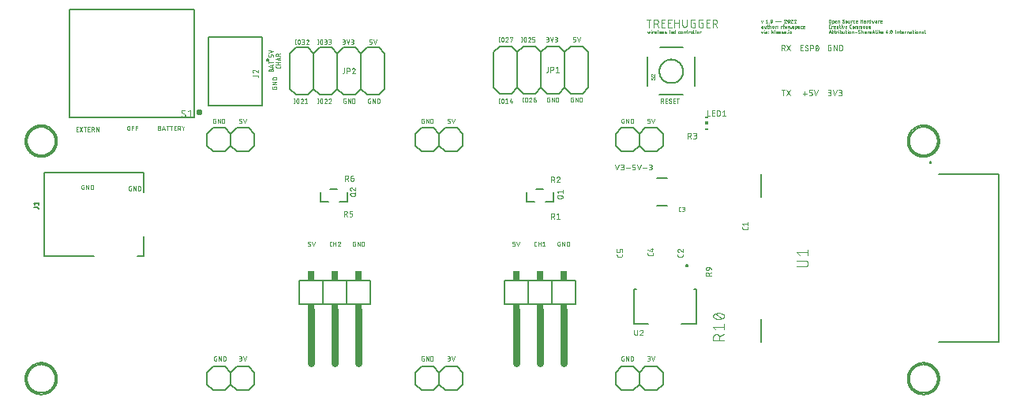
<source format=gto>
G04 EAGLE Gerber RS-274X export*
G75*
%MOMM*%
%FSLAX34Y34*%
%LPD*%
%INSilkscreen Top*%
%IPPOS*%
%AMOC8*
5,1,8,0,0,1.08239X$1,22.5*%
G01*
%ADD10C,0.076200*%
%ADD11C,0.025400*%
%ADD12C,0.050800*%
%ADD13C,0.127000*%
%ADD14C,0.152400*%
%ADD15C,0.762000*%
%ADD16R,0.762000X0.508000*%
%ADD17R,0.762000X1.016000*%
%ADD18C,0.203200*%
%ADD19C,0.101600*%
%ADD20C,0.300000*%
%ADD21C,0.200000*%
%ADD22R,0.300000X0.150000*%
%ADD23R,0.300000X0.300000*%


D10*
X677009Y408051D02*
X677009Y416179D01*
X674751Y416179D02*
X679267Y416179D01*
X682539Y416179D02*
X682539Y408051D01*
X682539Y416179D02*
X684796Y416179D01*
X684889Y416177D01*
X684982Y416171D01*
X685075Y416162D01*
X685168Y416148D01*
X685259Y416131D01*
X685350Y416110D01*
X685440Y416085D01*
X685529Y416057D01*
X685617Y416025D01*
X685703Y415989D01*
X685788Y415950D01*
X685871Y415907D01*
X685952Y415861D01*
X686031Y415811D01*
X686108Y415759D01*
X686183Y415703D01*
X686255Y415644D01*
X686325Y415582D01*
X686393Y415518D01*
X686457Y415450D01*
X686519Y415380D01*
X686578Y415308D01*
X686634Y415233D01*
X686686Y415156D01*
X686736Y415077D01*
X686782Y414996D01*
X686825Y414913D01*
X686864Y414828D01*
X686900Y414742D01*
X686932Y414654D01*
X686960Y414565D01*
X686985Y414475D01*
X687006Y414384D01*
X687023Y414293D01*
X687037Y414200D01*
X687046Y414107D01*
X687052Y414014D01*
X687054Y413921D01*
X687052Y413828D01*
X687046Y413735D01*
X687037Y413642D01*
X687023Y413549D01*
X687006Y413458D01*
X686985Y413367D01*
X686960Y413277D01*
X686932Y413188D01*
X686900Y413100D01*
X686864Y413014D01*
X686825Y412929D01*
X686782Y412846D01*
X686736Y412765D01*
X686686Y412686D01*
X686634Y412609D01*
X686578Y412534D01*
X686519Y412462D01*
X686457Y412392D01*
X686393Y412324D01*
X686325Y412260D01*
X686255Y412198D01*
X686183Y412139D01*
X686108Y412083D01*
X686031Y412031D01*
X685952Y411981D01*
X685871Y411935D01*
X685788Y411892D01*
X685703Y411853D01*
X685617Y411817D01*
X685529Y411785D01*
X685440Y411757D01*
X685350Y411732D01*
X685259Y411711D01*
X685168Y411694D01*
X685075Y411680D01*
X684982Y411671D01*
X684889Y411665D01*
X684796Y411663D01*
X682539Y411663D01*
X685248Y411663D02*
X687054Y408051D01*
X690769Y408051D02*
X694382Y408051D01*
X690769Y408051D02*
X690769Y416179D01*
X694382Y416179D01*
X693479Y412567D02*
X690769Y412567D01*
X697703Y408051D02*
X701316Y408051D01*
X697703Y408051D02*
X697703Y416179D01*
X701316Y416179D01*
X700413Y412567D02*
X697703Y412567D01*
X704621Y416179D02*
X704621Y408051D01*
X704621Y412567D02*
X709137Y412567D01*
X709137Y416179D02*
X709137Y408051D01*
X713156Y410309D02*
X713156Y416179D01*
X713155Y410309D02*
X713157Y410216D01*
X713163Y410123D01*
X713172Y410030D01*
X713186Y409937D01*
X713203Y409846D01*
X713224Y409755D01*
X713249Y409665D01*
X713277Y409576D01*
X713309Y409488D01*
X713345Y409402D01*
X713384Y409317D01*
X713427Y409234D01*
X713473Y409153D01*
X713523Y409074D01*
X713575Y408997D01*
X713631Y408922D01*
X713690Y408850D01*
X713752Y408780D01*
X713816Y408712D01*
X713884Y408648D01*
X713954Y408586D01*
X714026Y408527D01*
X714101Y408471D01*
X714178Y408419D01*
X714257Y408369D01*
X714338Y408323D01*
X714421Y408280D01*
X714506Y408241D01*
X714592Y408205D01*
X714680Y408173D01*
X714769Y408145D01*
X714859Y408120D01*
X714950Y408099D01*
X715041Y408082D01*
X715134Y408068D01*
X715227Y408059D01*
X715320Y408053D01*
X715413Y408051D01*
X715506Y408053D01*
X715599Y408059D01*
X715692Y408068D01*
X715785Y408082D01*
X715876Y408099D01*
X715967Y408120D01*
X716057Y408145D01*
X716146Y408173D01*
X716234Y408205D01*
X716320Y408241D01*
X716405Y408280D01*
X716488Y408323D01*
X716569Y408369D01*
X716648Y408419D01*
X716725Y408471D01*
X716800Y408527D01*
X716872Y408586D01*
X716942Y408648D01*
X717010Y408712D01*
X717074Y408780D01*
X717136Y408850D01*
X717195Y408922D01*
X717251Y408997D01*
X717303Y409074D01*
X717353Y409153D01*
X717399Y409234D01*
X717442Y409317D01*
X717481Y409402D01*
X717517Y409488D01*
X717549Y409576D01*
X717577Y409665D01*
X717602Y409755D01*
X717623Y409846D01*
X717640Y409937D01*
X717654Y410030D01*
X717663Y410123D01*
X717669Y410216D01*
X717671Y410309D01*
X717671Y416179D01*
X724851Y412567D02*
X726205Y412567D01*
X726205Y408051D01*
X723496Y408051D01*
X723413Y408053D01*
X723329Y408059D01*
X723246Y408068D01*
X723164Y408082D01*
X723083Y408099D01*
X723002Y408120D01*
X722922Y408145D01*
X722844Y408173D01*
X722767Y408205D01*
X722691Y408240D01*
X722617Y408279D01*
X722545Y408322D01*
X722475Y408367D01*
X722408Y408416D01*
X722342Y408468D01*
X722279Y408522D01*
X722219Y408580D01*
X722161Y408640D01*
X722107Y408703D01*
X722055Y408769D01*
X722006Y408836D01*
X721961Y408906D01*
X721918Y408978D01*
X721879Y409052D01*
X721844Y409128D01*
X721812Y409205D01*
X721784Y409283D01*
X721759Y409363D01*
X721738Y409444D01*
X721721Y409525D01*
X721707Y409607D01*
X721698Y409690D01*
X721692Y409774D01*
X721690Y409857D01*
X721690Y414373D01*
X721692Y414456D01*
X721698Y414540D01*
X721707Y414623D01*
X721721Y414705D01*
X721738Y414786D01*
X721759Y414867D01*
X721784Y414947D01*
X721812Y415025D01*
X721844Y415102D01*
X721879Y415178D01*
X721918Y415252D01*
X721961Y415324D01*
X722006Y415394D01*
X722055Y415461D01*
X722107Y415527D01*
X722161Y415590D01*
X722219Y415650D01*
X722279Y415708D01*
X722342Y415762D01*
X722408Y415814D01*
X722475Y415863D01*
X722545Y415908D01*
X722617Y415951D01*
X722691Y415990D01*
X722766Y416025D01*
X722844Y416057D01*
X722922Y416085D01*
X723002Y416110D01*
X723082Y416131D01*
X723164Y416148D01*
X723246Y416162D01*
X723329Y416171D01*
X723413Y416177D01*
X723496Y416179D01*
X726205Y416179D01*
X733385Y412567D02*
X734740Y412567D01*
X734740Y408051D01*
X732030Y408051D01*
X731947Y408053D01*
X731863Y408059D01*
X731780Y408068D01*
X731698Y408082D01*
X731617Y408099D01*
X731536Y408120D01*
X731456Y408145D01*
X731378Y408173D01*
X731301Y408205D01*
X731225Y408240D01*
X731151Y408279D01*
X731079Y408322D01*
X731009Y408367D01*
X730942Y408416D01*
X730876Y408468D01*
X730813Y408522D01*
X730753Y408580D01*
X730695Y408640D01*
X730641Y408703D01*
X730589Y408769D01*
X730540Y408836D01*
X730495Y408906D01*
X730452Y408978D01*
X730413Y409052D01*
X730378Y409128D01*
X730346Y409205D01*
X730318Y409283D01*
X730293Y409363D01*
X730272Y409444D01*
X730255Y409525D01*
X730241Y409607D01*
X730232Y409690D01*
X730226Y409774D01*
X730224Y409857D01*
X730224Y414373D01*
X730225Y414373D02*
X730227Y414456D01*
X730233Y414540D01*
X730242Y414623D01*
X730256Y414705D01*
X730273Y414786D01*
X730294Y414867D01*
X730319Y414947D01*
X730347Y415025D01*
X730379Y415102D01*
X730414Y415178D01*
X730453Y415252D01*
X730496Y415324D01*
X730541Y415394D01*
X730590Y415461D01*
X730642Y415527D01*
X730696Y415590D01*
X730754Y415650D01*
X730814Y415708D01*
X730877Y415762D01*
X730943Y415814D01*
X731010Y415863D01*
X731080Y415908D01*
X731152Y415951D01*
X731226Y415990D01*
X731301Y416025D01*
X731379Y416057D01*
X731457Y416085D01*
X731537Y416110D01*
X731617Y416131D01*
X731699Y416148D01*
X731781Y416162D01*
X731864Y416171D01*
X731948Y416177D01*
X732031Y416179D01*
X732030Y416179D02*
X734740Y416179D01*
X738775Y408051D02*
X742387Y408051D01*
X738775Y408051D02*
X738775Y416179D01*
X742387Y416179D01*
X741484Y412567D02*
X738775Y412567D01*
X745746Y416179D02*
X745746Y408051D01*
X745746Y416179D02*
X748004Y416179D01*
X748097Y416177D01*
X748190Y416171D01*
X748283Y416162D01*
X748376Y416148D01*
X748467Y416131D01*
X748558Y416110D01*
X748648Y416085D01*
X748737Y416057D01*
X748825Y416025D01*
X748911Y415989D01*
X748996Y415950D01*
X749079Y415907D01*
X749160Y415861D01*
X749239Y415811D01*
X749316Y415759D01*
X749391Y415703D01*
X749463Y415644D01*
X749533Y415582D01*
X749601Y415518D01*
X749665Y415450D01*
X749727Y415380D01*
X749786Y415308D01*
X749842Y415233D01*
X749894Y415156D01*
X749944Y415077D01*
X749990Y414996D01*
X750033Y414913D01*
X750072Y414828D01*
X750108Y414742D01*
X750140Y414654D01*
X750168Y414565D01*
X750193Y414475D01*
X750214Y414384D01*
X750231Y414293D01*
X750245Y414200D01*
X750254Y414107D01*
X750260Y414014D01*
X750262Y413921D01*
X750260Y413828D01*
X750254Y413735D01*
X750245Y413642D01*
X750231Y413549D01*
X750214Y413458D01*
X750193Y413367D01*
X750168Y413277D01*
X750140Y413188D01*
X750108Y413100D01*
X750072Y413014D01*
X750033Y412929D01*
X749990Y412846D01*
X749944Y412765D01*
X749894Y412686D01*
X749842Y412609D01*
X749786Y412534D01*
X749727Y412462D01*
X749665Y412392D01*
X749601Y412324D01*
X749533Y412260D01*
X749463Y412198D01*
X749391Y412139D01*
X749316Y412083D01*
X749239Y412031D01*
X749160Y411981D01*
X749079Y411935D01*
X748996Y411892D01*
X748911Y411853D01*
X748825Y411817D01*
X748737Y411785D01*
X748648Y411757D01*
X748558Y411732D01*
X748467Y411711D01*
X748376Y411694D01*
X748283Y411680D01*
X748190Y411671D01*
X748097Y411665D01*
X748004Y411663D01*
X745746Y411663D01*
X748455Y411663D02*
X750262Y408051D01*
D11*
X797687Y415248D02*
X798477Y412877D01*
X799267Y415248D01*
X802404Y415643D02*
X803392Y416433D01*
X803392Y412877D01*
X802404Y412877D02*
X804380Y412877D01*
X805694Y412877D02*
X805694Y413075D01*
X805891Y413075D01*
X805891Y412877D01*
X805694Y412877D01*
X807205Y414655D02*
X807207Y414757D01*
X807212Y414859D01*
X807221Y414961D01*
X807233Y415063D01*
X807249Y415164D01*
X807269Y415264D01*
X807292Y415364D01*
X807318Y415462D01*
X807348Y415560D01*
X807382Y415657D01*
X807418Y415752D01*
X807458Y415846D01*
X807501Y415939D01*
X807502Y415939D02*
X807521Y415989D01*
X807543Y416037D01*
X807570Y416084D01*
X807599Y416128D01*
X807632Y416170D01*
X807667Y416210D01*
X807706Y416247D01*
X807747Y416281D01*
X807790Y416312D01*
X807836Y416340D01*
X807883Y416364D01*
X807932Y416385D01*
X807983Y416402D01*
X808034Y416416D01*
X808087Y416425D01*
X808140Y416431D01*
X808193Y416433D01*
X808246Y416431D01*
X808299Y416425D01*
X808352Y416416D01*
X808403Y416402D01*
X808454Y416385D01*
X808503Y416364D01*
X808550Y416340D01*
X808596Y416312D01*
X808639Y416281D01*
X808680Y416247D01*
X808719Y416210D01*
X808754Y416170D01*
X808787Y416128D01*
X808817Y416084D01*
X808843Y416037D01*
X808865Y415989D01*
X808884Y415939D01*
X808927Y415846D01*
X808967Y415752D01*
X809003Y415657D01*
X809037Y415560D01*
X809067Y415462D01*
X809093Y415364D01*
X809116Y415264D01*
X809136Y415164D01*
X809152Y415063D01*
X809164Y414961D01*
X809173Y414859D01*
X809178Y414757D01*
X809180Y414655D01*
X807204Y414655D02*
X807206Y414553D01*
X807211Y414451D01*
X807220Y414349D01*
X807232Y414247D01*
X807248Y414146D01*
X807268Y414046D01*
X807291Y413946D01*
X807317Y413847D01*
X807347Y413750D01*
X807381Y413653D01*
X807417Y413558D01*
X807457Y413463D01*
X807500Y413371D01*
X807502Y413371D02*
X807521Y413321D01*
X807543Y413273D01*
X807570Y413226D01*
X807599Y413182D01*
X807632Y413140D01*
X807667Y413100D01*
X807706Y413063D01*
X807747Y413029D01*
X807790Y412998D01*
X807836Y412970D01*
X807883Y412946D01*
X807932Y412925D01*
X807983Y412908D01*
X808034Y412894D01*
X808087Y412885D01*
X808140Y412879D01*
X808193Y412877D01*
X808885Y413371D02*
X808928Y413463D01*
X808968Y413558D01*
X809004Y413653D01*
X809038Y413750D01*
X809068Y413847D01*
X809094Y413946D01*
X809117Y414046D01*
X809137Y414146D01*
X809153Y414247D01*
X809165Y414349D01*
X809174Y414451D01*
X809179Y414553D01*
X809181Y414655D01*
X808884Y413371D02*
X808865Y413321D01*
X808843Y413273D01*
X808816Y413226D01*
X808787Y413182D01*
X808754Y413140D01*
X808719Y413100D01*
X808680Y413063D01*
X808639Y413029D01*
X808596Y412998D01*
X808550Y412970D01*
X808503Y412946D01*
X808454Y412925D01*
X808403Y412908D01*
X808352Y412894D01*
X808299Y412885D01*
X808246Y412879D01*
X808193Y412877D01*
X807402Y413667D02*
X808983Y415643D01*
X812773Y414260D02*
X818700Y414260D01*
X823379Y416433D02*
X823437Y416431D01*
X823495Y416425D01*
X823552Y416416D01*
X823609Y416403D01*
X823665Y416386D01*
X823719Y416365D01*
X823772Y416341D01*
X823824Y416314D01*
X823873Y416283D01*
X823920Y416249D01*
X823965Y416212D01*
X824008Y416173D01*
X824047Y416130D01*
X824084Y416085D01*
X824118Y416038D01*
X824149Y415989D01*
X824176Y415937D01*
X824200Y415884D01*
X824221Y415830D01*
X824238Y415774D01*
X824251Y415717D01*
X824260Y415660D01*
X824266Y415602D01*
X824268Y415544D01*
X823379Y416433D02*
X823314Y416431D01*
X823249Y416426D01*
X823184Y416416D01*
X823120Y416403D01*
X823057Y416387D01*
X822995Y416366D01*
X822934Y416343D01*
X822875Y416316D01*
X822817Y416285D01*
X822761Y416251D01*
X822707Y416215D01*
X822656Y416175D01*
X822606Y416132D01*
X822560Y416086D01*
X822515Y416038D01*
X822474Y415988D01*
X822436Y415935D01*
X822401Y415880D01*
X822369Y415823D01*
X822340Y415764D01*
X822314Y415704D01*
X822293Y415643D01*
X823972Y414853D02*
X824013Y414895D01*
X824053Y414940D01*
X824089Y414987D01*
X824122Y415036D01*
X824152Y415088D01*
X824179Y415141D01*
X824202Y415195D01*
X824222Y415251D01*
X824239Y415309D01*
X824251Y415367D01*
X824261Y415425D01*
X824266Y415485D01*
X824268Y415544D01*
X823971Y414853D02*
X822292Y412877D01*
X824268Y412877D01*
X825722Y414655D02*
X825724Y414757D01*
X825729Y414859D01*
X825738Y414961D01*
X825750Y415063D01*
X825766Y415164D01*
X825786Y415264D01*
X825809Y415364D01*
X825835Y415462D01*
X825865Y415560D01*
X825899Y415657D01*
X825935Y415752D01*
X825975Y415846D01*
X826018Y415939D01*
X826037Y415989D01*
X826059Y416037D01*
X826086Y416084D01*
X826115Y416128D01*
X826148Y416170D01*
X826183Y416210D01*
X826222Y416247D01*
X826263Y416281D01*
X826306Y416312D01*
X826352Y416340D01*
X826399Y416364D01*
X826448Y416385D01*
X826499Y416402D01*
X826550Y416416D01*
X826603Y416425D01*
X826656Y416431D01*
X826709Y416433D01*
X826762Y416431D01*
X826815Y416425D01*
X826868Y416416D01*
X826919Y416402D01*
X826970Y416385D01*
X827019Y416364D01*
X827066Y416340D01*
X827112Y416312D01*
X827155Y416281D01*
X827196Y416247D01*
X827235Y416210D01*
X827270Y416170D01*
X827303Y416128D01*
X827333Y416084D01*
X827359Y416037D01*
X827381Y415989D01*
X827400Y415939D01*
X827443Y415846D01*
X827483Y415752D01*
X827519Y415657D01*
X827553Y415560D01*
X827583Y415462D01*
X827609Y415364D01*
X827632Y415264D01*
X827652Y415164D01*
X827668Y415063D01*
X827680Y414961D01*
X827689Y414859D01*
X827694Y414757D01*
X827696Y414655D01*
X825721Y414655D02*
X825723Y414553D01*
X825728Y414451D01*
X825737Y414349D01*
X825749Y414247D01*
X825765Y414146D01*
X825785Y414046D01*
X825808Y413946D01*
X825834Y413847D01*
X825864Y413750D01*
X825898Y413653D01*
X825934Y413558D01*
X825974Y413463D01*
X826017Y413371D01*
X826018Y413371D02*
X826037Y413321D01*
X826059Y413273D01*
X826086Y413226D01*
X826115Y413182D01*
X826148Y413140D01*
X826183Y413100D01*
X826222Y413063D01*
X826263Y413029D01*
X826306Y412998D01*
X826352Y412970D01*
X826399Y412946D01*
X826448Y412925D01*
X826499Y412908D01*
X826550Y412894D01*
X826603Y412885D01*
X826656Y412879D01*
X826709Y412877D01*
X827401Y413371D02*
X827444Y413463D01*
X827484Y413558D01*
X827520Y413653D01*
X827554Y413750D01*
X827584Y413847D01*
X827610Y413946D01*
X827633Y414046D01*
X827653Y414146D01*
X827669Y414247D01*
X827681Y414349D01*
X827690Y414451D01*
X827695Y414553D01*
X827697Y414655D01*
X827400Y413371D02*
X827381Y413321D01*
X827359Y413273D01*
X827332Y413226D01*
X827303Y413182D01*
X827270Y413140D01*
X827235Y413100D01*
X827196Y413063D01*
X827155Y413029D01*
X827112Y412998D01*
X827066Y412970D01*
X827019Y412946D01*
X826970Y412925D01*
X826919Y412908D01*
X826868Y412894D01*
X826815Y412885D01*
X826762Y412879D01*
X826709Y412877D01*
X825919Y413667D02*
X827499Y415643D01*
X830237Y416433D02*
X830295Y416431D01*
X830353Y416425D01*
X830410Y416416D01*
X830467Y416403D01*
X830523Y416386D01*
X830577Y416365D01*
X830630Y416341D01*
X830682Y416314D01*
X830731Y416283D01*
X830778Y416249D01*
X830823Y416212D01*
X830866Y416173D01*
X830905Y416130D01*
X830942Y416085D01*
X830976Y416038D01*
X831007Y415989D01*
X831034Y415937D01*
X831058Y415884D01*
X831079Y415830D01*
X831096Y415774D01*
X831109Y415717D01*
X831118Y415660D01*
X831124Y415602D01*
X831126Y415544D01*
X830237Y416433D02*
X830172Y416431D01*
X830107Y416426D01*
X830042Y416416D01*
X829978Y416403D01*
X829915Y416387D01*
X829853Y416366D01*
X829792Y416343D01*
X829733Y416316D01*
X829675Y416285D01*
X829619Y416251D01*
X829565Y416215D01*
X829514Y416175D01*
X829464Y416132D01*
X829418Y416086D01*
X829373Y416038D01*
X829332Y415988D01*
X829294Y415935D01*
X829259Y415880D01*
X829227Y415823D01*
X829198Y415764D01*
X829172Y415704D01*
X829151Y415643D01*
X830830Y414853D02*
X830871Y414895D01*
X830911Y414940D01*
X830947Y414987D01*
X830980Y415036D01*
X831010Y415088D01*
X831037Y415141D01*
X831060Y415195D01*
X831080Y415251D01*
X831097Y415309D01*
X831109Y415367D01*
X831119Y415425D01*
X831124Y415485D01*
X831126Y415544D01*
X830829Y414853D02*
X829150Y412877D01*
X831126Y412877D01*
X834555Y415544D02*
X834553Y415602D01*
X834547Y415660D01*
X834538Y415717D01*
X834525Y415774D01*
X834508Y415830D01*
X834487Y415884D01*
X834463Y415937D01*
X834436Y415989D01*
X834405Y416038D01*
X834371Y416085D01*
X834334Y416130D01*
X834295Y416173D01*
X834252Y416212D01*
X834207Y416249D01*
X834160Y416283D01*
X834111Y416314D01*
X834059Y416341D01*
X834006Y416365D01*
X833952Y416386D01*
X833896Y416403D01*
X833839Y416416D01*
X833782Y416425D01*
X833724Y416431D01*
X833666Y416433D01*
X833601Y416431D01*
X833536Y416426D01*
X833471Y416416D01*
X833407Y416403D01*
X833344Y416387D01*
X833282Y416366D01*
X833221Y416343D01*
X833162Y416316D01*
X833104Y416285D01*
X833048Y416251D01*
X832994Y416215D01*
X832943Y416175D01*
X832893Y416132D01*
X832847Y416086D01*
X832802Y416038D01*
X832761Y415988D01*
X832723Y415935D01*
X832688Y415880D01*
X832656Y415823D01*
X832627Y415764D01*
X832601Y415704D01*
X832580Y415643D01*
X834259Y414853D02*
X834300Y414895D01*
X834340Y414940D01*
X834376Y414987D01*
X834409Y415036D01*
X834439Y415088D01*
X834466Y415141D01*
X834489Y415195D01*
X834509Y415251D01*
X834526Y415309D01*
X834538Y415367D01*
X834548Y415425D01*
X834553Y415485D01*
X834555Y415544D01*
X834258Y414853D02*
X832579Y412877D01*
X834555Y412877D01*
X799267Y408545D02*
X798378Y408545D01*
X798378Y408544D02*
X798326Y408542D01*
X798275Y408536D01*
X798224Y408527D01*
X798174Y408513D01*
X798126Y408496D01*
X798078Y408476D01*
X798033Y408451D01*
X797989Y408424D01*
X797947Y408393D01*
X797908Y408360D01*
X797871Y408323D01*
X797838Y408284D01*
X797807Y408242D01*
X797780Y408199D01*
X797755Y408153D01*
X797735Y408105D01*
X797718Y408057D01*
X797704Y408007D01*
X797695Y407956D01*
X797689Y407905D01*
X797687Y407853D01*
X797689Y407801D01*
X797695Y407750D01*
X797704Y407699D01*
X797718Y407649D01*
X797735Y407601D01*
X797755Y407553D01*
X797780Y407508D01*
X797807Y407464D01*
X797838Y407422D01*
X797871Y407383D01*
X797908Y407346D01*
X797947Y407313D01*
X797989Y407282D01*
X798033Y407255D01*
X798078Y407230D01*
X798126Y407210D01*
X798174Y407193D01*
X798224Y407179D01*
X798275Y407170D01*
X798326Y407164D01*
X798378Y407162D01*
X799267Y407162D01*
X799267Y408940D01*
X799268Y408940D02*
X799266Y408987D01*
X799261Y409033D01*
X799252Y409078D01*
X799239Y409123D01*
X799223Y409167D01*
X799203Y409209D01*
X799181Y409250D01*
X799155Y409289D01*
X799126Y409325D01*
X799094Y409359D01*
X799060Y409391D01*
X799024Y409420D01*
X798985Y409446D01*
X798944Y409468D01*
X798902Y409488D01*
X798858Y409504D01*
X798813Y409517D01*
X798768Y409526D01*
X798721Y409531D01*
X798675Y409533D01*
X797885Y409533D01*
X800904Y409533D02*
X800904Y407755D01*
X800903Y407755D02*
X800905Y407708D01*
X800910Y407662D01*
X800919Y407617D01*
X800932Y407572D01*
X800948Y407528D01*
X800968Y407486D01*
X800990Y407445D01*
X801016Y407406D01*
X801045Y407370D01*
X801077Y407336D01*
X801111Y407304D01*
X801147Y407275D01*
X801186Y407249D01*
X801227Y407227D01*
X801269Y407207D01*
X801313Y407191D01*
X801358Y407178D01*
X801403Y407169D01*
X801449Y407164D01*
X801496Y407162D01*
X802484Y407162D01*
X802484Y409533D01*
X803705Y409533D02*
X804890Y409533D01*
X804100Y410718D02*
X804100Y407755D01*
X804099Y407755D02*
X804101Y407708D01*
X804106Y407662D01*
X804115Y407617D01*
X804128Y407572D01*
X804144Y407528D01*
X804164Y407486D01*
X804186Y407445D01*
X804212Y407406D01*
X804241Y407370D01*
X804273Y407336D01*
X804307Y407304D01*
X804343Y407275D01*
X804382Y407249D01*
X804423Y407227D01*
X804465Y407207D01*
X804509Y407191D01*
X804554Y407178D01*
X804599Y407169D01*
X804645Y407164D01*
X804692Y407162D01*
X804890Y407162D01*
X806276Y407162D02*
X806276Y410718D01*
X806276Y409533D02*
X807263Y409533D01*
X807310Y409531D01*
X807356Y409526D01*
X807401Y409517D01*
X807446Y409504D01*
X807490Y409488D01*
X807532Y409468D01*
X807573Y409446D01*
X807612Y409420D01*
X807648Y409391D01*
X807682Y409359D01*
X807714Y409325D01*
X807743Y409289D01*
X807769Y409250D01*
X807791Y409209D01*
X807811Y409167D01*
X807827Y409123D01*
X807840Y409078D01*
X807849Y409033D01*
X807854Y408987D01*
X807856Y408940D01*
X807856Y407162D01*
X809362Y407952D02*
X809362Y408742D01*
X809364Y408797D01*
X809370Y408852D01*
X809379Y408906D01*
X809393Y408960D01*
X809410Y409012D01*
X809430Y409063D01*
X809454Y409113D01*
X809482Y409161D01*
X809513Y409206D01*
X809547Y409250D01*
X809584Y409291D01*
X809623Y409329D01*
X809666Y409365D01*
X809710Y409397D01*
X809757Y409426D01*
X809806Y409452D01*
X809856Y409474D01*
X809908Y409493D01*
X809961Y409509D01*
X810015Y409520D01*
X810069Y409528D01*
X810124Y409532D01*
X810180Y409532D01*
X810235Y409528D01*
X810289Y409520D01*
X810343Y409509D01*
X810396Y409493D01*
X810448Y409474D01*
X810498Y409452D01*
X810547Y409426D01*
X810594Y409397D01*
X810638Y409365D01*
X810681Y409329D01*
X810720Y409291D01*
X810757Y409250D01*
X810791Y409206D01*
X810822Y409161D01*
X810850Y409113D01*
X810874Y409063D01*
X810894Y409012D01*
X810911Y408960D01*
X810925Y408906D01*
X810934Y408852D01*
X810940Y408797D01*
X810942Y408742D01*
X810942Y407952D01*
X810940Y407897D01*
X810934Y407842D01*
X810925Y407788D01*
X810911Y407734D01*
X810894Y407682D01*
X810874Y407631D01*
X810850Y407581D01*
X810822Y407533D01*
X810791Y407488D01*
X810757Y407444D01*
X810720Y407403D01*
X810681Y407365D01*
X810638Y407329D01*
X810594Y407297D01*
X810547Y407268D01*
X810498Y407242D01*
X810448Y407220D01*
X810396Y407201D01*
X810343Y407185D01*
X810289Y407174D01*
X810235Y407166D01*
X810180Y407162D01*
X810124Y407162D01*
X810069Y407166D01*
X810015Y407174D01*
X809961Y407185D01*
X809908Y407201D01*
X809856Y407220D01*
X809806Y407242D01*
X809757Y407268D01*
X809710Y407297D01*
X809666Y407329D01*
X809623Y407365D01*
X809584Y407403D01*
X809547Y407444D01*
X809513Y407488D01*
X809482Y407533D01*
X809454Y407581D01*
X809430Y407631D01*
X809410Y407682D01*
X809393Y407734D01*
X809379Y407788D01*
X809370Y407842D01*
X809364Y407897D01*
X809362Y407952D01*
X812466Y407162D02*
X812466Y409533D01*
X813651Y409533D01*
X813651Y409138D01*
X814739Y407656D02*
X814739Y407458D01*
X814739Y407656D02*
X814937Y407656D01*
X814937Y407458D01*
X814739Y407458D01*
X814739Y409039D02*
X814739Y409236D01*
X814937Y409236D01*
X814937Y409039D01*
X814739Y409039D01*
X818295Y409533D02*
X818295Y407162D01*
X818295Y409533D02*
X819481Y409533D01*
X819481Y409138D01*
X820754Y410125D02*
X820754Y407162D01*
X820754Y410125D02*
X820756Y410172D01*
X820761Y410218D01*
X820770Y410263D01*
X820783Y410308D01*
X820799Y410352D01*
X820819Y410394D01*
X820841Y410435D01*
X820867Y410474D01*
X820896Y410510D01*
X820928Y410544D01*
X820962Y410576D01*
X820998Y410605D01*
X821037Y410631D01*
X821078Y410653D01*
X821120Y410673D01*
X821164Y410689D01*
X821209Y410702D01*
X821254Y410711D01*
X821300Y410716D01*
X821347Y410718D01*
X821544Y410718D01*
X821544Y409533D02*
X820359Y409533D01*
X822454Y409533D02*
X823046Y407162D01*
X823639Y408742D01*
X824232Y407162D01*
X824824Y409533D01*
X826460Y408545D02*
X827448Y408150D01*
X826460Y408545D02*
X826419Y408563D01*
X826381Y408585D01*
X826344Y408610D01*
X826310Y408638D01*
X826278Y408669D01*
X826249Y408702D01*
X826223Y408738D01*
X826200Y408776D01*
X826180Y408816D01*
X826164Y408857D01*
X826152Y408900D01*
X826144Y408944D01*
X826139Y408988D01*
X826138Y409032D01*
X826141Y409077D01*
X826148Y409120D01*
X826159Y409164D01*
X826173Y409206D01*
X826191Y409246D01*
X826212Y409285D01*
X826237Y409322D01*
X826264Y409357D01*
X826295Y409389D01*
X826328Y409418D01*
X826364Y409445D01*
X826402Y409468D01*
X826442Y409488D01*
X826483Y409504D01*
X826525Y409517D01*
X826569Y409526D01*
X826613Y409531D01*
X826657Y409532D01*
X826657Y409533D02*
X826749Y409530D01*
X826840Y409523D01*
X826931Y409512D01*
X827022Y409498D01*
X827112Y409480D01*
X827201Y409458D01*
X827289Y409433D01*
X827376Y409404D01*
X827462Y409371D01*
X827546Y409335D01*
X827447Y408149D02*
X827488Y408131D01*
X827526Y408109D01*
X827563Y408084D01*
X827597Y408056D01*
X827629Y408025D01*
X827658Y407992D01*
X827684Y407956D01*
X827707Y407918D01*
X827727Y407878D01*
X827743Y407837D01*
X827755Y407794D01*
X827763Y407750D01*
X827768Y407706D01*
X827769Y407662D01*
X827766Y407617D01*
X827759Y407574D01*
X827748Y407530D01*
X827734Y407488D01*
X827716Y407448D01*
X827695Y407409D01*
X827670Y407372D01*
X827643Y407337D01*
X827612Y407305D01*
X827579Y407276D01*
X827543Y407249D01*
X827505Y407226D01*
X827465Y407206D01*
X827424Y407190D01*
X827382Y407177D01*
X827338Y407168D01*
X827294Y407163D01*
X827250Y407162D01*
X827250Y407161D02*
X827139Y407165D01*
X827029Y407172D01*
X826918Y407183D01*
X826808Y407197D01*
X826699Y407215D01*
X826590Y407237D01*
X826482Y407262D01*
X826375Y407291D01*
X826268Y407323D01*
X826163Y407359D01*
X829027Y407360D02*
X829027Y407162D01*
X829027Y407360D02*
X829224Y407360D01*
X829224Y407162D01*
X829027Y407162D01*
X830803Y408545D02*
X831791Y408150D01*
X830803Y408545D02*
X830762Y408563D01*
X830724Y408585D01*
X830687Y408610D01*
X830653Y408638D01*
X830621Y408669D01*
X830592Y408702D01*
X830566Y408738D01*
X830543Y408776D01*
X830523Y408816D01*
X830507Y408857D01*
X830495Y408900D01*
X830487Y408944D01*
X830482Y408988D01*
X830481Y409032D01*
X830484Y409077D01*
X830491Y409120D01*
X830502Y409164D01*
X830516Y409206D01*
X830534Y409246D01*
X830555Y409285D01*
X830580Y409322D01*
X830607Y409357D01*
X830638Y409389D01*
X830671Y409418D01*
X830707Y409445D01*
X830745Y409468D01*
X830785Y409488D01*
X830826Y409504D01*
X830868Y409517D01*
X830912Y409526D01*
X830956Y409531D01*
X831000Y409532D01*
X831001Y409533D02*
X831093Y409530D01*
X831184Y409523D01*
X831275Y409512D01*
X831366Y409498D01*
X831456Y409480D01*
X831545Y409458D01*
X831633Y409433D01*
X831720Y409404D01*
X831806Y409371D01*
X831890Y409335D01*
X831791Y408149D02*
X831832Y408131D01*
X831870Y408109D01*
X831907Y408084D01*
X831941Y408056D01*
X831973Y408025D01*
X832002Y407992D01*
X832028Y407956D01*
X832051Y407918D01*
X832071Y407878D01*
X832087Y407837D01*
X832099Y407794D01*
X832107Y407750D01*
X832112Y407706D01*
X832113Y407662D01*
X832110Y407617D01*
X832103Y407574D01*
X832092Y407530D01*
X832078Y407488D01*
X832060Y407448D01*
X832039Y407409D01*
X832014Y407372D01*
X831987Y407337D01*
X831956Y407305D01*
X831923Y407276D01*
X831887Y407249D01*
X831849Y407226D01*
X831809Y407206D01*
X831768Y407190D01*
X831726Y407177D01*
X831682Y407168D01*
X831638Y407163D01*
X831594Y407162D01*
X831593Y407161D02*
X831482Y407165D01*
X831372Y407172D01*
X831261Y407183D01*
X831151Y407197D01*
X831042Y407215D01*
X830933Y407237D01*
X830825Y407262D01*
X830718Y407291D01*
X830611Y407323D01*
X830506Y407359D01*
X833609Y405977D02*
X833609Y409533D01*
X834597Y409533D01*
X834644Y409531D01*
X834690Y409526D01*
X834735Y409517D01*
X834780Y409504D01*
X834824Y409488D01*
X834866Y409468D01*
X834907Y409446D01*
X834946Y409420D01*
X834982Y409391D01*
X835016Y409359D01*
X835048Y409325D01*
X835077Y409289D01*
X835103Y409250D01*
X835125Y409209D01*
X835145Y409167D01*
X835161Y409123D01*
X835174Y409078D01*
X835183Y409033D01*
X835188Y408987D01*
X835190Y408940D01*
X835190Y407755D01*
X835188Y407708D01*
X835183Y407662D01*
X835174Y407617D01*
X835161Y407572D01*
X835145Y407528D01*
X835125Y407486D01*
X835103Y407445D01*
X835077Y407406D01*
X835048Y407370D01*
X835016Y407336D01*
X834982Y407304D01*
X834946Y407275D01*
X834907Y407249D01*
X834866Y407227D01*
X834824Y407207D01*
X834780Y407191D01*
X834735Y407178D01*
X834690Y407169D01*
X834643Y407164D01*
X834597Y407162D01*
X833609Y407162D01*
X837240Y408545D02*
X838129Y408545D01*
X837240Y408544D02*
X837188Y408542D01*
X837137Y408536D01*
X837086Y408527D01*
X837036Y408513D01*
X836988Y408496D01*
X836940Y408476D01*
X836895Y408451D01*
X836851Y408424D01*
X836809Y408393D01*
X836770Y408360D01*
X836733Y408323D01*
X836700Y408284D01*
X836669Y408242D01*
X836642Y408199D01*
X836617Y408153D01*
X836597Y408105D01*
X836580Y408057D01*
X836566Y408007D01*
X836557Y407956D01*
X836551Y407905D01*
X836549Y407853D01*
X836551Y407801D01*
X836557Y407750D01*
X836566Y407699D01*
X836580Y407649D01*
X836597Y407601D01*
X836617Y407553D01*
X836642Y407508D01*
X836669Y407464D01*
X836700Y407422D01*
X836733Y407383D01*
X836770Y407346D01*
X836809Y407313D01*
X836851Y407282D01*
X836895Y407255D01*
X836940Y407230D01*
X836988Y407210D01*
X837036Y407193D01*
X837086Y407179D01*
X837137Y407170D01*
X837188Y407164D01*
X837240Y407162D01*
X838129Y407162D01*
X838129Y408940D01*
X838127Y408987D01*
X838122Y409033D01*
X838113Y409078D01*
X838100Y409123D01*
X838084Y409167D01*
X838064Y409209D01*
X838042Y409250D01*
X838016Y409289D01*
X837987Y409325D01*
X837955Y409359D01*
X837921Y409391D01*
X837885Y409420D01*
X837846Y409446D01*
X837805Y409468D01*
X837763Y409488D01*
X837719Y409504D01*
X837674Y409517D01*
X837629Y409526D01*
X837582Y409531D01*
X837536Y409533D01*
X836746Y409533D01*
X840247Y407162D02*
X841037Y407162D01*
X840247Y407162D02*
X840200Y407164D01*
X840154Y407169D01*
X840109Y407178D01*
X840064Y407191D01*
X840020Y407207D01*
X839978Y407227D01*
X839937Y407249D01*
X839898Y407275D01*
X839862Y407304D01*
X839828Y407336D01*
X839796Y407370D01*
X839767Y407406D01*
X839741Y407445D01*
X839719Y407486D01*
X839699Y407528D01*
X839683Y407572D01*
X839670Y407617D01*
X839661Y407662D01*
X839656Y407708D01*
X839654Y407755D01*
X839654Y408940D01*
X839656Y408987D01*
X839661Y409033D01*
X839670Y409078D01*
X839683Y409123D01*
X839699Y409167D01*
X839719Y409209D01*
X839741Y409250D01*
X839767Y409289D01*
X839796Y409325D01*
X839828Y409359D01*
X839862Y409391D01*
X839898Y409420D01*
X839937Y409446D01*
X839978Y409468D01*
X840020Y409488D01*
X840064Y409504D01*
X840109Y409517D01*
X840154Y409526D01*
X840201Y409531D01*
X840247Y409533D01*
X841037Y409533D01*
X842872Y407162D02*
X843860Y407162D01*
X842872Y407162D02*
X842825Y407164D01*
X842779Y407169D01*
X842734Y407178D01*
X842689Y407191D01*
X842645Y407207D01*
X842603Y407227D01*
X842562Y407249D01*
X842523Y407275D01*
X842487Y407304D01*
X842453Y407336D01*
X842421Y407370D01*
X842392Y407406D01*
X842366Y407445D01*
X842344Y407486D01*
X842324Y407528D01*
X842308Y407572D01*
X842295Y407617D01*
X842286Y407662D01*
X842281Y407708D01*
X842279Y407755D01*
X842280Y407755D02*
X842280Y408742D01*
X842282Y408797D01*
X842288Y408852D01*
X842297Y408906D01*
X842311Y408960D01*
X842328Y409012D01*
X842348Y409063D01*
X842372Y409113D01*
X842400Y409161D01*
X842431Y409206D01*
X842465Y409250D01*
X842502Y409291D01*
X842541Y409329D01*
X842584Y409365D01*
X842628Y409397D01*
X842675Y409426D01*
X842724Y409452D01*
X842774Y409474D01*
X842826Y409493D01*
X842879Y409509D01*
X842933Y409520D01*
X842987Y409528D01*
X843042Y409532D01*
X843098Y409532D01*
X843153Y409528D01*
X843207Y409520D01*
X843261Y409509D01*
X843314Y409493D01*
X843366Y409474D01*
X843416Y409452D01*
X843465Y409426D01*
X843512Y409397D01*
X843556Y409365D01*
X843599Y409329D01*
X843638Y409291D01*
X843675Y409250D01*
X843709Y409206D01*
X843740Y409161D01*
X843768Y409113D01*
X843792Y409063D01*
X843812Y409012D01*
X843829Y408960D01*
X843843Y408906D01*
X843852Y408852D01*
X843858Y408797D01*
X843860Y408742D01*
X843860Y408347D01*
X842280Y408347D01*
X798477Y401447D02*
X797687Y403818D01*
X799267Y403818D02*
X798477Y401447D01*
X800535Y401447D02*
X800535Y403818D01*
X800436Y404805D02*
X800436Y405003D01*
X800633Y405003D01*
X800633Y404805D01*
X800436Y404805D01*
X802591Y402830D02*
X803480Y402830D01*
X802591Y402829D02*
X802539Y402827D01*
X802488Y402821D01*
X802437Y402812D01*
X802387Y402798D01*
X802339Y402781D01*
X802291Y402761D01*
X802246Y402736D01*
X802202Y402709D01*
X802160Y402678D01*
X802121Y402645D01*
X802084Y402608D01*
X802051Y402569D01*
X802020Y402527D01*
X801993Y402484D01*
X801968Y402438D01*
X801948Y402390D01*
X801931Y402342D01*
X801917Y402292D01*
X801908Y402241D01*
X801902Y402190D01*
X801900Y402138D01*
X801902Y402086D01*
X801908Y402035D01*
X801917Y401984D01*
X801931Y401934D01*
X801948Y401886D01*
X801968Y401838D01*
X801993Y401793D01*
X802020Y401749D01*
X802051Y401707D01*
X802084Y401668D01*
X802121Y401631D01*
X802160Y401598D01*
X802202Y401567D01*
X802246Y401540D01*
X802291Y401515D01*
X802339Y401495D01*
X802387Y401478D01*
X802437Y401464D01*
X802488Y401455D01*
X802539Y401449D01*
X802591Y401447D01*
X803480Y401447D01*
X803480Y403225D01*
X803481Y403225D02*
X803479Y403272D01*
X803474Y403318D01*
X803465Y403363D01*
X803452Y403408D01*
X803436Y403452D01*
X803416Y403494D01*
X803394Y403535D01*
X803368Y403574D01*
X803339Y403610D01*
X803307Y403644D01*
X803273Y403676D01*
X803237Y403705D01*
X803198Y403731D01*
X803157Y403753D01*
X803115Y403773D01*
X803071Y403789D01*
X803026Y403802D01*
X802981Y403811D01*
X802934Y403816D01*
X802888Y403818D01*
X802097Y403818D01*
X805008Y401941D02*
X805008Y401743D01*
X805008Y401941D02*
X805205Y401941D01*
X805205Y401743D01*
X805008Y401743D01*
X805008Y403324D02*
X805008Y403521D01*
X805205Y403521D01*
X805205Y403324D01*
X805008Y403324D01*
X808583Y405003D02*
X808583Y401447D01*
X808583Y402632D02*
X810163Y403818D01*
X809274Y403126D02*
X810163Y401447D01*
X811453Y402040D02*
X811453Y405003D01*
X811453Y402040D02*
X811455Y401993D01*
X811460Y401947D01*
X811469Y401902D01*
X811482Y401857D01*
X811498Y401813D01*
X811518Y401771D01*
X811540Y401730D01*
X811566Y401691D01*
X811595Y401655D01*
X811627Y401621D01*
X811661Y401589D01*
X811697Y401560D01*
X811736Y401534D01*
X811777Y401512D01*
X811819Y401492D01*
X811863Y401476D01*
X811908Y401463D01*
X811953Y401454D01*
X811999Y401449D01*
X812046Y401447D01*
X813907Y402830D02*
X814796Y402830D01*
X813907Y402829D02*
X813855Y402827D01*
X813804Y402821D01*
X813753Y402812D01*
X813703Y402798D01*
X813655Y402781D01*
X813607Y402761D01*
X813562Y402736D01*
X813518Y402709D01*
X813476Y402678D01*
X813437Y402645D01*
X813400Y402608D01*
X813367Y402569D01*
X813336Y402527D01*
X813309Y402484D01*
X813284Y402438D01*
X813264Y402390D01*
X813247Y402342D01*
X813233Y402292D01*
X813224Y402241D01*
X813218Y402190D01*
X813216Y402138D01*
X813218Y402086D01*
X813224Y402035D01*
X813233Y401984D01*
X813247Y401934D01*
X813264Y401886D01*
X813284Y401838D01*
X813309Y401793D01*
X813336Y401749D01*
X813367Y401707D01*
X813400Y401668D01*
X813437Y401631D01*
X813476Y401598D01*
X813518Y401567D01*
X813562Y401540D01*
X813607Y401515D01*
X813655Y401495D01*
X813703Y401478D01*
X813753Y401464D01*
X813804Y401455D01*
X813855Y401449D01*
X813907Y401447D01*
X814796Y401447D01*
X814796Y403225D01*
X814794Y403272D01*
X814789Y403318D01*
X814780Y403363D01*
X814767Y403408D01*
X814751Y403452D01*
X814731Y403494D01*
X814709Y403535D01*
X814683Y403574D01*
X814654Y403610D01*
X814622Y403644D01*
X814588Y403676D01*
X814552Y403705D01*
X814513Y403731D01*
X814472Y403753D01*
X814430Y403773D01*
X814386Y403789D01*
X814341Y403802D01*
X814296Y403811D01*
X814249Y403816D01*
X814203Y403818D01*
X813413Y403818D01*
X816614Y402830D02*
X817602Y402435D01*
X816614Y402830D02*
X816573Y402848D01*
X816535Y402870D01*
X816498Y402895D01*
X816464Y402923D01*
X816432Y402954D01*
X816403Y402987D01*
X816377Y403023D01*
X816354Y403061D01*
X816334Y403101D01*
X816318Y403142D01*
X816306Y403185D01*
X816298Y403229D01*
X816293Y403273D01*
X816292Y403317D01*
X816295Y403362D01*
X816302Y403405D01*
X816313Y403449D01*
X816327Y403491D01*
X816345Y403531D01*
X816366Y403570D01*
X816391Y403607D01*
X816418Y403642D01*
X816449Y403674D01*
X816482Y403703D01*
X816518Y403730D01*
X816556Y403753D01*
X816596Y403773D01*
X816637Y403789D01*
X816679Y403802D01*
X816723Y403811D01*
X816767Y403816D01*
X816811Y403817D01*
X816811Y403818D02*
X816903Y403815D01*
X816994Y403808D01*
X817085Y403797D01*
X817176Y403783D01*
X817266Y403765D01*
X817355Y403743D01*
X817443Y403718D01*
X817530Y403689D01*
X817616Y403656D01*
X817700Y403620D01*
X817601Y402434D02*
X817642Y402416D01*
X817680Y402394D01*
X817717Y402369D01*
X817751Y402341D01*
X817783Y402310D01*
X817812Y402277D01*
X817838Y402241D01*
X817861Y402203D01*
X817881Y402163D01*
X817897Y402122D01*
X817909Y402079D01*
X817917Y402035D01*
X817922Y401991D01*
X817923Y401947D01*
X817920Y401902D01*
X817913Y401859D01*
X817902Y401815D01*
X817888Y401773D01*
X817870Y401733D01*
X817849Y401694D01*
X817824Y401657D01*
X817797Y401622D01*
X817766Y401590D01*
X817733Y401561D01*
X817697Y401534D01*
X817659Y401511D01*
X817619Y401491D01*
X817578Y401475D01*
X817536Y401462D01*
X817492Y401453D01*
X817448Y401448D01*
X817404Y401447D01*
X817404Y401446D02*
X817293Y401450D01*
X817183Y401457D01*
X817072Y401468D01*
X816962Y401482D01*
X816853Y401500D01*
X816744Y401522D01*
X816636Y401547D01*
X816529Y401576D01*
X816422Y401608D01*
X816317Y401644D01*
X819586Y402830D02*
X820573Y402435D01*
X819586Y402830D02*
X819545Y402848D01*
X819507Y402870D01*
X819470Y402895D01*
X819436Y402923D01*
X819404Y402954D01*
X819375Y402987D01*
X819349Y403023D01*
X819326Y403061D01*
X819306Y403101D01*
X819290Y403142D01*
X819278Y403185D01*
X819270Y403229D01*
X819265Y403273D01*
X819264Y403317D01*
X819267Y403362D01*
X819274Y403405D01*
X819285Y403449D01*
X819299Y403491D01*
X819317Y403531D01*
X819338Y403570D01*
X819363Y403607D01*
X819390Y403642D01*
X819421Y403674D01*
X819454Y403703D01*
X819490Y403730D01*
X819528Y403753D01*
X819568Y403773D01*
X819609Y403789D01*
X819651Y403802D01*
X819695Y403811D01*
X819739Y403816D01*
X819783Y403817D01*
X819783Y403818D02*
X819875Y403815D01*
X819966Y403808D01*
X820057Y403797D01*
X820148Y403783D01*
X820238Y403765D01*
X820327Y403743D01*
X820415Y403718D01*
X820502Y403689D01*
X820588Y403656D01*
X820672Y403620D01*
X820573Y402434D02*
X820614Y402416D01*
X820652Y402394D01*
X820689Y402369D01*
X820723Y402341D01*
X820755Y402310D01*
X820784Y402277D01*
X820810Y402241D01*
X820833Y402203D01*
X820853Y402163D01*
X820869Y402122D01*
X820881Y402079D01*
X820889Y402035D01*
X820894Y401991D01*
X820895Y401947D01*
X820892Y401902D01*
X820885Y401859D01*
X820874Y401815D01*
X820860Y401773D01*
X820842Y401733D01*
X820821Y401694D01*
X820796Y401657D01*
X820769Y401622D01*
X820738Y401590D01*
X820705Y401561D01*
X820669Y401534D01*
X820631Y401511D01*
X820591Y401491D01*
X820550Y401475D01*
X820508Y401462D01*
X820464Y401453D01*
X820420Y401448D01*
X820376Y401447D01*
X820376Y401446D02*
X820265Y401450D01*
X820155Y401457D01*
X820044Y401468D01*
X819934Y401482D01*
X819825Y401500D01*
X819716Y401522D01*
X819608Y401547D01*
X819501Y401576D01*
X819394Y401608D01*
X819289Y401644D01*
X822854Y401447D02*
X823842Y401447D01*
X822854Y401447D02*
X822807Y401449D01*
X822761Y401454D01*
X822716Y401463D01*
X822671Y401476D01*
X822627Y401492D01*
X822585Y401512D01*
X822544Y401534D01*
X822505Y401560D01*
X822469Y401589D01*
X822435Y401621D01*
X822403Y401655D01*
X822374Y401691D01*
X822348Y401730D01*
X822326Y401771D01*
X822306Y401813D01*
X822290Y401857D01*
X822277Y401902D01*
X822268Y401947D01*
X822263Y401993D01*
X822261Y402040D01*
X822261Y403027D01*
X822263Y403082D01*
X822269Y403137D01*
X822278Y403191D01*
X822292Y403245D01*
X822309Y403297D01*
X822329Y403348D01*
X822353Y403398D01*
X822381Y403446D01*
X822412Y403491D01*
X822446Y403535D01*
X822483Y403576D01*
X822522Y403614D01*
X822565Y403650D01*
X822609Y403682D01*
X822656Y403711D01*
X822705Y403737D01*
X822755Y403759D01*
X822807Y403778D01*
X822860Y403794D01*
X822914Y403805D01*
X822968Y403813D01*
X823023Y403817D01*
X823079Y403817D01*
X823134Y403813D01*
X823188Y403805D01*
X823242Y403794D01*
X823295Y403778D01*
X823347Y403759D01*
X823397Y403737D01*
X823446Y403711D01*
X823493Y403682D01*
X823537Y403650D01*
X823580Y403614D01*
X823619Y403576D01*
X823656Y403535D01*
X823690Y403491D01*
X823721Y403446D01*
X823749Y403398D01*
X823773Y403348D01*
X823793Y403297D01*
X823810Y403245D01*
X823824Y403191D01*
X823833Y403137D01*
X823839Y403082D01*
X823841Y403027D01*
X823842Y403027D02*
X823842Y402632D01*
X822261Y402632D01*
X825124Y401645D02*
X825124Y401447D01*
X825124Y401645D02*
X825322Y401645D01*
X825322Y401447D01*
X825124Y401447D01*
X826595Y401447D02*
X826595Y403818D01*
X826496Y404805D02*
X826496Y405003D01*
X826693Y405003D01*
X826693Y404805D01*
X826496Y404805D01*
X827976Y403027D02*
X827976Y402237D01*
X827976Y403027D02*
X827978Y403082D01*
X827984Y403137D01*
X827993Y403191D01*
X828007Y403245D01*
X828024Y403297D01*
X828044Y403348D01*
X828068Y403398D01*
X828096Y403446D01*
X828127Y403491D01*
X828161Y403535D01*
X828198Y403576D01*
X828237Y403614D01*
X828280Y403650D01*
X828324Y403682D01*
X828371Y403711D01*
X828420Y403737D01*
X828470Y403759D01*
X828522Y403778D01*
X828575Y403794D01*
X828629Y403805D01*
X828683Y403813D01*
X828738Y403817D01*
X828794Y403817D01*
X828849Y403813D01*
X828903Y403805D01*
X828957Y403794D01*
X829010Y403778D01*
X829062Y403759D01*
X829112Y403737D01*
X829161Y403711D01*
X829208Y403682D01*
X829252Y403650D01*
X829295Y403614D01*
X829334Y403576D01*
X829371Y403535D01*
X829405Y403491D01*
X829436Y403446D01*
X829464Y403398D01*
X829488Y403348D01*
X829508Y403297D01*
X829525Y403245D01*
X829539Y403191D01*
X829548Y403137D01*
X829554Y403082D01*
X829556Y403027D01*
X829556Y402237D01*
X829554Y402182D01*
X829548Y402127D01*
X829539Y402073D01*
X829525Y402019D01*
X829508Y401967D01*
X829488Y401916D01*
X829464Y401866D01*
X829436Y401818D01*
X829405Y401773D01*
X829371Y401729D01*
X829334Y401688D01*
X829295Y401650D01*
X829252Y401614D01*
X829208Y401582D01*
X829161Y401553D01*
X829112Y401527D01*
X829062Y401505D01*
X829010Y401486D01*
X828957Y401470D01*
X828903Y401459D01*
X828849Y401451D01*
X828794Y401447D01*
X828738Y401447D01*
X828683Y401451D01*
X828629Y401459D01*
X828575Y401470D01*
X828522Y401486D01*
X828470Y401505D01*
X828420Y401527D01*
X828371Y401553D01*
X828324Y401582D01*
X828280Y401614D01*
X828237Y401650D01*
X828198Y401688D01*
X828161Y401729D01*
X828127Y401773D01*
X828096Y401818D01*
X828068Y401866D01*
X828044Y401916D01*
X828024Y401967D01*
X828007Y402019D01*
X827993Y402073D01*
X827984Y402127D01*
X827978Y402182D01*
X827976Y402237D01*
X870077Y413865D02*
X870077Y415445D01*
X870079Y415507D01*
X870085Y415569D01*
X870095Y415630D01*
X870108Y415691D01*
X870125Y415750D01*
X870146Y415809D01*
X870171Y415866D01*
X870199Y415921D01*
X870231Y415974D01*
X870266Y416026D01*
X870304Y416075D01*
X870345Y416121D01*
X870389Y416165D01*
X870435Y416206D01*
X870484Y416244D01*
X870536Y416279D01*
X870589Y416311D01*
X870644Y416339D01*
X870701Y416364D01*
X870760Y416385D01*
X870819Y416402D01*
X870880Y416415D01*
X870941Y416425D01*
X871003Y416431D01*
X871065Y416433D01*
X871127Y416431D01*
X871189Y416425D01*
X871250Y416415D01*
X871311Y416402D01*
X871370Y416385D01*
X871429Y416364D01*
X871486Y416339D01*
X871541Y416311D01*
X871594Y416279D01*
X871646Y416244D01*
X871695Y416206D01*
X871741Y416165D01*
X871785Y416121D01*
X871826Y416075D01*
X871864Y416026D01*
X871899Y415974D01*
X871931Y415921D01*
X871959Y415866D01*
X871984Y415809D01*
X872005Y415750D01*
X872022Y415691D01*
X872035Y415630D01*
X872045Y415569D01*
X872051Y415507D01*
X872053Y415445D01*
X872053Y413865D01*
X872051Y413803D01*
X872045Y413741D01*
X872035Y413680D01*
X872022Y413619D01*
X872005Y413560D01*
X871984Y413501D01*
X871959Y413444D01*
X871931Y413389D01*
X871899Y413336D01*
X871864Y413284D01*
X871826Y413235D01*
X871785Y413189D01*
X871741Y413145D01*
X871695Y413104D01*
X871646Y413066D01*
X871594Y413031D01*
X871541Y412999D01*
X871486Y412971D01*
X871429Y412946D01*
X871370Y412925D01*
X871311Y412908D01*
X871250Y412895D01*
X871189Y412885D01*
X871127Y412879D01*
X871065Y412877D01*
X871003Y412879D01*
X870941Y412885D01*
X870880Y412895D01*
X870819Y412908D01*
X870760Y412925D01*
X870701Y412946D01*
X870644Y412971D01*
X870589Y412999D01*
X870536Y413031D01*
X870484Y413066D01*
X870435Y413104D01*
X870389Y413145D01*
X870345Y413189D01*
X870304Y413235D01*
X870266Y413284D01*
X870231Y413336D01*
X870199Y413389D01*
X870171Y413444D01*
X870146Y413501D01*
X870125Y413560D01*
X870108Y413619D01*
X870095Y413680D01*
X870085Y413741D01*
X870079Y413803D01*
X870077Y413865D01*
X873605Y415248D02*
X873605Y411692D01*
X873605Y415248D02*
X874593Y415248D01*
X874640Y415246D01*
X874686Y415241D01*
X874731Y415232D01*
X874776Y415219D01*
X874820Y415203D01*
X874862Y415183D01*
X874903Y415161D01*
X874942Y415135D01*
X874978Y415106D01*
X875012Y415074D01*
X875044Y415040D01*
X875073Y415004D01*
X875099Y414965D01*
X875121Y414924D01*
X875141Y414882D01*
X875157Y414838D01*
X875170Y414793D01*
X875179Y414748D01*
X875184Y414702D01*
X875186Y414655D01*
X875186Y413470D01*
X875184Y413423D01*
X875179Y413377D01*
X875170Y413332D01*
X875157Y413287D01*
X875141Y413243D01*
X875121Y413201D01*
X875099Y413160D01*
X875073Y413121D01*
X875044Y413085D01*
X875012Y413051D01*
X874978Y413019D01*
X874942Y412990D01*
X874903Y412964D01*
X874862Y412942D01*
X874820Y412922D01*
X874776Y412906D01*
X874731Y412893D01*
X874686Y412884D01*
X874639Y412879D01*
X874593Y412877D01*
X873605Y412877D01*
X877154Y412877D02*
X878141Y412877D01*
X877154Y412877D02*
X877107Y412879D01*
X877061Y412884D01*
X877016Y412893D01*
X876971Y412906D01*
X876927Y412922D01*
X876885Y412942D01*
X876844Y412964D01*
X876805Y412990D01*
X876769Y413019D01*
X876735Y413051D01*
X876703Y413085D01*
X876674Y413121D01*
X876648Y413160D01*
X876626Y413201D01*
X876606Y413243D01*
X876590Y413287D01*
X876577Y413332D01*
X876568Y413377D01*
X876563Y413423D01*
X876561Y413470D01*
X876561Y414457D01*
X876563Y414512D01*
X876569Y414567D01*
X876578Y414621D01*
X876592Y414675D01*
X876609Y414727D01*
X876629Y414778D01*
X876653Y414828D01*
X876681Y414876D01*
X876712Y414921D01*
X876746Y414965D01*
X876783Y415006D01*
X876822Y415044D01*
X876865Y415080D01*
X876909Y415112D01*
X876956Y415141D01*
X877005Y415167D01*
X877055Y415189D01*
X877107Y415208D01*
X877160Y415224D01*
X877214Y415235D01*
X877268Y415243D01*
X877323Y415247D01*
X877379Y415247D01*
X877434Y415243D01*
X877488Y415235D01*
X877542Y415224D01*
X877595Y415208D01*
X877647Y415189D01*
X877697Y415167D01*
X877746Y415141D01*
X877793Y415112D01*
X877837Y415080D01*
X877880Y415044D01*
X877919Y415006D01*
X877956Y414965D01*
X877990Y414921D01*
X878021Y414876D01*
X878049Y414828D01*
X878073Y414778D01*
X878093Y414727D01*
X878110Y414675D01*
X878124Y414621D01*
X878133Y414567D01*
X878139Y414512D01*
X878141Y414457D01*
X878141Y414062D01*
X876561Y414062D01*
X879647Y412877D02*
X879647Y415248D01*
X880635Y415248D01*
X880682Y415246D01*
X880728Y415241D01*
X880773Y415232D01*
X880818Y415219D01*
X880862Y415203D01*
X880904Y415183D01*
X880945Y415161D01*
X880984Y415135D01*
X881020Y415106D01*
X881054Y415074D01*
X881086Y415040D01*
X881115Y415004D01*
X881141Y414965D01*
X881163Y414924D01*
X881183Y414882D01*
X881199Y414838D01*
X881212Y414793D01*
X881221Y414748D01*
X881226Y414702D01*
X881228Y414655D01*
X881227Y414655D02*
X881227Y412877D01*
X885664Y412877D02*
X885718Y412879D01*
X885772Y412884D01*
X885825Y412894D01*
X885877Y412906D01*
X885929Y412923D01*
X885979Y412942D01*
X886027Y412966D01*
X886074Y412992D01*
X886120Y413022D01*
X886163Y413054D01*
X886203Y413090D01*
X886241Y413128D01*
X886277Y413168D01*
X886309Y413211D01*
X886339Y413257D01*
X886365Y413304D01*
X886389Y413352D01*
X886408Y413402D01*
X886425Y413454D01*
X886437Y413506D01*
X886447Y413559D01*
X886452Y413613D01*
X886454Y413667D01*
X885664Y412877D02*
X885587Y412879D01*
X885509Y412884D01*
X885432Y412893D01*
X885356Y412906D01*
X885280Y412922D01*
X885205Y412941D01*
X885131Y412964D01*
X885058Y412991D01*
X884986Y413021D01*
X884916Y413054D01*
X884848Y413090D01*
X884781Y413130D01*
X884716Y413172D01*
X884654Y413218D01*
X884593Y413266D01*
X884535Y413317D01*
X884479Y413371D01*
X884578Y415643D02*
X884580Y415697D01*
X884585Y415751D01*
X884595Y415804D01*
X884607Y415856D01*
X884624Y415908D01*
X884643Y415958D01*
X884667Y416006D01*
X884693Y416053D01*
X884723Y416099D01*
X884755Y416142D01*
X884791Y416182D01*
X884829Y416220D01*
X884869Y416256D01*
X884912Y416288D01*
X884958Y416318D01*
X885005Y416344D01*
X885053Y416368D01*
X885103Y416387D01*
X885155Y416404D01*
X885207Y416416D01*
X885260Y416426D01*
X885314Y416431D01*
X885368Y416433D01*
X885441Y416431D01*
X885514Y416426D01*
X885587Y416417D01*
X885660Y416404D01*
X885731Y416388D01*
X885802Y416368D01*
X885871Y416345D01*
X885940Y416318D01*
X886007Y416288D01*
X886072Y416255D01*
X886136Y416219D01*
X886197Y416179D01*
X886257Y416137D01*
X884972Y414951D02*
X884925Y414981D01*
X884881Y415014D01*
X884838Y415050D01*
X884799Y415089D01*
X884762Y415130D01*
X884728Y415174D01*
X884697Y415221D01*
X884669Y415269D01*
X884645Y415319D01*
X884625Y415371D01*
X884608Y415423D01*
X884594Y415477D01*
X884585Y415532D01*
X884579Y415587D01*
X884577Y415643D01*
X886060Y414359D02*
X886107Y414329D01*
X886151Y414296D01*
X886194Y414260D01*
X886233Y414221D01*
X886270Y414179D01*
X886304Y414135D01*
X886335Y414089D01*
X886363Y414041D01*
X886387Y413991D01*
X886407Y413939D01*
X886424Y413886D01*
X886438Y413833D01*
X886447Y413778D01*
X886453Y413723D01*
X886455Y413667D01*
X886059Y414359D02*
X884972Y414951D01*
X887762Y414457D02*
X887762Y413667D01*
X887762Y414457D02*
X887764Y414512D01*
X887770Y414567D01*
X887779Y414621D01*
X887793Y414675D01*
X887810Y414727D01*
X887830Y414778D01*
X887854Y414828D01*
X887882Y414876D01*
X887913Y414921D01*
X887947Y414965D01*
X887984Y415006D01*
X888023Y415044D01*
X888066Y415080D01*
X888110Y415112D01*
X888157Y415141D01*
X888206Y415167D01*
X888256Y415189D01*
X888308Y415208D01*
X888361Y415224D01*
X888415Y415235D01*
X888469Y415243D01*
X888524Y415247D01*
X888580Y415247D01*
X888635Y415243D01*
X888689Y415235D01*
X888743Y415224D01*
X888796Y415208D01*
X888848Y415189D01*
X888898Y415167D01*
X888947Y415141D01*
X888994Y415112D01*
X889038Y415080D01*
X889081Y415044D01*
X889120Y415006D01*
X889157Y414965D01*
X889191Y414921D01*
X889222Y414876D01*
X889250Y414828D01*
X889274Y414778D01*
X889294Y414727D01*
X889311Y414675D01*
X889325Y414621D01*
X889334Y414567D01*
X889340Y414512D01*
X889342Y414457D01*
X889343Y414457D02*
X889343Y413667D01*
X889342Y413667D02*
X889340Y413612D01*
X889334Y413557D01*
X889325Y413503D01*
X889311Y413449D01*
X889294Y413397D01*
X889274Y413346D01*
X889250Y413296D01*
X889222Y413248D01*
X889191Y413203D01*
X889157Y413159D01*
X889120Y413118D01*
X889081Y413080D01*
X889038Y413044D01*
X888994Y413012D01*
X888947Y412983D01*
X888898Y412957D01*
X888848Y412935D01*
X888796Y412916D01*
X888743Y412900D01*
X888689Y412889D01*
X888635Y412881D01*
X888580Y412877D01*
X888524Y412877D01*
X888469Y412881D01*
X888415Y412889D01*
X888361Y412900D01*
X888308Y412916D01*
X888256Y412935D01*
X888206Y412957D01*
X888157Y412983D01*
X888110Y413012D01*
X888066Y413044D01*
X888023Y413080D01*
X887984Y413118D01*
X887947Y413159D01*
X887913Y413203D01*
X887882Y413248D01*
X887854Y413296D01*
X887830Y413346D01*
X887810Y413397D01*
X887793Y413449D01*
X887779Y413503D01*
X887770Y413557D01*
X887764Y413612D01*
X887762Y413667D01*
X890848Y413470D02*
X890848Y415248D01*
X890848Y413470D02*
X890850Y413423D01*
X890855Y413377D01*
X890864Y413332D01*
X890877Y413287D01*
X890893Y413243D01*
X890913Y413201D01*
X890935Y413160D01*
X890961Y413121D01*
X890990Y413085D01*
X891022Y413051D01*
X891056Y413019D01*
X891092Y412990D01*
X891131Y412964D01*
X891172Y412942D01*
X891214Y412922D01*
X891258Y412906D01*
X891303Y412893D01*
X891348Y412884D01*
X891394Y412879D01*
X891441Y412877D01*
X892429Y412877D01*
X892429Y415248D01*
X894067Y415248D02*
X894067Y412877D01*
X894067Y415248D02*
X895252Y415248D01*
X895252Y414853D01*
X896931Y412877D02*
X897721Y412877D01*
X896931Y412877D02*
X896884Y412879D01*
X896838Y412884D01*
X896793Y412893D01*
X896748Y412906D01*
X896704Y412922D01*
X896662Y412942D01*
X896621Y412964D01*
X896582Y412990D01*
X896546Y413019D01*
X896512Y413051D01*
X896480Y413085D01*
X896451Y413121D01*
X896425Y413160D01*
X896403Y413201D01*
X896383Y413243D01*
X896367Y413287D01*
X896354Y413332D01*
X896345Y413377D01*
X896340Y413423D01*
X896338Y413470D01*
X896338Y414655D01*
X896340Y414702D01*
X896345Y414748D01*
X896354Y414793D01*
X896367Y414838D01*
X896383Y414882D01*
X896403Y414924D01*
X896425Y414965D01*
X896451Y415004D01*
X896480Y415040D01*
X896512Y415074D01*
X896546Y415106D01*
X896582Y415135D01*
X896621Y415161D01*
X896662Y415183D01*
X896704Y415203D01*
X896748Y415219D01*
X896793Y415232D01*
X896838Y415241D01*
X896885Y415246D01*
X896931Y415248D01*
X897721Y415248D01*
X899556Y412877D02*
X900544Y412877D01*
X899556Y412877D02*
X899509Y412879D01*
X899463Y412884D01*
X899418Y412893D01*
X899373Y412906D01*
X899329Y412922D01*
X899287Y412942D01*
X899246Y412964D01*
X899207Y412990D01*
X899171Y413019D01*
X899137Y413051D01*
X899105Y413085D01*
X899076Y413121D01*
X899050Y413160D01*
X899028Y413201D01*
X899008Y413243D01*
X898992Y413287D01*
X898979Y413332D01*
X898970Y413377D01*
X898965Y413423D01*
X898963Y413470D01*
X898963Y414457D01*
X898964Y414457D02*
X898966Y414512D01*
X898972Y414567D01*
X898981Y414621D01*
X898995Y414675D01*
X899012Y414727D01*
X899032Y414778D01*
X899056Y414828D01*
X899084Y414876D01*
X899115Y414921D01*
X899149Y414965D01*
X899186Y415006D01*
X899225Y415044D01*
X899268Y415080D01*
X899312Y415112D01*
X899359Y415141D01*
X899408Y415167D01*
X899458Y415189D01*
X899510Y415208D01*
X899563Y415224D01*
X899617Y415235D01*
X899671Y415243D01*
X899726Y415247D01*
X899782Y415247D01*
X899837Y415243D01*
X899891Y415235D01*
X899945Y415224D01*
X899998Y415208D01*
X900050Y415189D01*
X900100Y415167D01*
X900149Y415141D01*
X900196Y415112D01*
X900240Y415080D01*
X900283Y415044D01*
X900322Y415006D01*
X900359Y414965D01*
X900393Y414921D01*
X900424Y414876D01*
X900452Y414828D01*
X900476Y414778D01*
X900496Y414727D01*
X900513Y414675D01*
X900527Y414621D01*
X900536Y414567D01*
X900542Y414512D01*
X900544Y414457D01*
X900544Y414062D01*
X898963Y414062D01*
X903909Y412877D02*
X903909Y416433D01*
X903909Y414853D02*
X905885Y414853D01*
X905885Y416433D02*
X905885Y412877D01*
X908097Y414260D02*
X908986Y414260D01*
X908097Y414259D02*
X908045Y414257D01*
X907994Y414251D01*
X907943Y414242D01*
X907893Y414228D01*
X907845Y414211D01*
X907797Y414191D01*
X907752Y414166D01*
X907708Y414139D01*
X907666Y414108D01*
X907627Y414075D01*
X907590Y414038D01*
X907557Y413999D01*
X907526Y413957D01*
X907499Y413914D01*
X907474Y413868D01*
X907454Y413820D01*
X907437Y413772D01*
X907423Y413722D01*
X907414Y413671D01*
X907408Y413620D01*
X907406Y413568D01*
X907408Y413516D01*
X907414Y413465D01*
X907423Y413414D01*
X907437Y413364D01*
X907454Y413316D01*
X907474Y413268D01*
X907499Y413223D01*
X907526Y413179D01*
X907557Y413137D01*
X907590Y413098D01*
X907627Y413061D01*
X907666Y413028D01*
X907708Y412997D01*
X907752Y412970D01*
X907797Y412945D01*
X907845Y412925D01*
X907893Y412908D01*
X907943Y412894D01*
X907994Y412885D01*
X908045Y412879D01*
X908097Y412877D01*
X908986Y412877D01*
X908986Y414655D01*
X908984Y414702D01*
X908979Y414748D01*
X908970Y414793D01*
X908957Y414838D01*
X908941Y414882D01*
X908921Y414924D01*
X908899Y414965D01*
X908873Y415004D01*
X908844Y415040D01*
X908812Y415074D01*
X908778Y415106D01*
X908742Y415135D01*
X908703Y415161D01*
X908662Y415183D01*
X908620Y415203D01*
X908576Y415219D01*
X908531Y415232D01*
X908486Y415241D01*
X908439Y415246D01*
X908393Y415248D01*
X907603Y415248D01*
X910640Y415248D02*
X910640Y412877D01*
X910640Y415248D02*
X911826Y415248D01*
X911826Y414853D01*
X914472Y416433D02*
X914472Y412877D01*
X913484Y412877D01*
X913437Y412879D01*
X913391Y412884D01*
X913346Y412893D01*
X913301Y412906D01*
X913257Y412922D01*
X913215Y412942D01*
X913174Y412964D01*
X913135Y412990D01*
X913099Y413019D01*
X913065Y413051D01*
X913033Y413085D01*
X913004Y413121D01*
X912978Y413160D01*
X912956Y413201D01*
X912936Y413243D01*
X912920Y413287D01*
X912907Y413332D01*
X912898Y413377D01*
X912893Y413423D01*
X912891Y413470D01*
X912892Y413470D02*
X912892Y414655D01*
X912891Y414655D02*
X912893Y414702D01*
X912898Y414748D01*
X912907Y414793D01*
X912920Y414838D01*
X912936Y414882D01*
X912956Y414924D01*
X912978Y414965D01*
X913004Y415004D01*
X913033Y415040D01*
X913065Y415074D01*
X913099Y415106D01*
X913135Y415135D01*
X913174Y415161D01*
X913215Y415183D01*
X913257Y415203D01*
X913301Y415219D01*
X913346Y415232D01*
X913391Y415241D01*
X913438Y415246D01*
X913484Y415248D01*
X914472Y415248D01*
X915942Y415248D02*
X916534Y412877D01*
X917127Y414457D01*
X917720Y412877D01*
X918312Y415248D01*
X920327Y414260D02*
X921216Y414260D01*
X920327Y414259D02*
X920275Y414257D01*
X920224Y414251D01*
X920173Y414242D01*
X920123Y414228D01*
X920075Y414211D01*
X920027Y414191D01*
X919982Y414166D01*
X919938Y414139D01*
X919896Y414108D01*
X919857Y414075D01*
X919820Y414038D01*
X919787Y413999D01*
X919756Y413957D01*
X919729Y413914D01*
X919704Y413868D01*
X919684Y413820D01*
X919667Y413772D01*
X919653Y413722D01*
X919644Y413671D01*
X919638Y413620D01*
X919636Y413568D01*
X919638Y413516D01*
X919644Y413465D01*
X919653Y413414D01*
X919667Y413364D01*
X919684Y413316D01*
X919704Y413268D01*
X919729Y413223D01*
X919756Y413179D01*
X919787Y413137D01*
X919820Y413098D01*
X919857Y413061D01*
X919896Y413028D01*
X919938Y412997D01*
X919982Y412970D01*
X920027Y412945D01*
X920075Y412925D01*
X920123Y412908D01*
X920173Y412894D01*
X920224Y412885D01*
X920275Y412879D01*
X920327Y412877D01*
X921216Y412877D01*
X921216Y414655D01*
X921214Y414702D01*
X921209Y414748D01*
X921200Y414793D01*
X921187Y414838D01*
X921171Y414882D01*
X921151Y414924D01*
X921129Y414965D01*
X921103Y415004D01*
X921074Y415040D01*
X921042Y415074D01*
X921008Y415106D01*
X920972Y415135D01*
X920933Y415161D01*
X920892Y415183D01*
X920850Y415203D01*
X920806Y415219D01*
X920761Y415232D01*
X920716Y415241D01*
X920669Y415246D01*
X920623Y415248D01*
X919833Y415248D01*
X922870Y415248D02*
X922870Y412877D01*
X922870Y415248D02*
X924055Y415248D01*
X924055Y414853D01*
X925730Y412877D02*
X926718Y412877D01*
X925730Y412877D02*
X925683Y412879D01*
X925637Y412884D01*
X925592Y412893D01*
X925547Y412906D01*
X925503Y412922D01*
X925461Y412942D01*
X925420Y412964D01*
X925381Y412990D01*
X925345Y413019D01*
X925311Y413051D01*
X925279Y413085D01*
X925250Y413121D01*
X925224Y413160D01*
X925202Y413201D01*
X925182Y413243D01*
X925166Y413287D01*
X925153Y413332D01*
X925144Y413377D01*
X925139Y413423D01*
X925137Y413470D01*
X925138Y413470D02*
X925138Y414457D01*
X925140Y414512D01*
X925146Y414567D01*
X925155Y414621D01*
X925169Y414675D01*
X925186Y414727D01*
X925206Y414778D01*
X925230Y414828D01*
X925258Y414876D01*
X925289Y414921D01*
X925323Y414965D01*
X925360Y415006D01*
X925399Y415044D01*
X925442Y415080D01*
X925486Y415112D01*
X925533Y415141D01*
X925582Y415167D01*
X925632Y415189D01*
X925684Y415208D01*
X925737Y415224D01*
X925791Y415235D01*
X925845Y415243D01*
X925900Y415247D01*
X925956Y415247D01*
X926011Y415243D01*
X926065Y415235D01*
X926119Y415224D01*
X926172Y415208D01*
X926224Y415189D01*
X926274Y415167D01*
X926323Y415141D01*
X926370Y415112D01*
X926414Y415080D01*
X926457Y415044D01*
X926496Y415006D01*
X926533Y414965D01*
X926567Y414921D01*
X926598Y414876D01*
X926626Y414828D01*
X926650Y414778D01*
X926670Y414727D01*
X926687Y414675D01*
X926701Y414621D01*
X926710Y414567D01*
X926716Y414512D01*
X926718Y414457D01*
X926718Y414062D01*
X925138Y414062D01*
X871657Y407162D02*
X870867Y407162D01*
X870813Y407164D01*
X870759Y407169D01*
X870706Y407179D01*
X870654Y407191D01*
X870602Y407208D01*
X870552Y407227D01*
X870504Y407251D01*
X870457Y407277D01*
X870411Y407307D01*
X870368Y407339D01*
X870328Y407375D01*
X870290Y407413D01*
X870254Y407453D01*
X870222Y407496D01*
X870192Y407542D01*
X870166Y407589D01*
X870142Y407637D01*
X870123Y407687D01*
X870106Y407739D01*
X870094Y407791D01*
X870084Y407844D01*
X870079Y407898D01*
X870077Y407952D01*
X870077Y409928D01*
X870079Y409982D01*
X870084Y410036D01*
X870094Y410089D01*
X870106Y410141D01*
X870123Y410193D01*
X870142Y410243D01*
X870166Y410291D01*
X870192Y410338D01*
X870222Y410384D01*
X870254Y410427D01*
X870290Y410467D01*
X870328Y410505D01*
X870368Y410541D01*
X870411Y410573D01*
X870457Y410603D01*
X870504Y410629D01*
X870552Y410653D01*
X870602Y410672D01*
X870654Y410689D01*
X870706Y410701D01*
X870759Y410711D01*
X870813Y410716D01*
X870867Y410718D01*
X871657Y410718D01*
X873045Y409533D02*
X873045Y407162D01*
X873045Y409533D02*
X874230Y409533D01*
X874230Y409138D01*
X875905Y407162D02*
X876893Y407162D01*
X875905Y407162D02*
X875858Y407164D01*
X875812Y407169D01*
X875767Y407178D01*
X875722Y407191D01*
X875678Y407207D01*
X875636Y407227D01*
X875595Y407249D01*
X875556Y407275D01*
X875520Y407304D01*
X875486Y407336D01*
X875454Y407370D01*
X875425Y407406D01*
X875399Y407445D01*
X875377Y407486D01*
X875357Y407528D01*
X875341Y407572D01*
X875328Y407617D01*
X875319Y407662D01*
X875314Y407708D01*
X875312Y407755D01*
X875313Y407755D02*
X875313Y408742D01*
X875315Y408797D01*
X875321Y408852D01*
X875330Y408906D01*
X875344Y408960D01*
X875361Y409012D01*
X875381Y409063D01*
X875405Y409113D01*
X875433Y409161D01*
X875464Y409206D01*
X875498Y409250D01*
X875535Y409291D01*
X875574Y409329D01*
X875617Y409365D01*
X875661Y409397D01*
X875708Y409426D01*
X875757Y409452D01*
X875807Y409474D01*
X875859Y409493D01*
X875912Y409509D01*
X875966Y409520D01*
X876020Y409528D01*
X876075Y409532D01*
X876131Y409532D01*
X876186Y409528D01*
X876240Y409520D01*
X876294Y409509D01*
X876347Y409493D01*
X876399Y409474D01*
X876449Y409452D01*
X876498Y409426D01*
X876545Y409397D01*
X876589Y409365D01*
X876632Y409329D01*
X876671Y409291D01*
X876708Y409250D01*
X876742Y409206D01*
X876773Y409161D01*
X876801Y409113D01*
X876825Y409063D01*
X876845Y409012D01*
X876862Y408960D01*
X876876Y408906D01*
X876885Y408852D01*
X876891Y408797D01*
X876893Y408742D01*
X876893Y408347D01*
X875313Y408347D01*
X878960Y408545D02*
X879849Y408545D01*
X878960Y408544D02*
X878908Y408542D01*
X878857Y408536D01*
X878806Y408527D01*
X878756Y408513D01*
X878708Y408496D01*
X878660Y408476D01*
X878615Y408451D01*
X878571Y408424D01*
X878529Y408393D01*
X878490Y408360D01*
X878453Y408323D01*
X878420Y408284D01*
X878389Y408242D01*
X878362Y408199D01*
X878337Y408153D01*
X878317Y408105D01*
X878300Y408057D01*
X878286Y408007D01*
X878277Y407956D01*
X878271Y407905D01*
X878269Y407853D01*
X878271Y407801D01*
X878277Y407750D01*
X878286Y407699D01*
X878300Y407649D01*
X878317Y407601D01*
X878337Y407553D01*
X878362Y407508D01*
X878389Y407464D01*
X878420Y407422D01*
X878453Y407383D01*
X878490Y407346D01*
X878529Y407313D01*
X878571Y407282D01*
X878615Y407255D01*
X878660Y407230D01*
X878708Y407210D01*
X878756Y407193D01*
X878806Y407179D01*
X878857Y407170D01*
X878908Y407164D01*
X878960Y407162D01*
X879849Y407162D01*
X879849Y408940D01*
X879847Y408987D01*
X879842Y409033D01*
X879833Y409078D01*
X879820Y409123D01*
X879804Y409167D01*
X879784Y409209D01*
X879762Y409250D01*
X879736Y409289D01*
X879707Y409325D01*
X879675Y409359D01*
X879641Y409391D01*
X879605Y409420D01*
X879566Y409446D01*
X879525Y409468D01*
X879483Y409488D01*
X879439Y409504D01*
X879394Y409517D01*
X879349Y409526D01*
X879302Y409531D01*
X879256Y409533D01*
X878466Y409533D01*
X881086Y409533D02*
X882271Y409533D01*
X881481Y410718D02*
X881481Y407755D01*
X881480Y407755D02*
X881482Y407708D01*
X881487Y407662D01*
X881496Y407617D01*
X881509Y407572D01*
X881525Y407528D01*
X881545Y407486D01*
X881567Y407445D01*
X881593Y407406D01*
X881622Y407370D01*
X881654Y407336D01*
X881688Y407304D01*
X881724Y407275D01*
X881763Y407249D01*
X881804Y407227D01*
X881846Y407207D01*
X881890Y407191D01*
X881935Y407178D01*
X881980Y407169D01*
X882026Y407164D01*
X882073Y407162D01*
X882271Y407162D01*
X883532Y407162D02*
X883532Y409533D01*
X883434Y410520D02*
X883434Y410718D01*
X883631Y410718D01*
X883631Y410520D01*
X883434Y410520D01*
X884800Y409533D02*
X885590Y407162D01*
X886380Y409533D01*
X888250Y407162D02*
X889237Y407162D01*
X888250Y407162D02*
X888203Y407164D01*
X888157Y407169D01*
X888112Y407178D01*
X888067Y407191D01*
X888023Y407207D01*
X887981Y407227D01*
X887940Y407249D01*
X887901Y407275D01*
X887865Y407304D01*
X887831Y407336D01*
X887799Y407370D01*
X887770Y407406D01*
X887744Y407445D01*
X887722Y407486D01*
X887702Y407528D01*
X887686Y407572D01*
X887673Y407617D01*
X887664Y407662D01*
X887659Y407708D01*
X887657Y407755D01*
X887657Y408742D01*
X887659Y408797D01*
X887665Y408852D01*
X887674Y408906D01*
X887688Y408960D01*
X887705Y409012D01*
X887725Y409063D01*
X887749Y409113D01*
X887777Y409161D01*
X887808Y409206D01*
X887842Y409250D01*
X887879Y409291D01*
X887918Y409329D01*
X887961Y409365D01*
X888005Y409397D01*
X888052Y409426D01*
X888101Y409452D01*
X888151Y409474D01*
X888203Y409493D01*
X888256Y409509D01*
X888310Y409520D01*
X888364Y409528D01*
X888419Y409532D01*
X888475Y409532D01*
X888530Y409528D01*
X888584Y409520D01*
X888638Y409509D01*
X888691Y409493D01*
X888743Y409474D01*
X888793Y409452D01*
X888842Y409426D01*
X888889Y409397D01*
X888933Y409365D01*
X888976Y409329D01*
X889015Y409291D01*
X889052Y409250D01*
X889086Y409206D01*
X889117Y409161D01*
X889145Y409113D01*
X889169Y409063D01*
X889189Y409012D01*
X889206Y408960D01*
X889220Y408906D01*
X889229Y408852D01*
X889235Y408797D01*
X889237Y408742D01*
X889237Y408347D01*
X887657Y408347D01*
X893270Y407162D02*
X894060Y407162D01*
X893270Y407162D02*
X893216Y407164D01*
X893162Y407169D01*
X893109Y407179D01*
X893057Y407191D01*
X893005Y407208D01*
X892955Y407227D01*
X892907Y407251D01*
X892860Y407277D01*
X892814Y407307D01*
X892771Y407339D01*
X892731Y407375D01*
X892693Y407413D01*
X892657Y407453D01*
X892625Y407496D01*
X892595Y407542D01*
X892569Y407589D01*
X892545Y407637D01*
X892526Y407687D01*
X892509Y407739D01*
X892497Y407791D01*
X892487Y407844D01*
X892482Y407898D01*
X892480Y407952D01*
X892479Y407952D02*
X892479Y409928D01*
X892480Y409928D02*
X892482Y409982D01*
X892487Y410036D01*
X892497Y410089D01*
X892509Y410141D01*
X892526Y410193D01*
X892545Y410243D01*
X892569Y410291D01*
X892595Y410338D01*
X892625Y410384D01*
X892657Y410427D01*
X892693Y410467D01*
X892731Y410505D01*
X892771Y410541D01*
X892814Y410573D01*
X892860Y410603D01*
X892907Y410629D01*
X892955Y410653D01*
X893005Y410672D01*
X893057Y410689D01*
X893109Y410701D01*
X893162Y410711D01*
X893216Y410716D01*
X893270Y410718D01*
X894060Y410718D01*
X895315Y408742D02*
X895315Y407952D01*
X895315Y408742D02*
X895317Y408797D01*
X895323Y408852D01*
X895332Y408906D01*
X895346Y408960D01*
X895363Y409012D01*
X895383Y409063D01*
X895407Y409113D01*
X895435Y409161D01*
X895466Y409206D01*
X895500Y409250D01*
X895537Y409291D01*
X895576Y409329D01*
X895619Y409365D01*
X895663Y409397D01*
X895710Y409426D01*
X895759Y409452D01*
X895809Y409474D01*
X895861Y409493D01*
X895914Y409509D01*
X895968Y409520D01*
X896022Y409528D01*
X896077Y409532D01*
X896133Y409532D01*
X896188Y409528D01*
X896242Y409520D01*
X896296Y409509D01*
X896349Y409493D01*
X896401Y409474D01*
X896451Y409452D01*
X896500Y409426D01*
X896547Y409397D01*
X896591Y409365D01*
X896634Y409329D01*
X896673Y409291D01*
X896710Y409250D01*
X896744Y409206D01*
X896775Y409161D01*
X896803Y409113D01*
X896827Y409063D01*
X896847Y409012D01*
X896864Y408960D01*
X896878Y408906D01*
X896887Y408852D01*
X896893Y408797D01*
X896895Y408742D01*
X896895Y407952D01*
X896893Y407897D01*
X896887Y407842D01*
X896878Y407788D01*
X896864Y407734D01*
X896847Y407682D01*
X896827Y407631D01*
X896803Y407581D01*
X896775Y407533D01*
X896744Y407488D01*
X896710Y407444D01*
X896673Y407403D01*
X896634Y407365D01*
X896591Y407329D01*
X896547Y407297D01*
X896500Y407268D01*
X896451Y407242D01*
X896401Y407220D01*
X896349Y407201D01*
X896296Y407185D01*
X896242Y407174D01*
X896188Y407166D01*
X896133Y407162D01*
X896077Y407162D01*
X896022Y407166D01*
X895968Y407174D01*
X895914Y407185D01*
X895861Y407201D01*
X895809Y407220D01*
X895759Y407242D01*
X895710Y407268D01*
X895663Y407297D01*
X895619Y407329D01*
X895576Y407365D01*
X895537Y407403D01*
X895500Y407444D01*
X895466Y407488D01*
X895435Y407533D01*
X895407Y407581D01*
X895383Y407631D01*
X895363Y407682D01*
X895346Y407734D01*
X895332Y407788D01*
X895323Y407842D01*
X895317Y407897D01*
X895315Y407952D01*
X898463Y407162D02*
X898463Y409533D01*
X900241Y409533D01*
X900288Y409531D01*
X900334Y409526D01*
X900379Y409517D01*
X900424Y409504D01*
X900468Y409488D01*
X900510Y409468D01*
X900551Y409446D01*
X900590Y409420D01*
X900626Y409391D01*
X900660Y409359D01*
X900692Y409325D01*
X900721Y409289D01*
X900747Y409250D01*
X900769Y409209D01*
X900789Y409167D01*
X900805Y409123D01*
X900818Y409078D01*
X900827Y409033D01*
X900832Y408987D01*
X900834Y408940D01*
X900834Y407162D01*
X899648Y407162D02*
X899648Y409533D01*
X902578Y409533D02*
X902578Y407162D01*
X902578Y409533D02*
X904356Y409533D01*
X904403Y409531D01*
X904449Y409526D01*
X904494Y409517D01*
X904539Y409504D01*
X904583Y409488D01*
X904625Y409468D01*
X904666Y409446D01*
X904705Y409420D01*
X904741Y409391D01*
X904775Y409359D01*
X904807Y409325D01*
X904836Y409289D01*
X904862Y409250D01*
X904884Y409209D01*
X904904Y409167D01*
X904920Y409123D01*
X904933Y409078D01*
X904942Y409033D01*
X904947Y408987D01*
X904949Y408940D01*
X904949Y407162D01*
X903763Y407162D02*
X903763Y409533D01*
X906516Y408742D02*
X906516Y407952D01*
X906516Y408742D02*
X906518Y408797D01*
X906524Y408852D01*
X906533Y408906D01*
X906547Y408960D01*
X906564Y409012D01*
X906584Y409063D01*
X906608Y409113D01*
X906636Y409161D01*
X906667Y409206D01*
X906701Y409250D01*
X906738Y409291D01*
X906777Y409329D01*
X906820Y409365D01*
X906864Y409397D01*
X906911Y409426D01*
X906960Y409452D01*
X907010Y409474D01*
X907062Y409493D01*
X907115Y409509D01*
X907169Y409520D01*
X907223Y409528D01*
X907278Y409532D01*
X907334Y409532D01*
X907389Y409528D01*
X907443Y409520D01*
X907497Y409509D01*
X907550Y409493D01*
X907602Y409474D01*
X907652Y409452D01*
X907701Y409426D01*
X907748Y409397D01*
X907792Y409365D01*
X907835Y409329D01*
X907874Y409291D01*
X907911Y409250D01*
X907945Y409206D01*
X907976Y409161D01*
X908004Y409113D01*
X908028Y409063D01*
X908048Y409012D01*
X908065Y408960D01*
X908079Y408906D01*
X908088Y408852D01*
X908094Y408797D01*
X908096Y408742D01*
X908097Y408742D02*
X908097Y407952D01*
X908096Y407952D02*
X908094Y407897D01*
X908088Y407842D01*
X908079Y407788D01*
X908065Y407734D01*
X908048Y407682D01*
X908028Y407631D01*
X908004Y407581D01*
X907976Y407533D01*
X907945Y407488D01*
X907911Y407444D01*
X907874Y407403D01*
X907835Y407365D01*
X907792Y407329D01*
X907748Y407297D01*
X907701Y407268D01*
X907652Y407242D01*
X907602Y407220D01*
X907550Y407201D01*
X907497Y407185D01*
X907443Y407174D01*
X907389Y407166D01*
X907334Y407162D01*
X907278Y407162D01*
X907223Y407166D01*
X907169Y407174D01*
X907115Y407185D01*
X907062Y407201D01*
X907010Y407220D01*
X906960Y407242D01*
X906911Y407268D01*
X906864Y407297D01*
X906820Y407329D01*
X906777Y407365D01*
X906738Y407403D01*
X906701Y407444D01*
X906667Y407488D01*
X906636Y407533D01*
X906608Y407581D01*
X906584Y407631D01*
X906564Y407682D01*
X906547Y407734D01*
X906533Y407788D01*
X906524Y407842D01*
X906518Y407897D01*
X906516Y407952D01*
X909602Y407162D02*
X909602Y409533D01*
X910590Y409533D01*
X910637Y409531D01*
X910683Y409526D01*
X910728Y409517D01*
X910773Y409504D01*
X910817Y409488D01*
X910859Y409468D01*
X910900Y409446D01*
X910939Y409420D01*
X910975Y409391D01*
X911009Y409359D01*
X911041Y409325D01*
X911070Y409289D01*
X911096Y409250D01*
X911118Y409209D01*
X911138Y409167D01*
X911154Y409123D01*
X911167Y409078D01*
X911176Y409033D01*
X911181Y408987D01*
X911183Y408940D01*
X911183Y407162D01*
X912985Y408545D02*
X913972Y408150D01*
X912985Y408545D02*
X912944Y408563D01*
X912906Y408585D01*
X912869Y408610D01*
X912835Y408638D01*
X912803Y408669D01*
X912774Y408702D01*
X912748Y408738D01*
X912725Y408776D01*
X912705Y408816D01*
X912689Y408857D01*
X912677Y408900D01*
X912669Y408944D01*
X912664Y408988D01*
X912663Y409032D01*
X912666Y409077D01*
X912673Y409120D01*
X912684Y409164D01*
X912698Y409206D01*
X912716Y409246D01*
X912737Y409285D01*
X912762Y409322D01*
X912789Y409357D01*
X912820Y409389D01*
X912853Y409418D01*
X912889Y409445D01*
X912927Y409468D01*
X912967Y409488D01*
X913008Y409504D01*
X913050Y409517D01*
X913094Y409526D01*
X913138Y409531D01*
X913182Y409532D01*
X913182Y409533D02*
X913274Y409530D01*
X913365Y409523D01*
X913456Y409512D01*
X913547Y409498D01*
X913637Y409480D01*
X913726Y409458D01*
X913814Y409433D01*
X913901Y409404D01*
X913987Y409371D01*
X914071Y409335D01*
X913972Y408149D02*
X914013Y408131D01*
X914051Y408109D01*
X914088Y408084D01*
X914122Y408056D01*
X914154Y408025D01*
X914183Y407992D01*
X914209Y407956D01*
X914232Y407918D01*
X914252Y407878D01*
X914268Y407837D01*
X914280Y407794D01*
X914288Y407750D01*
X914293Y407706D01*
X914294Y407662D01*
X914291Y407617D01*
X914284Y407574D01*
X914273Y407530D01*
X914259Y407488D01*
X914241Y407448D01*
X914220Y407409D01*
X914195Y407372D01*
X914168Y407337D01*
X914137Y407305D01*
X914104Y407276D01*
X914068Y407249D01*
X914030Y407226D01*
X913990Y407206D01*
X913949Y407190D01*
X913907Y407177D01*
X913863Y407168D01*
X913819Y407163D01*
X913775Y407162D01*
X913775Y407161D02*
X913664Y407165D01*
X913554Y407172D01*
X913443Y407183D01*
X913333Y407197D01*
X913224Y407215D01*
X913115Y407237D01*
X913007Y407262D01*
X912900Y407291D01*
X912793Y407323D01*
X912688Y407359D01*
X871262Y405003D02*
X870077Y401447D01*
X872448Y401447D02*
X871262Y405003D01*
X872151Y402336D02*
X870373Y402336D01*
X873387Y403818D02*
X874573Y403818D01*
X873783Y405003D02*
X873783Y402040D01*
X873782Y402040D02*
X873784Y401993D01*
X873789Y401947D01*
X873798Y401902D01*
X873811Y401857D01*
X873827Y401813D01*
X873847Y401771D01*
X873869Y401730D01*
X873895Y401691D01*
X873924Y401655D01*
X873956Y401621D01*
X873990Y401589D01*
X874026Y401560D01*
X874065Y401534D01*
X874106Y401512D01*
X874148Y401492D01*
X874192Y401476D01*
X874237Y401463D01*
X874282Y401454D01*
X874328Y401449D01*
X874375Y401447D01*
X874573Y401447D01*
X875559Y403818D02*
X876744Y403818D01*
X875954Y405003D02*
X875954Y402040D01*
X875956Y401993D01*
X875961Y401947D01*
X875970Y401902D01*
X875983Y401857D01*
X875999Y401813D01*
X876019Y401771D01*
X876041Y401730D01*
X876067Y401691D01*
X876096Y401655D01*
X876128Y401621D01*
X876162Y401589D01*
X876198Y401560D01*
X876237Y401534D01*
X876278Y401512D01*
X876320Y401492D01*
X876364Y401476D01*
X876409Y401463D01*
X876454Y401454D01*
X876500Y401449D01*
X876547Y401447D01*
X876744Y401447D01*
X878148Y401447D02*
X878148Y403818D01*
X879334Y403818D01*
X879334Y403423D01*
X880406Y403818D02*
X880406Y401447D01*
X880307Y404805D02*
X880307Y405003D01*
X880505Y405003D01*
X880505Y404805D01*
X880307Y404805D01*
X881918Y405003D02*
X881918Y401447D01*
X882906Y401447D01*
X882953Y401449D01*
X882999Y401454D01*
X883044Y401463D01*
X883089Y401476D01*
X883133Y401492D01*
X883175Y401512D01*
X883216Y401534D01*
X883255Y401560D01*
X883291Y401589D01*
X883325Y401621D01*
X883357Y401655D01*
X883386Y401691D01*
X883412Y401730D01*
X883434Y401771D01*
X883454Y401813D01*
X883470Y401857D01*
X883483Y401902D01*
X883492Y401947D01*
X883497Y401993D01*
X883499Y402040D01*
X883499Y403225D01*
X883497Y403272D01*
X883492Y403318D01*
X883483Y403363D01*
X883470Y403408D01*
X883454Y403452D01*
X883434Y403494D01*
X883412Y403535D01*
X883386Y403574D01*
X883357Y403610D01*
X883325Y403644D01*
X883291Y403676D01*
X883255Y403705D01*
X883216Y403731D01*
X883175Y403753D01*
X883133Y403773D01*
X883089Y403789D01*
X883044Y403802D01*
X882999Y403811D01*
X882952Y403816D01*
X882906Y403818D01*
X881918Y403818D01*
X884988Y403818D02*
X884988Y402040D01*
X884990Y401993D01*
X884995Y401947D01*
X885004Y401902D01*
X885017Y401857D01*
X885033Y401813D01*
X885053Y401771D01*
X885075Y401730D01*
X885101Y401691D01*
X885130Y401655D01*
X885162Y401621D01*
X885196Y401589D01*
X885232Y401560D01*
X885271Y401534D01*
X885312Y401512D01*
X885354Y401492D01*
X885398Y401476D01*
X885443Y401463D01*
X885488Y401454D01*
X885534Y401449D01*
X885581Y401447D01*
X886568Y401447D01*
X886568Y403818D01*
X887789Y403818D02*
X888974Y403818D01*
X888184Y405003D02*
X888184Y402040D01*
X888186Y401993D01*
X888191Y401947D01*
X888200Y401902D01*
X888213Y401857D01*
X888229Y401813D01*
X888249Y401771D01*
X888271Y401730D01*
X888297Y401691D01*
X888326Y401655D01*
X888358Y401621D01*
X888392Y401589D01*
X888428Y401560D01*
X888467Y401534D01*
X888508Y401512D01*
X888550Y401492D01*
X888594Y401476D01*
X888639Y401463D01*
X888684Y401454D01*
X888730Y401449D01*
X888777Y401447D01*
X888974Y401447D01*
X890236Y401447D02*
X890236Y403818D01*
X890137Y404805D02*
X890137Y405003D01*
X890335Y405003D01*
X890335Y404805D01*
X890137Y404805D01*
X891617Y403027D02*
X891617Y402237D01*
X891618Y403027D02*
X891620Y403082D01*
X891626Y403137D01*
X891635Y403191D01*
X891649Y403245D01*
X891666Y403297D01*
X891686Y403348D01*
X891710Y403398D01*
X891738Y403446D01*
X891769Y403491D01*
X891803Y403535D01*
X891840Y403576D01*
X891879Y403614D01*
X891922Y403650D01*
X891966Y403682D01*
X892013Y403711D01*
X892062Y403737D01*
X892112Y403759D01*
X892164Y403778D01*
X892217Y403794D01*
X892271Y403805D01*
X892325Y403813D01*
X892380Y403817D01*
X892436Y403817D01*
X892491Y403813D01*
X892545Y403805D01*
X892599Y403794D01*
X892652Y403778D01*
X892704Y403759D01*
X892754Y403737D01*
X892803Y403711D01*
X892850Y403682D01*
X892894Y403650D01*
X892937Y403614D01*
X892976Y403576D01*
X893013Y403535D01*
X893047Y403491D01*
X893078Y403446D01*
X893106Y403398D01*
X893130Y403348D01*
X893150Y403297D01*
X893167Y403245D01*
X893181Y403191D01*
X893190Y403137D01*
X893196Y403082D01*
X893198Y403027D01*
X893198Y402237D01*
X893196Y402182D01*
X893190Y402127D01*
X893181Y402073D01*
X893167Y402019D01*
X893150Y401967D01*
X893130Y401916D01*
X893106Y401866D01*
X893078Y401818D01*
X893047Y401773D01*
X893013Y401729D01*
X892976Y401688D01*
X892937Y401650D01*
X892894Y401614D01*
X892850Y401582D01*
X892803Y401553D01*
X892754Y401527D01*
X892704Y401505D01*
X892652Y401486D01*
X892599Y401470D01*
X892545Y401459D01*
X892491Y401451D01*
X892436Y401447D01*
X892380Y401447D01*
X892325Y401451D01*
X892271Y401459D01*
X892217Y401470D01*
X892164Y401486D01*
X892112Y401505D01*
X892062Y401527D01*
X892013Y401553D01*
X891966Y401582D01*
X891922Y401614D01*
X891879Y401650D01*
X891840Y401688D01*
X891803Y401729D01*
X891769Y401773D01*
X891738Y401818D01*
X891710Y401866D01*
X891686Y401916D01*
X891666Y401967D01*
X891649Y402019D01*
X891635Y402073D01*
X891626Y402127D01*
X891620Y402182D01*
X891618Y402237D01*
X894703Y401447D02*
X894703Y403818D01*
X895691Y403818D01*
X895738Y403816D01*
X895784Y403811D01*
X895829Y403802D01*
X895874Y403789D01*
X895918Y403773D01*
X895960Y403753D01*
X896001Y403731D01*
X896040Y403705D01*
X896076Y403676D01*
X896110Y403644D01*
X896142Y403610D01*
X896171Y403574D01*
X896197Y403535D01*
X896219Y403494D01*
X896239Y403452D01*
X896255Y403408D01*
X896268Y403363D01*
X896277Y403318D01*
X896282Y403272D01*
X896284Y403225D01*
X896284Y401447D01*
X897852Y402830D02*
X900222Y402830D01*
X902778Y401447D02*
X902832Y401449D01*
X902886Y401454D01*
X902939Y401464D01*
X902991Y401476D01*
X903043Y401493D01*
X903093Y401512D01*
X903141Y401536D01*
X903188Y401562D01*
X903234Y401592D01*
X903277Y401624D01*
X903317Y401660D01*
X903355Y401698D01*
X903391Y401738D01*
X903423Y401781D01*
X903453Y401827D01*
X903479Y401874D01*
X903503Y401922D01*
X903522Y401972D01*
X903539Y402024D01*
X903551Y402076D01*
X903561Y402129D01*
X903566Y402183D01*
X903568Y402237D01*
X902778Y401447D02*
X902701Y401449D01*
X902623Y401454D01*
X902546Y401463D01*
X902470Y401476D01*
X902394Y401492D01*
X902319Y401511D01*
X902245Y401534D01*
X902172Y401561D01*
X902100Y401591D01*
X902030Y401624D01*
X901962Y401660D01*
X901895Y401700D01*
X901830Y401742D01*
X901768Y401788D01*
X901707Y401836D01*
X901649Y401887D01*
X901593Y401941D01*
X901691Y404213D02*
X901693Y404267D01*
X901698Y404321D01*
X901708Y404374D01*
X901720Y404426D01*
X901737Y404478D01*
X901756Y404528D01*
X901780Y404576D01*
X901806Y404623D01*
X901836Y404669D01*
X901868Y404712D01*
X901904Y404752D01*
X901942Y404790D01*
X901982Y404826D01*
X902025Y404858D01*
X902071Y404888D01*
X902118Y404914D01*
X902166Y404938D01*
X902216Y404957D01*
X902268Y404974D01*
X902320Y404986D01*
X902373Y404996D01*
X902427Y405001D01*
X902481Y405003D01*
X902554Y405001D01*
X902627Y404996D01*
X902700Y404987D01*
X902773Y404974D01*
X902844Y404958D01*
X902915Y404938D01*
X902984Y404915D01*
X903053Y404888D01*
X903120Y404858D01*
X903185Y404825D01*
X903249Y404789D01*
X903310Y404749D01*
X903370Y404707D01*
X902086Y403521D02*
X902039Y403551D01*
X901995Y403584D01*
X901952Y403620D01*
X901913Y403659D01*
X901876Y403700D01*
X901842Y403744D01*
X901811Y403791D01*
X901783Y403839D01*
X901759Y403889D01*
X901739Y403941D01*
X901722Y403993D01*
X901708Y404047D01*
X901699Y404102D01*
X901693Y404157D01*
X901691Y404213D01*
X903173Y402929D02*
X903220Y402899D01*
X903264Y402866D01*
X903307Y402830D01*
X903346Y402791D01*
X903383Y402749D01*
X903417Y402705D01*
X903448Y402659D01*
X903476Y402611D01*
X903500Y402561D01*
X903520Y402509D01*
X903537Y402456D01*
X903551Y402403D01*
X903560Y402348D01*
X903566Y402293D01*
X903568Y402237D01*
X903173Y402929D02*
X902086Y403521D01*
X904990Y405003D02*
X904990Y401447D01*
X904990Y403818D02*
X905978Y403818D01*
X906025Y403816D01*
X906071Y403811D01*
X906116Y403802D01*
X906161Y403789D01*
X906205Y403773D01*
X906247Y403753D01*
X906288Y403731D01*
X906327Y403705D01*
X906363Y403676D01*
X906397Y403644D01*
X906429Y403610D01*
X906458Y403574D01*
X906484Y403535D01*
X906506Y403494D01*
X906526Y403452D01*
X906542Y403408D01*
X906555Y403363D01*
X906564Y403318D01*
X906569Y403272D01*
X906571Y403225D01*
X906571Y401447D01*
X908752Y402830D02*
X909641Y402830D01*
X908752Y402829D02*
X908700Y402827D01*
X908649Y402821D01*
X908598Y402812D01*
X908548Y402798D01*
X908500Y402781D01*
X908452Y402761D01*
X908407Y402736D01*
X908363Y402709D01*
X908321Y402678D01*
X908282Y402645D01*
X908245Y402608D01*
X908212Y402569D01*
X908181Y402527D01*
X908154Y402484D01*
X908129Y402438D01*
X908109Y402390D01*
X908092Y402342D01*
X908078Y402292D01*
X908069Y402241D01*
X908063Y402190D01*
X908061Y402138D01*
X908063Y402086D01*
X908069Y402035D01*
X908078Y401984D01*
X908092Y401934D01*
X908109Y401886D01*
X908129Y401838D01*
X908154Y401793D01*
X908181Y401749D01*
X908212Y401707D01*
X908245Y401668D01*
X908282Y401631D01*
X908321Y401598D01*
X908363Y401567D01*
X908407Y401540D01*
X908452Y401515D01*
X908500Y401495D01*
X908548Y401478D01*
X908598Y401464D01*
X908649Y401455D01*
X908700Y401449D01*
X908752Y401447D01*
X909641Y401447D01*
X909641Y403225D01*
X909639Y403272D01*
X909634Y403318D01*
X909625Y403363D01*
X909612Y403408D01*
X909596Y403452D01*
X909576Y403494D01*
X909554Y403535D01*
X909528Y403574D01*
X909499Y403610D01*
X909467Y403644D01*
X909433Y403676D01*
X909397Y403705D01*
X909358Y403731D01*
X909317Y403753D01*
X909275Y403773D01*
X909231Y403789D01*
X909186Y403802D01*
X909141Y403811D01*
X909094Y403816D01*
X909048Y403818D01*
X908258Y403818D01*
X911295Y403818D02*
X911295Y401447D01*
X911295Y403818D02*
X912480Y403818D01*
X912480Y403423D01*
X914155Y401447D02*
X915143Y401447D01*
X914155Y401447D02*
X914108Y401449D01*
X914062Y401454D01*
X914017Y401463D01*
X913972Y401476D01*
X913928Y401492D01*
X913886Y401512D01*
X913845Y401534D01*
X913806Y401560D01*
X913770Y401589D01*
X913736Y401621D01*
X913704Y401655D01*
X913675Y401691D01*
X913649Y401730D01*
X913627Y401771D01*
X913607Y401813D01*
X913591Y401857D01*
X913578Y401902D01*
X913569Y401947D01*
X913564Y401993D01*
X913562Y402040D01*
X913563Y402040D02*
X913563Y403027D01*
X913565Y403082D01*
X913571Y403137D01*
X913580Y403191D01*
X913594Y403245D01*
X913611Y403297D01*
X913631Y403348D01*
X913655Y403398D01*
X913683Y403446D01*
X913714Y403491D01*
X913748Y403535D01*
X913785Y403576D01*
X913824Y403614D01*
X913867Y403650D01*
X913911Y403682D01*
X913958Y403711D01*
X914007Y403737D01*
X914057Y403759D01*
X914109Y403778D01*
X914162Y403794D01*
X914216Y403805D01*
X914270Y403813D01*
X914325Y403817D01*
X914381Y403817D01*
X914436Y403813D01*
X914490Y403805D01*
X914544Y403794D01*
X914597Y403778D01*
X914649Y403759D01*
X914699Y403737D01*
X914748Y403711D01*
X914795Y403682D01*
X914839Y403650D01*
X914882Y403614D01*
X914921Y403576D01*
X914958Y403535D01*
X914992Y403491D01*
X915023Y403446D01*
X915051Y403398D01*
X915075Y403348D01*
X915095Y403297D01*
X915112Y403245D01*
X915126Y403191D01*
X915135Y403137D01*
X915141Y403082D01*
X915143Y403027D01*
X915143Y402632D01*
X913563Y402632D01*
X916368Y401447D02*
X917553Y405003D01*
X918739Y401447D01*
X918442Y402336D02*
X916664Y402336D01*
X920014Y402040D02*
X920014Y405003D01*
X920014Y402040D02*
X920016Y401993D01*
X920021Y401947D01*
X920030Y401902D01*
X920043Y401857D01*
X920059Y401813D01*
X920079Y401771D01*
X920101Y401730D01*
X920127Y401691D01*
X920156Y401655D01*
X920188Y401621D01*
X920222Y401589D01*
X920258Y401560D01*
X920297Y401534D01*
X920338Y401512D01*
X920380Y401492D01*
X920424Y401476D01*
X920469Y401463D01*
X920514Y401454D01*
X920560Y401449D01*
X920607Y401447D01*
X921782Y401447D02*
X921782Y403818D01*
X921684Y404805D02*
X921684Y405003D01*
X921881Y405003D01*
X921881Y404805D01*
X921684Y404805D01*
X923315Y405003D02*
X923315Y401447D01*
X923315Y402632D02*
X924896Y403818D01*
X924007Y403126D02*
X924896Y401447D01*
X926728Y401447D02*
X927716Y401447D01*
X926728Y401447D02*
X926681Y401449D01*
X926635Y401454D01*
X926590Y401463D01*
X926545Y401476D01*
X926501Y401492D01*
X926459Y401512D01*
X926418Y401534D01*
X926379Y401560D01*
X926343Y401589D01*
X926309Y401621D01*
X926277Y401655D01*
X926248Y401691D01*
X926222Y401730D01*
X926200Y401771D01*
X926180Y401813D01*
X926164Y401857D01*
X926151Y401902D01*
X926142Y401947D01*
X926137Y401993D01*
X926135Y402040D01*
X926136Y402040D02*
X926136Y403027D01*
X926138Y403082D01*
X926144Y403137D01*
X926153Y403191D01*
X926167Y403245D01*
X926184Y403297D01*
X926204Y403348D01*
X926228Y403398D01*
X926256Y403446D01*
X926287Y403491D01*
X926321Y403535D01*
X926358Y403576D01*
X926397Y403614D01*
X926440Y403650D01*
X926484Y403682D01*
X926531Y403711D01*
X926580Y403737D01*
X926630Y403759D01*
X926682Y403778D01*
X926735Y403794D01*
X926789Y403805D01*
X926843Y403813D01*
X926898Y403817D01*
X926954Y403817D01*
X927009Y403813D01*
X927063Y403805D01*
X927117Y403794D01*
X927170Y403778D01*
X927222Y403759D01*
X927272Y403737D01*
X927321Y403711D01*
X927368Y403682D01*
X927412Y403650D01*
X927455Y403614D01*
X927494Y403576D01*
X927531Y403535D01*
X927565Y403491D01*
X927596Y403446D01*
X927624Y403398D01*
X927648Y403348D01*
X927668Y403297D01*
X927685Y403245D01*
X927699Y403191D01*
X927708Y403137D01*
X927714Y403082D01*
X927716Y403027D01*
X927716Y402632D01*
X926136Y402632D01*
X930967Y402237D02*
X931757Y405003D01*
X930967Y402237D02*
X932943Y402237D01*
X932350Y403027D02*
X932350Y401447D01*
X934256Y401447D02*
X934256Y401645D01*
X934454Y401645D01*
X934454Y401447D01*
X934256Y401447D01*
X935768Y403225D02*
X935770Y403327D01*
X935775Y403429D01*
X935784Y403531D01*
X935796Y403633D01*
X935812Y403734D01*
X935832Y403834D01*
X935855Y403934D01*
X935881Y404032D01*
X935911Y404130D01*
X935945Y404227D01*
X935981Y404322D01*
X936021Y404416D01*
X936064Y404509D01*
X936083Y404559D01*
X936105Y404607D01*
X936132Y404654D01*
X936161Y404698D01*
X936194Y404740D01*
X936229Y404780D01*
X936268Y404817D01*
X936309Y404851D01*
X936352Y404882D01*
X936398Y404910D01*
X936445Y404934D01*
X936494Y404955D01*
X936545Y404972D01*
X936596Y404986D01*
X936649Y404995D01*
X936702Y405001D01*
X936755Y405003D01*
X936808Y405001D01*
X936861Y404995D01*
X936914Y404986D01*
X936965Y404972D01*
X937016Y404955D01*
X937065Y404934D01*
X937112Y404910D01*
X937158Y404882D01*
X937201Y404851D01*
X937242Y404817D01*
X937281Y404780D01*
X937316Y404740D01*
X937349Y404698D01*
X937379Y404654D01*
X937405Y404607D01*
X937427Y404559D01*
X937446Y404509D01*
X937447Y404509D02*
X937490Y404416D01*
X937530Y404322D01*
X937566Y404227D01*
X937600Y404130D01*
X937630Y404032D01*
X937656Y403934D01*
X937679Y403834D01*
X937699Y403734D01*
X937715Y403633D01*
X937727Y403531D01*
X937736Y403429D01*
X937741Y403327D01*
X937743Y403225D01*
X935767Y403225D02*
X935769Y403123D01*
X935774Y403021D01*
X935783Y402919D01*
X935795Y402817D01*
X935811Y402716D01*
X935831Y402616D01*
X935854Y402516D01*
X935880Y402417D01*
X935910Y402320D01*
X935944Y402223D01*
X935980Y402128D01*
X936020Y402033D01*
X936063Y401941D01*
X936064Y401941D02*
X936083Y401891D01*
X936105Y401843D01*
X936132Y401796D01*
X936161Y401752D01*
X936194Y401710D01*
X936229Y401670D01*
X936268Y401633D01*
X936309Y401599D01*
X936352Y401568D01*
X936398Y401540D01*
X936445Y401516D01*
X936494Y401495D01*
X936545Y401478D01*
X936596Y401464D01*
X936649Y401455D01*
X936702Y401449D01*
X936755Y401447D01*
X937448Y401941D02*
X937491Y402033D01*
X937531Y402128D01*
X937567Y402223D01*
X937601Y402320D01*
X937631Y402417D01*
X937657Y402516D01*
X937680Y402616D01*
X937700Y402716D01*
X937716Y402817D01*
X937728Y402919D01*
X937737Y403021D01*
X937742Y403123D01*
X937744Y403225D01*
X937446Y401941D02*
X937427Y401891D01*
X937405Y401843D01*
X937378Y401796D01*
X937349Y401752D01*
X937316Y401710D01*
X937281Y401670D01*
X937242Y401633D01*
X937201Y401599D01*
X937158Y401568D01*
X937112Y401540D01*
X937065Y401516D01*
X937016Y401495D01*
X936965Y401478D01*
X936914Y401464D01*
X936861Y401455D01*
X936808Y401449D01*
X936755Y401447D01*
X935965Y402237D02*
X937546Y404213D01*
X941327Y405003D02*
X941327Y401447D01*
X940932Y401447D02*
X941722Y401447D01*
X941722Y405003D02*
X940932Y405003D01*
X943166Y403818D02*
X943166Y401447D01*
X943166Y403818D02*
X944154Y403818D01*
X944201Y403816D01*
X944247Y403811D01*
X944292Y403802D01*
X944337Y403789D01*
X944381Y403773D01*
X944423Y403753D01*
X944464Y403731D01*
X944503Y403705D01*
X944539Y403676D01*
X944573Y403644D01*
X944605Y403610D01*
X944634Y403574D01*
X944660Y403535D01*
X944682Y403494D01*
X944702Y403452D01*
X944718Y403408D01*
X944731Y403363D01*
X944740Y403318D01*
X944745Y403272D01*
X944747Y403225D01*
X944746Y403225D02*
X944746Y401447D01*
X945967Y403818D02*
X947152Y403818D01*
X946362Y405003D02*
X946362Y402040D01*
X946364Y401993D01*
X946369Y401947D01*
X946378Y401902D01*
X946391Y401857D01*
X946407Y401813D01*
X946427Y401771D01*
X946449Y401730D01*
X946475Y401691D01*
X946504Y401655D01*
X946536Y401621D01*
X946570Y401589D01*
X946606Y401560D01*
X946645Y401534D01*
X946686Y401512D01*
X946728Y401492D01*
X946772Y401476D01*
X946817Y401463D01*
X946862Y401454D01*
X946908Y401449D01*
X946955Y401447D01*
X947152Y401447D01*
X949016Y401447D02*
X950004Y401447D01*
X949016Y401447D02*
X948969Y401449D01*
X948923Y401454D01*
X948878Y401463D01*
X948833Y401476D01*
X948789Y401492D01*
X948747Y401512D01*
X948706Y401534D01*
X948667Y401560D01*
X948631Y401589D01*
X948597Y401621D01*
X948565Y401655D01*
X948536Y401691D01*
X948510Y401730D01*
X948488Y401771D01*
X948468Y401813D01*
X948452Y401857D01*
X948439Y401902D01*
X948430Y401947D01*
X948425Y401993D01*
X948423Y402040D01*
X948424Y402040D02*
X948424Y403027D01*
X948426Y403082D01*
X948432Y403137D01*
X948441Y403191D01*
X948455Y403245D01*
X948472Y403297D01*
X948492Y403348D01*
X948516Y403398D01*
X948544Y403446D01*
X948575Y403491D01*
X948609Y403535D01*
X948646Y403576D01*
X948685Y403614D01*
X948728Y403650D01*
X948772Y403682D01*
X948819Y403711D01*
X948868Y403737D01*
X948918Y403759D01*
X948970Y403778D01*
X949023Y403794D01*
X949077Y403805D01*
X949131Y403813D01*
X949186Y403817D01*
X949242Y403817D01*
X949297Y403813D01*
X949351Y403805D01*
X949405Y403794D01*
X949458Y403778D01*
X949510Y403759D01*
X949560Y403737D01*
X949609Y403711D01*
X949656Y403682D01*
X949700Y403650D01*
X949743Y403614D01*
X949782Y403576D01*
X949819Y403535D01*
X949853Y403491D01*
X949884Y403446D01*
X949912Y403398D01*
X949936Y403348D01*
X949956Y403297D01*
X949973Y403245D01*
X949987Y403191D01*
X949996Y403137D01*
X950002Y403082D01*
X950004Y403027D01*
X950004Y402632D01*
X948424Y402632D01*
X951528Y401447D02*
X951528Y403818D01*
X952713Y403818D01*
X952713Y403423D01*
X953910Y403818D02*
X953910Y401447D01*
X953910Y403818D02*
X954898Y403818D01*
X954945Y403816D01*
X954991Y403811D01*
X955036Y403802D01*
X955081Y403789D01*
X955125Y403773D01*
X955167Y403753D01*
X955208Y403731D01*
X955247Y403705D01*
X955283Y403676D01*
X955317Y403644D01*
X955349Y403610D01*
X955378Y403574D01*
X955404Y403535D01*
X955426Y403494D01*
X955446Y403452D01*
X955462Y403408D01*
X955475Y403363D01*
X955484Y403318D01*
X955489Y403272D01*
X955491Y403225D01*
X955490Y403225D02*
X955490Y401447D01*
X957671Y402830D02*
X958560Y402830D01*
X957671Y402829D02*
X957619Y402827D01*
X957568Y402821D01*
X957517Y402812D01*
X957467Y402798D01*
X957419Y402781D01*
X957371Y402761D01*
X957326Y402736D01*
X957282Y402709D01*
X957240Y402678D01*
X957201Y402645D01*
X957164Y402608D01*
X957131Y402569D01*
X957100Y402527D01*
X957073Y402484D01*
X957048Y402438D01*
X957028Y402390D01*
X957011Y402342D01*
X956997Y402292D01*
X956988Y402241D01*
X956982Y402190D01*
X956980Y402138D01*
X956982Y402086D01*
X956988Y402035D01*
X956997Y401984D01*
X957011Y401934D01*
X957028Y401886D01*
X957048Y401838D01*
X957073Y401793D01*
X957100Y401749D01*
X957131Y401707D01*
X957164Y401668D01*
X957201Y401631D01*
X957240Y401598D01*
X957282Y401567D01*
X957326Y401540D01*
X957371Y401515D01*
X957419Y401495D01*
X957467Y401478D01*
X957517Y401464D01*
X957568Y401455D01*
X957619Y401449D01*
X957671Y401447D01*
X958560Y401447D01*
X958560Y403225D01*
X958561Y403225D02*
X958559Y403272D01*
X958554Y403318D01*
X958545Y403363D01*
X958532Y403408D01*
X958516Y403452D01*
X958496Y403494D01*
X958474Y403535D01*
X958448Y403574D01*
X958419Y403610D01*
X958387Y403644D01*
X958353Y403676D01*
X958317Y403705D01*
X958278Y403731D01*
X958237Y403753D01*
X958195Y403773D01*
X958151Y403789D01*
X958106Y403802D01*
X958061Y403811D01*
X958014Y403816D01*
X957968Y403818D01*
X957177Y403818D01*
X959797Y403818D02*
X960982Y403818D01*
X960192Y405003D02*
X960192Y402040D01*
X960194Y401993D01*
X960199Y401947D01*
X960208Y401902D01*
X960221Y401857D01*
X960237Y401813D01*
X960257Y401771D01*
X960279Y401730D01*
X960305Y401691D01*
X960334Y401655D01*
X960366Y401621D01*
X960400Y401589D01*
X960436Y401560D01*
X960475Y401534D01*
X960516Y401512D01*
X960558Y401492D01*
X960602Y401476D01*
X960647Y401463D01*
X960692Y401454D01*
X960738Y401449D01*
X960785Y401447D01*
X960982Y401447D01*
X962244Y401447D02*
X962244Y403818D01*
X962145Y404805D02*
X962145Y405003D01*
X962343Y405003D01*
X962343Y404805D01*
X962145Y404805D01*
X963625Y403027D02*
X963625Y402237D01*
X963626Y403027D02*
X963628Y403082D01*
X963634Y403137D01*
X963643Y403191D01*
X963657Y403245D01*
X963674Y403297D01*
X963694Y403348D01*
X963718Y403398D01*
X963746Y403446D01*
X963777Y403491D01*
X963811Y403535D01*
X963848Y403576D01*
X963887Y403614D01*
X963930Y403650D01*
X963974Y403682D01*
X964021Y403711D01*
X964070Y403737D01*
X964120Y403759D01*
X964172Y403778D01*
X964225Y403794D01*
X964279Y403805D01*
X964333Y403813D01*
X964388Y403817D01*
X964444Y403817D01*
X964499Y403813D01*
X964553Y403805D01*
X964607Y403794D01*
X964660Y403778D01*
X964712Y403759D01*
X964762Y403737D01*
X964811Y403711D01*
X964858Y403682D01*
X964902Y403650D01*
X964945Y403614D01*
X964984Y403576D01*
X965021Y403535D01*
X965055Y403491D01*
X965086Y403446D01*
X965114Y403398D01*
X965138Y403348D01*
X965158Y403297D01*
X965175Y403245D01*
X965189Y403191D01*
X965198Y403137D01*
X965204Y403082D01*
X965206Y403027D01*
X965206Y402237D01*
X965204Y402182D01*
X965198Y402127D01*
X965189Y402073D01*
X965175Y402019D01*
X965158Y401967D01*
X965138Y401916D01*
X965114Y401866D01*
X965086Y401818D01*
X965055Y401773D01*
X965021Y401729D01*
X964984Y401688D01*
X964945Y401650D01*
X964902Y401614D01*
X964858Y401582D01*
X964811Y401553D01*
X964762Y401527D01*
X964712Y401505D01*
X964660Y401486D01*
X964607Y401470D01*
X964553Y401459D01*
X964499Y401451D01*
X964444Y401447D01*
X964388Y401447D01*
X964333Y401451D01*
X964279Y401459D01*
X964225Y401470D01*
X964172Y401486D01*
X964120Y401505D01*
X964070Y401527D01*
X964021Y401553D01*
X963974Y401582D01*
X963930Y401614D01*
X963887Y401650D01*
X963848Y401688D01*
X963811Y401729D01*
X963777Y401773D01*
X963746Y401818D01*
X963718Y401866D01*
X963694Y401916D01*
X963674Y401967D01*
X963657Y402019D01*
X963643Y402073D01*
X963634Y402127D01*
X963628Y402182D01*
X963626Y402237D01*
X966711Y401447D02*
X966711Y403818D01*
X967699Y403818D01*
X967746Y403816D01*
X967792Y403811D01*
X967837Y403802D01*
X967882Y403789D01*
X967926Y403773D01*
X967968Y403753D01*
X968009Y403731D01*
X968048Y403705D01*
X968084Y403676D01*
X968118Y403644D01*
X968150Y403610D01*
X968179Y403574D01*
X968205Y403535D01*
X968227Y403494D01*
X968247Y403452D01*
X968263Y403408D01*
X968276Y403363D01*
X968285Y403318D01*
X968290Y403272D01*
X968292Y403225D01*
X968292Y401447D01*
X970473Y402830D02*
X971362Y402830D01*
X970473Y402829D02*
X970421Y402827D01*
X970370Y402821D01*
X970319Y402812D01*
X970269Y402798D01*
X970221Y402781D01*
X970173Y402761D01*
X970128Y402736D01*
X970084Y402709D01*
X970042Y402678D01*
X970003Y402645D01*
X969966Y402608D01*
X969933Y402569D01*
X969902Y402527D01*
X969875Y402484D01*
X969850Y402438D01*
X969830Y402390D01*
X969813Y402342D01*
X969799Y402292D01*
X969790Y402241D01*
X969784Y402190D01*
X969782Y402138D01*
X969784Y402086D01*
X969790Y402035D01*
X969799Y401984D01*
X969813Y401934D01*
X969830Y401886D01*
X969850Y401838D01*
X969875Y401793D01*
X969902Y401749D01*
X969933Y401707D01*
X969966Y401668D01*
X970003Y401631D01*
X970042Y401598D01*
X970084Y401567D01*
X970128Y401540D01*
X970173Y401515D01*
X970221Y401495D01*
X970269Y401478D01*
X970319Y401464D01*
X970370Y401455D01*
X970421Y401449D01*
X970473Y401447D01*
X971362Y401447D01*
X971362Y403225D01*
X971360Y403272D01*
X971355Y403318D01*
X971346Y403363D01*
X971333Y403408D01*
X971317Y403452D01*
X971297Y403494D01*
X971275Y403535D01*
X971249Y403574D01*
X971220Y403610D01*
X971188Y403644D01*
X971154Y403676D01*
X971118Y403705D01*
X971079Y403731D01*
X971038Y403753D01*
X970996Y403773D01*
X970952Y403789D01*
X970907Y403802D01*
X970862Y403811D01*
X970815Y403816D01*
X970769Y403818D01*
X969979Y403818D01*
X972934Y405003D02*
X972934Y402040D01*
X972936Y401993D01*
X972941Y401947D01*
X972950Y401902D01*
X972963Y401857D01*
X972979Y401813D01*
X972999Y401771D01*
X973021Y401730D01*
X973047Y401691D01*
X973076Y401655D01*
X973108Y401621D01*
X973142Y401589D01*
X973178Y401560D01*
X973217Y401534D01*
X973258Y401512D01*
X973300Y401492D01*
X973344Y401476D01*
X973389Y401463D01*
X973434Y401454D01*
X973480Y401449D01*
X973527Y401447D01*
X676360Y401447D02*
X675767Y403818D01*
X676952Y403027D02*
X676360Y401447D01*
X677545Y401447D02*
X676952Y403027D01*
X678138Y403818D02*
X677545Y401447D01*
X679467Y401447D02*
X679467Y403818D01*
X679368Y404805D02*
X679368Y405003D01*
X679566Y405003D01*
X679566Y404805D01*
X679368Y404805D01*
X680981Y403818D02*
X680981Y401447D01*
X680981Y403818D02*
X682166Y403818D01*
X682166Y403423D01*
X683841Y401447D02*
X684829Y401447D01*
X683841Y401447D02*
X683794Y401449D01*
X683748Y401454D01*
X683703Y401463D01*
X683658Y401476D01*
X683614Y401492D01*
X683572Y401512D01*
X683531Y401534D01*
X683492Y401560D01*
X683456Y401589D01*
X683422Y401621D01*
X683390Y401655D01*
X683361Y401691D01*
X683335Y401730D01*
X683313Y401771D01*
X683293Y401813D01*
X683277Y401857D01*
X683264Y401902D01*
X683255Y401947D01*
X683250Y401993D01*
X683248Y402040D01*
X683249Y402040D02*
X683249Y403027D01*
X683251Y403082D01*
X683257Y403137D01*
X683266Y403191D01*
X683280Y403245D01*
X683297Y403297D01*
X683317Y403348D01*
X683341Y403398D01*
X683369Y403446D01*
X683400Y403491D01*
X683434Y403535D01*
X683471Y403576D01*
X683510Y403614D01*
X683553Y403650D01*
X683597Y403682D01*
X683644Y403711D01*
X683693Y403737D01*
X683743Y403759D01*
X683795Y403778D01*
X683848Y403794D01*
X683902Y403805D01*
X683956Y403813D01*
X684011Y403817D01*
X684067Y403817D01*
X684122Y403813D01*
X684176Y403805D01*
X684230Y403794D01*
X684283Y403778D01*
X684335Y403759D01*
X684385Y403737D01*
X684434Y403711D01*
X684481Y403682D01*
X684525Y403650D01*
X684568Y403614D01*
X684607Y403576D01*
X684644Y403535D01*
X684678Y403491D01*
X684709Y403446D01*
X684737Y403398D01*
X684761Y403348D01*
X684781Y403297D01*
X684798Y403245D01*
X684812Y403191D01*
X684821Y403137D01*
X684827Y403082D01*
X684829Y403027D01*
X684829Y402632D01*
X683249Y402632D01*
X686271Y402040D02*
X686271Y405003D01*
X686271Y402040D02*
X686273Y401993D01*
X686278Y401947D01*
X686287Y401902D01*
X686300Y401857D01*
X686316Y401813D01*
X686336Y401771D01*
X686358Y401730D01*
X686384Y401691D01*
X686413Y401655D01*
X686445Y401621D01*
X686479Y401589D01*
X686515Y401560D01*
X686554Y401534D01*
X686595Y401512D01*
X686637Y401492D01*
X686681Y401476D01*
X686726Y401463D01*
X686771Y401454D01*
X686817Y401449D01*
X686864Y401447D01*
X688642Y401447D02*
X689630Y401447D01*
X688642Y401447D02*
X688595Y401449D01*
X688549Y401454D01*
X688504Y401463D01*
X688459Y401476D01*
X688415Y401492D01*
X688373Y401512D01*
X688332Y401534D01*
X688293Y401560D01*
X688257Y401589D01*
X688223Y401621D01*
X688191Y401655D01*
X688162Y401691D01*
X688136Y401730D01*
X688114Y401771D01*
X688094Y401813D01*
X688078Y401857D01*
X688065Y401902D01*
X688056Y401947D01*
X688051Y401993D01*
X688049Y402040D01*
X688049Y403027D01*
X688051Y403082D01*
X688057Y403137D01*
X688066Y403191D01*
X688080Y403245D01*
X688097Y403297D01*
X688117Y403348D01*
X688141Y403398D01*
X688169Y403446D01*
X688200Y403491D01*
X688234Y403535D01*
X688271Y403576D01*
X688310Y403614D01*
X688353Y403650D01*
X688397Y403682D01*
X688444Y403711D01*
X688493Y403737D01*
X688543Y403759D01*
X688595Y403778D01*
X688648Y403794D01*
X688702Y403805D01*
X688756Y403813D01*
X688811Y403817D01*
X688867Y403817D01*
X688922Y403813D01*
X688976Y403805D01*
X689030Y403794D01*
X689083Y403778D01*
X689135Y403759D01*
X689185Y403737D01*
X689234Y403711D01*
X689281Y403682D01*
X689325Y403650D01*
X689368Y403614D01*
X689407Y403576D01*
X689444Y403535D01*
X689478Y403491D01*
X689509Y403446D01*
X689537Y403398D01*
X689561Y403348D01*
X689581Y403297D01*
X689598Y403245D01*
X689612Y403191D01*
X689621Y403137D01*
X689627Y403082D01*
X689629Y403027D01*
X689630Y403027D02*
X689630Y402632D01*
X688049Y402632D01*
X691317Y402830D02*
X692305Y402435D01*
X691317Y402830D02*
X691276Y402848D01*
X691238Y402870D01*
X691201Y402895D01*
X691167Y402923D01*
X691135Y402954D01*
X691106Y402987D01*
X691080Y403023D01*
X691057Y403061D01*
X691037Y403101D01*
X691021Y403142D01*
X691009Y403185D01*
X691001Y403229D01*
X690996Y403273D01*
X690995Y403317D01*
X690998Y403362D01*
X691005Y403405D01*
X691016Y403449D01*
X691030Y403491D01*
X691048Y403531D01*
X691069Y403570D01*
X691094Y403607D01*
X691121Y403642D01*
X691152Y403674D01*
X691185Y403703D01*
X691221Y403730D01*
X691259Y403753D01*
X691299Y403773D01*
X691340Y403789D01*
X691382Y403802D01*
X691426Y403811D01*
X691470Y403816D01*
X691514Y403817D01*
X691515Y403818D02*
X691607Y403815D01*
X691698Y403808D01*
X691789Y403797D01*
X691880Y403783D01*
X691970Y403765D01*
X692059Y403743D01*
X692147Y403718D01*
X692234Y403689D01*
X692320Y403656D01*
X692404Y403620D01*
X692305Y402434D02*
X692346Y402416D01*
X692384Y402394D01*
X692421Y402369D01*
X692455Y402341D01*
X692487Y402310D01*
X692516Y402277D01*
X692542Y402241D01*
X692565Y402203D01*
X692585Y402163D01*
X692601Y402122D01*
X692613Y402079D01*
X692621Y402035D01*
X692626Y401991D01*
X692627Y401947D01*
X692624Y401902D01*
X692617Y401859D01*
X692606Y401815D01*
X692592Y401773D01*
X692574Y401733D01*
X692553Y401694D01*
X692528Y401657D01*
X692501Y401622D01*
X692470Y401590D01*
X692437Y401561D01*
X692401Y401534D01*
X692363Y401511D01*
X692323Y401491D01*
X692282Y401475D01*
X692240Y401462D01*
X692196Y401453D01*
X692152Y401448D01*
X692108Y401447D01*
X692107Y401446D02*
X691996Y401450D01*
X691886Y401457D01*
X691775Y401468D01*
X691665Y401482D01*
X691556Y401500D01*
X691447Y401522D01*
X691339Y401547D01*
X691232Y401576D01*
X691125Y401608D01*
X691020Y401644D01*
X694289Y402830D02*
X695277Y402435D01*
X694289Y402830D02*
X694248Y402848D01*
X694210Y402870D01*
X694173Y402895D01*
X694139Y402923D01*
X694107Y402954D01*
X694078Y402987D01*
X694052Y403023D01*
X694029Y403061D01*
X694009Y403101D01*
X693993Y403142D01*
X693981Y403185D01*
X693973Y403229D01*
X693968Y403273D01*
X693967Y403317D01*
X693970Y403362D01*
X693977Y403405D01*
X693988Y403449D01*
X694002Y403491D01*
X694020Y403531D01*
X694041Y403570D01*
X694066Y403607D01*
X694093Y403642D01*
X694124Y403674D01*
X694157Y403703D01*
X694193Y403730D01*
X694231Y403753D01*
X694271Y403773D01*
X694312Y403789D01*
X694354Y403802D01*
X694398Y403811D01*
X694442Y403816D01*
X694486Y403817D01*
X694486Y403818D02*
X694578Y403815D01*
X694669Y403808D01*
X694760Y403797D01*
X694851Y403783D01*
X694941Y403765D01*
X695030Y403743D01*
X695118Y403718D01*
X695205Y403689D01*
X695291Y403656D01*
X695375Y403620D01*
X695276Y402434D02*
X695317Y402416D01*
X695355Y402394D01*
X695392Y402369D01*
X695426Y402341D01*
X695458Y402310D01*
X695487Y402277D01*
X695513Y402241D01*
X695536Y402203D01*
X695556Y402163D01*
X695572Y402122D01*
X695584Y402079D01*
X695592Y402035D01*
X695597Y401991D01*
X695598Y401947D01*
X695595Y401902D01*
X695588Y401859D01*
X695577Y401815D01*
X695563Y401773D01*
X695545Y401733D01*
X695524Y401694D01*
X695499Y401657D01*
X695472Y401622D01*
X695441Y401590D01*
X695408Y401561D01*
X695372Y401534D01*
X695334Y401511D01*
X695294Y401491D01*
X695253Y401475D01*
X695211Y401462D01*
X695167Y401453D01*
X695123Y401448D01*
X695079Y401447D01*
X695079Y401446D02*
X694968Y401450D01*
X694858Y401457D01*
X694747Y401468D01*
X694637Y401482D01*
X694528Y401500D01*
X694419Y401522D01*
X694311Y401547D01*
X694204Y401576D01*
X694097Y401608D01*
X693992Y401644D01*
X698844Y402040D02*
X698844Y405003D01*
X698843Y402040D02*
X698845Y401993D01*
X698850Y401947D01*
X698859Y401902D01*
X698872Y401857D01*
X698888Y401813D01*
X698908Y401771D01*
X698930Y401730D01*
X698956Y401691D01*
X698985Y401655D01*
X699017Y401621D01*
X699051Y401589D01*
X699087Y401560D01*
X699126Y401534D01*
X699167Y401512D01*
X699209Y401492D01*
X699253Y401476D01*
X699298Y401463D01*
X699343Y401454D01*
X699389Y401449D01*
X699436Y401447D01*
X701215Y401447D02*
X702202Y401447D01*
X701215Y401447D02*
X701168Y401449D01*
X701122Y401454D01*
X701077Y401463D01*
X701032Y401476D01*
X700988Y401492D01*
X700946Y401512D01*
X700905Y401534D01*
X700866Y401560D01*
X700830Y401589D01*
X700796Y401621D01*
X700764Y401655D01*
X700735Y401691D01*
X700709Y401730D01*
X700687Y401771D01*
X700667Y401813D01*
X700651Y401857D01*
X700638Y401902D01*
X700629Y401947D01*
X700624Y401993D01*
X700622Y402040D01*
X700622Y403027D01*
X700624Y403082D01*
X700630Y403137D01*
X700639Y403191D01*
X700653Y403245D01*
X700670Y403297D01*
X700690Y403348D01*
X700714Y403398D01*
X700742Y403446D01*
X700773Y403491D01*
X700807Y403535D01*
X700844Y403576D01*
X700883Y403614D01*
X700926Y403650D01*
X700970Y403682D01*
X701017Y403711D01*
X701066Y403737D01*
X701116Y403759D01*
X701168Y403778D01*
X701221Y403794D01*
X701275Y403805D01*
X701329Y403813D01*
X701384Y403817D01*
X701440Y403817D01*
X701495Y403813D01*
X701549Y403805D01*
X701603Y403794D01*
X701656Y403778D01*
X701708Y403759D01*
X701758Y403737D01*
X701807Y403711D01*
X701854Y403682D01*
X701898Y403650D01*
X701941Y403614D01*
X701980Y403576D01*
X702017Y403535D01*
X702051Y403491D01*
X702082Y403446D01*
X702110Y403398D01*
X702134Y403348D01*
X702154Y403297D01*
X702171Y403245D01*
X702185Y403191D01*
X702194Y403137D01*
X702200Y403082D01*
X702202Y403027D01*
X702202Y402632D01*
X700622Y402632D01*
X705158Y401447D02*
X705158Y405003D01*
X705158Y401447D02*
X704170Y401447D01*
X704123Y401449D01*
X704077Y401454D01*
X704032Y401463D01*
X703987Y401476D01*
X703943Y401492D01*
X703901Y401512D01*
X703860Y401534D01*
X703821Y401560D01*
X703785Y401589D01*
X703751Y401621D01*
X703719Y401655D01*
X703690Y401691D01*
X703664Y401730D01*
X703642Y401771D01*
X703622Y401813D01*
X703606Y401857D01*
X703593Y401902D01*
X703584Y401947D01*
X703579Y401993D01*
X703577Y402040D01*
X703577Y403225D01*
X703579Y403272D01*
X703584Y403318D01*
X703593Y403363D01*
X703606Y403408D01*
X703622Y403452D01*
X703642Y403494D01*
X703664Y403535D01*
X703690Y403574D01*
X703719Y403610D01*
X703751Y403644D01*
X703785Y403676D01*
X703821Y403705D01*
X703860Y403731D01*
X703901Y403753D01*
X703943Y403773D01*
X703987Y403789D01*
X704032Y403802D01*
X704077Y403811D01*
X704124Y403816D01*
X704170Y403818D01*
X705158Y403818D01*
X709105Y401447D02*
X709895Y401447D01*
X709105Y401447D02*
X709058Y401449D01*
X709012Y401454D01*
X708967Y401463D01*
X708922Y401476D01*
X708878Y401492D01*
X708836Y401512D01*
X708795Y401534D01*
X708756Y401560D01*
X708720Y401589D01*
X708686Y401621D01*
X708654Y401655D01*
X708625Y401691D01*
X708599Y401730D01*
X708577Y401771D01*
X708557Y401813D01*
X708541Y401857D01*
X708528Y401902D01*
X708519Y401947D01*
X708514Y401993D01*
X708512Y402040D01*
X708512Y403225D01*
X708514Y403272D01*
X708519Y403318D01*
X708528Y403363D01*
X708541Y403408D01*
X708557Y403452D01*
X708577Y403494D01*
X708599Y403535D01*
X708625Y403574D01*
X708654Y403610D01*
X708686Y403644D01*
X708720Y403676D01*
X708756Y403705D01*
X708795Y403731D01*
X708836Y403753D01*
X708878Y403773D01*
X708922Y403789D01*
X708967Y403802D01*
X709012Y403811D01*
X709059Y403816D01*
X709105Y403818D01*
X709895Y403818D01*
X711137Y403027D02*
X711137Y402237D01*
X711138Y403027D02*
X711140Y403082D01*
X711146Y403137D01*
X711155Y403191D01*
X711169Y403245D01*
X711186Y403297D01*
X711206Y403348D01*
X711230Y403398D01*
X711258Y403446D01*
X711289Y403491D01*
X711323Y403535D01*
X711360Y403576D01*
X711399Y403614D01*
X711442Y403650D01*
X711486Y403682D01*
X711533Y403711D01*
X711582Y403737D01*
X711632Y403759D01*
X711684Y403778D01*
X711737Y403794D01*
X711791Y403805D01*
X711845Y403813D01*
X711900Y403817D01*
X711956Y403817D01*
X712011Y403813D01*
X712065Y403805D01*
X712119Y403794D01*
X712172Y403778D01*
X712224Y403759D01*
X712274Y403737D01*
X712323Y403711D01*
X712370Y403682D01*
X712414Y403650D01*
X712457Y403614D01*
X712496Y403576D01*
X712533Y403535D01*
X712567Y403491D01*
X712598Y403446D01*
X712626Y403398D01*
X712650Y403348D01*
X712670Y403297D01*
X712687Y403245D01*
X712701Y403191D01*
X712710Y403137D01*
X712716Y403082D01*
X712718Y403027D01*
X712718Y402237D01*
X712716Y402182D01*
X712710Y402127D01*
X712701Y402073D01*
X712687Y402019D01*
X712670Y401967D01*
X712650Y401916D01*
X712626Y401866D01*
X712598Y401818D01*
X712567Y401773D01*
X712533Y401729D01*
X712496Y401688D01*
X712457Y401650D01*
X712414Y401614D01*
X712370Y401582D01*
X712323Y401553D01*
X712274Y401527D01*
X712224Y401505D01*
X712172Y401486D01*
X712119Y401470D01*
X712065Y401459D01*
X712011Y401451D01*
X711956Y401447D01*
X711900Y401447D01*
X711845Y401451D01*
X711791Y401459D01*
X711737Y401470D01*
X711684Y401486D01*
X711632Y401505D01*
X711582Y401527D01*
X711533Y401553D01*
X711486Y401582D01*
X711442Y401614D01*
X711399Y401650D01*
X711360Y401688D01*
X711323Y401729D01*
X711289Y401773D01*
X711258Y401818D01*
X711230Y401866D01*
X711206Y401916D01*
X711186Y401967D01*
X711169Y402019D01*
X711155Y402073D01*
X711146Y402127D01*
X711140Y402182D01*
X711138Y402237D01*
X714223Y401447D02*
X714223Y403818D01*
X715211Y403818D01*
X715258Y403816D01*
X715304Y403811D01*
X715349Y403802D01*
X715394Y403789D01*
X715438Y403773D01*
X715480Y403753D01*
X715521Y403731D01*
X715560Y403705D01*
X715596Y403676D01*
X715630Y403644D01*
X715662Y403610D01*
X715691Y403574D01*
X715717Y403535D01*
X715739Y403494D01*
X715759Y403452D01*
X715775Y403408D01*
X715788Y403363D01*
X715797Y403318D01*
X715802Y403272D01*
X715804Y403225D01*
X715804Y401447D01*
X717024Y403818D02*
X718210Y403818D01*
X717419Y405003D02*
X717419Y402040D01*
X717421Y401993D01*
X717426Y401947D01*
X717435Y401902D01*
X717448Y401857D01*
X717464Y401813D01*
X717484Y401771D01*
X717506Y401730D01*
X717532Y401691D01*
X717561Y401655D01*
X717593Y401621D01*
X717627Y401589D01*
X717663Y401560D01*
X717702Y401534D01*
X717743Y401512D01*
X717785Y401492D01*
X717829Y401476D01*
X717874Y401463D01*
X717919Y401454D01*
X717965Y401449D01*
X718012Y401447D01*
X718210Y401447D01*
X719614Y401447D02*
X719614Y403818D01*
X720799Y403818D01*
X720799Y403423D01*
X721881Y403027D02*
X721881Y402237D01*
X721882Y403027D02*
X721884Y403082D01*
X721890Y403137D01*
X721899Y403191D01*
X721913Y403245D01*
X721930Y403297D01*
X721950Y403348D01*
X721974Y403398D01*
X722002Y403446D01*
X722033Y403491D01*
X722067Y403535D01*
X722104Y403576D01*
X722143Y403614D01*
X722186Y403650D01*
X722230Y403682D01*
X722277Y403711D01*
X722326Y403737D01*
X722376Y403759D01*
X722428Y403778D01*
X722481Y403794D01*
X722535Y403805D01*
X722589Y403813D01*
X722644Y403817D01*
X722700Y403817D01*
X722755Y403813D01*
X722809Y403805D01*
X722863Y403794D01*
X722916Y403778D01*
X722968Y403759D01*
X723018Y403737D01*
X723067Y403711D01*
X723114Y403682D01*
X723158Y403650D01*
X723201Y403614D01*
X723240Y403576D01*
X723277Y403535D01*
X723311Y403491D01*
X723342Y403446D01*
X723370Y403398D01*
X723394Y403348D01*
X723414Y403297D01*
X723431Y403245D01*
X723445Y403191D01*
X723454Y403137D01*
X723460Y403082D01*
X723462Y403027D01*
X723462Y402237D01*
X723460Y402182D01*
X723454Y402127D01*
X723445Y402073D01*
X723431Y402019D01*
X723414Y401967D01*
X723394Y401916D01*
X723370Y401866D01*
X723342Y401818D01*
X723311Y401773D01*
X723277Y401729D01*
X723240Y401688D01*
X723201Y401650D01*
X723158Y401614D01*
X723114Y401582D01*
X723067Y401553D01*
X723018Y401527D01*
X722968Y401505D01*
X722916Y401486D01*
X722863Y401470D01*
X722809Y401459D01*
X722755Y401451D01*
X722700Y401447D01*
X722644Y401447D01*
X722589Y401451D01*
X722535Y401459D01*
X722481Y401470D01*
X722428Y401486D01*
X722376Y401505D01*
X722326Y401527D01*
X722277Y401553D01*
X722230Y401582D01*
X722186Y401614D01*
X722143Y401650D01*
X722104Y401688D01*
X722067Y401729D01*
X722033Y401773D01*
X722002Y401818D01*
X721974Y401866D01*
X721950Y401916D01*
X721930Y401967D01*
X721913Y402019D01*
X721899Y402073D01*
X721890Y402127D01*
X721884Y402182D01*
X721882Y402237D01*
X724904Y402040D02*
X724904Y405003D01*
X724903Y402040D02*
X724905Y401993D01*
X724910Y401947D01*
X724919Y401902D01*
X724932Y401857D01*
X724948Y401813D01*
X724968Y401771D01*
X724990Y401730D01*
X725016Y401691D01*
X725045Y401655D01*
X725077Y401621D01*
X725111Y401589D01*
X725147Y401560D01*
X725186Y401534D01*
X725227Y401512D01*
X725269Y401492D01*
X725313Y401476D01*
X725358Y401463D01*
X725403Y401454D01*
X725449Y401449D01*
X725496Y401447D01*
X726733Y402040D02*
X726733Y405003D01*
X726732Y402040D02*
X726734Y401993D01*
X726739Y401947D01*
X726748Y401902D01*
X726761Y401857D01*
X726777Y401813D01*
X726797Y401771D01*
X726819Y401730D01*
X726845Y401691D01*
X726874Y401655D01*
X726906Y401621D01*
X726940Y401589D01*
X726976Y401560D01*
X727015Y401534D01*
X727056Y401512D01*
X727098Y401492D01*
X727142Y401476D01*
X727187Y401463D01*
X727232Y401454D01*
X727278Y401449D01*
X727325Y401447D01*
X729103Y401447D02*
X730091Y401447D01*
X729103Y401447D02*
X729056Y401449D01*
X729010Y401454D01*
X728965Y401463D01*
X728920Y401476D01*
X728876Y401492D01*
X728834Y401512D01*
X728793Y401534D01*
X728754Y401560D01*
X728718Y401589D01*
X728684Y401621D01*
X728652Y401655D01*
X728623Y401691D01*
X728597Y401730D01*
X728575Y401771D01*
X728555Y401813D01*
X728539Y401857D01*
X728526Y401902D01*
X728517Y401947D01*
X728512Y401993D01*
X728510Y402040D01*
X728511Y402040D02*
X728511Y403027D01*
X728513Y403082D01*
X728519Y403137D01*
X728528Y403191D01*
X728542Y403245D01*
X728559Y403297D01*
X728579Y403348D01*
X728603Y403398D01*
X728631Y403446D01*
X728662Y403491D01*
X728696Y403535D01*
X728733Y403576D01*
X728772Y403614D01*
X728815Y403650D01*
X728859Y403682D01*
X728906Y403711D01*
X728955Y403737D01*
X729005Y403759D01*
X729057Y403778D01*
X729110Y403794D01*
X729164Y403805D01*
X729218Y403813D01*
X729273Y403817D01*
X729329Y403817D01*
X729384Y403813D01*
X729438Y403805D01*
X729492Y403794D01*
X729545Y403778D01*
X729597Y403759D01*
X729647Y403737D01*
X729696Y403711D01*
X729743Y403682D01*
X729787Y403650D01*
X729830Y403614D01*
X729869Y403576D01*
X729906Y403535D01*
X729940Y403491D01*
X729971Y403446D01*
X729999Y403398D01*
X730023Y403348D01*
X730043Y403297D01*
X730060Y403245D01*
X730074Y403191D01*
X730083Y403137D01*
X730089Y403082D01*
X730091Y403027D01*
X730091Y402632D01*
X728511Y402632D01*
X731615Y401447D02*
X731615Y403818D01*
X732800Y403818D01*
X732800Y403423D01*
D12*
X239141Y305054D02*
X237617Y305054D01*
X239141Y305054D02*
X239202Y305056D01*
X239263Y305061D01*
X239324Y305071D01*
X239384Y305084D01*
X239443Y305100D01*
X239501Y305120D01*
X239558Y305144D01*
X239613Y305170D01*
X239667Y305201D01*
X239718Y305234D01*
X239768Y305270D01*
X239815Y305310D01*
X239859Y305352D01*
X239901Y305396D01*
X239941Y305443D01*
X239977Y305493D01*
X240010Y305544D01*
X240041Y305598D01*
X240067Y305653D01*
X240091Y305710D01*
X240111Y305768D01*
X240127Y305827D01*
X240140Y305887D01*
X240150Y305948D01*
X240155Y306009D01*
X240157Y306070D01*
X240157Y306578D01*
X240155Y306639D01*
X240150Y306700D01*
X240140Y306761D01*
X240127Y306821D01*
X240111Y306880D01*
X240091Y306938D01*
X240067Y306995D01*
X240041Y307050D01*
X240010Y307104D01*
X239977Y307155D01*
X239941Y307205D01*
X239901Y307252D01*
X239859Y307296D01*
X239815Y307338D01*
X239768Y307378D01*
X239718Y307414D01*
X239667Y307447D01*
X239613Y307478D01*
X239558Y307504D01*
X239501Y307528D01*
X239443Y307548D01*
X239384Y307564D01*
X239324Y307577D01*
X239263Y307587D01*
X239202Y307592D01*
X239141Y307594D01*
X237617Y307594D01*
X237617Y309626D01*
X240157Y309626D01*
X241935Y309626D02*
X243459Y305054D01*
X244983Y309626D01*
X212293Y307594D02*
X211531Y307594D01*
X212293Y307594D02*
X212293Y305054D01*
X210769Y305054D01*
X210708Y305056D01*
X210647Y305061D01*
X210586Y305071D01*
X210526Y305084D01*
X210467Y305100D01*
X210409Y305120D01*
X210352Y305144D01*
X210297Y305170D01*
X210243Y305201D01*
X210192Y305234D01*
X210142Y305270D01*
X210095Y305310D01*
X210051Y305352D01*
X210009Y305396D01*
X209969Y305443D01*
X209933Y305493D01*
X209900Y305544D01*
X209869Y305598D01*
X209843Y305653D01*
X209819Y305710D01*
X209799Y305768D01*
X209783Y305827D01*
X209770Y305887D01*
X209760Y305948D01*
X209755Y306009D01*
X209753Y306070D01*
X209753Y308610D01*
X209755Y308671D01*
X209760Y308732D01*
X209770Y308793D01*
X209783Y308853D01*
X209799Y308912D01*
X209819Y308970D01*
X209843Y309027D01*
X209869Y309082D01*
X209900Y309136D01*
X209933Y309187D01*
X209969Y309237D01*
X210009Y309284D01*
X210051Y309328D01*
X210095Y309370D01*
X210142Y309410D01*
X210192Y309446D01*
X210243Y309479D01*
X210297Y309510D01*
X210352Y309536D01*
X210409Y309560D01*
X210467Y309580D01*
X210526Y309596D01*
X210586Y309609D01*
X210647Y309619D01*
X210708Y309624D01*
X210769Y309626D01*
X212293Y309626D01*
X214630Y309626D02*
X214630Y305054D01*
X217170Y305054D02*
X214630Y309626D01*
X217170Y309626D02*
X217170Y305054D01*
X219507Y305054D02*
X219507Y309626D01*
X220777Y309626D01*
X220846Y309624D01*
X220914Y309619D01*
X220982Y309609D01*
X221050Y309596D01*
X221117Y309580D01*
X221183Y309560D01*
X221247Y309536D01*
X221310Y309509D01*
X221372Y309478D01*
X221432Y309444D01*
X221490Y309407D01*
X221546Y309367D01*
X221599Y309324D01*
X221650Y309278D01*
X221699Y309229D01*
X221745Y309178D01*
X221788Y309125D01*
X221828Y309069D01*
X221865Y309011D01*
X221899Y308951D01*
X221930Y308889D01*
X221957Y308826D01*
X221981Y308762D01*
X222001Y308696D01*
X222017Y308629D01*
X222030Y308561D01*
X222040Y308493D01*
X222045Y308425D01*
X222047Y308356D01*
X222047Y306324D01*
X222045Y306255D01*
X222040Y306187D01*
X222030Y306119D01*
X222017Y306051D01*
X222001Y305984D01*
X221981Y305918D01*
X221957Y305854D01*
X221930Y305791D01*
X221899Y305729D01*
X221865Y305669D01*
X221828Y305611D01*
X221788Y305555D01*
X221745Y305502D01*
X221699Y305451D01*
X221650Y305402D01*
X221599Y305356D01*
X221546Y305313D01*
X221490Y305273D01*
X221432Y305236D01*
X221372Y305202D01*
X221310Y305171D01*
X221247Y305144D01*
X221183Y305120D01*
X221117Y305100D01*
X221050Y305084D01*
X220982Y305071D01*
X220914Y305061D01*
X220846Y305056D01*
X220777Y305054D01*
X219507Y305054D01*
X435051Y307594D02*
X435813Y307594D01*
X435813Y305054D01*
X434289Y305054D01*
X434228Y305056D01*
X434167Y305061D01*
X434106Y305071D01*
X434046Y305084D01*
X433987Y305100D01*
X433929Y305120D01*
X433872Y305144D01*
X433817Y305170D01*
X433763Y305201D01*
X433712Y305234D01*
X433662Y305270D01*
X433615Y305310D01*
X433571Y305352D01*
X433529Y305396D01*
X433489Y305443D01*
X433453Y305493D01*
X433420Y305544D01*
X433389Y305598D01*
X433363Y305653D01*
X433339Y305710D01*
X433319Y305768D01*
X433303Y305827D01*
X433290Y305887D01*
X433280Y305948D01*
X433275Y306009D01*
X433273Y306070D01*
X433273Y308610D01*
X433275Y308671D01*
X433280Y308732D01*
X433290Y308793D01*
X433303Y308853D01*
X433319Y308912D01*
X433339Y308970D01*
X433363Y309027D01*
X433389Y309082D01*
X433420Y309136D01*
X433453Y309187D01*
X433489Y309237D01*
X433529Y309284D01*
X433571Y309328D01*
X433615Y309370D01*
X433662Y309410D01*
X433712Y309446D01*
X433763Y309479D01*
X433817Y309510D01*
X433872Y309536D01*
X433929Y309560D01*
X433987Y309580D01*
X434046Y309596D01*
X434106Y309609D01*
X434167Y309619D01*
X434228Y309624D01*
X434289Y309626D01*
X435813Y309626D01*
X438150Y309626D02*
X438150Y305054D01*
X440690Y305054D02*
X438150Y309626D01*
X440690Y309626D02*
X440690Y305054D01*
X443027Y305054D02*
X443027Y309626D01*
X444297Y309626D01*
X444366Y309624D01*
X444434Y309619D01*
X444502Y309609D01*
X444570Y309596D01*
X444637Y309580D01*
X444703Y309560D01*
X444767Y309536D01*
X444830Y309509D01*
X444892Y309478D01*
X444952Y309444D01*
X445010Y309407D01*
X445066Y309367D01*
X445119Y309324D01*
X445170Y309278D01*
X445219Y309229D01*
X445265Y309178D01*
X445308Y309125D01*
X445348Y309069D01*
X445385Y309011D01*
X445419Y308951D01*
X445450Y308889D01*
X445477Y308826D01*
X445501Y308762D01*
X445521Y308696D01*
X445537Y308629D01*
X445550Y308561D01*
X445560Y308493D01*
X445565Y308425D01*
X445567Y308356D01*
X445567Y306324D01*
X445565Y306255D01*
X445560Y306187D01*
X445550Y306119D01*
X445537Y306051D01*
X445521Y305984D01*
X445501Y305918D01*
X445477Y305854D01*
X445450Y305791D01*
X445419Y305729D01*
X445385Y305669D01*
X445348Y305611D01*
X445308Y305555D01*
X445265Y305502D01*
X445219Y305451D01*
X445170Y305402D01*
X445119Y305356D01*
X445066Y305313D01*
X445010Y305273D01*
X444952Y305236D01*
X444892Y305202D01*
X444830Y305171D01*
X444767Y305144D01*
X444703Y305120D01*
X444637Y305100D01*
X444570Y305084D01*
X444502Y305071D01*
X444434Y305061D01*
X444366Y305056D01*
X444297Y305054D01*
X443027Y305054D01*
X461137Y305054D02*
X462661Y305054D01*
X462722Y305056D01*
X462783Y305061D01*
X462844Y305071D01*
X462904Y305084D01*
X462963Y305100D01*
X463021Y305120D01*
X463078Y305144D01*
X463133Y305170D01*
X463187Y305201D01*
X463238Y305234D01*
X463288Y305270D01*
X463335Y305310D01*
X463379Y305352D01*
X463421Y305396D01*
X463461Y305443D01*
X463497Y305493D01*
X463530Y305544D01*
X463561Y305598D01*
X463587Y305653D01*
X463611Y305710D01*
X463631Y305768D01*
X463647Y305827D01*
X463660Y305887D01*
X463670Y305948D01*
X463675Y306009D01*
X463677Y306070D01*
X463677Y306578D01*
X463675Y306639D01*
X463670Y306700D01*
X463660Y306761D01*
X463647Y306821D01*
X463631Y306880D01*
X463611Y306938D01*
X463587Y306995D01*
X463561Y307050D01*
X463530Y307104D01*
X463497Y307155D01*
X463461Y307205D01*
X463421Y307252D01*
X463379Y307296D01*
X463335Y307338D01*
X463288Y307378D01*
X463238Y307414D01*
X463187Y307447D01*
X463133Y307478D01*
X463078Y307504D01*
X463021Y307528D01*
X462963Y307548D01*
X462904Y307564D01*
X462844Y307577D01*
X462783Y307587D01*
X462722Y307592D01*
X462661Y307594D01*
X461137Y307594D01*
X461137Y309626D01*
X463677Y309626D01*
X465455Y309626D02*
X466979Y305054D01*
X468503Y309626D01*
X362153Y175514D02*
X361391Y175514D01*
X362153Y175514D02*
X362153Y172974D01*
X360629Y172974D01*
X360568Y172976D01*
X360507Y172981D01*
X360446Y172991D01*
X360386Y173004D01*
X360327Y173020D01*
X360269Y173040D01*
X360212Y173064D01*
X360157Y173090D01*
X360103Y173121D01*
X360052Y173154D01*
X360002Y173190D01*
X359955Y173230D01*
X359911Y173272D01*
X359869Y173316D01*
X359829Y173363D01*
X359793Y173413D01*
X359760Y173464D01*
X359729Y173518D01*
X359703Y173573D01*
X359679Y173630D01*
X359659Y173688D01*
X359643Y173747D01*
X359630Y173807D01*
X359620Y173868D01*
X359615Y173929D01*
X359613Y173990D01*
X359613Y176530D01*
X359615Y176591D01*
X359620Y176652D01*
X359630Y176713D01*
X359643Y176773D01*
X359659Y176832D01*
X359679Y176890D01*
X359703Y176947D01*
X359729Y177002D01*
X359760Y177056D01*
X359793Y177107D01*
X359829Y177157D01*
X359869Y177204D01*
X359911Y177248D01*
X359955Y177290D01*
X360002Y177330D01*
X360052Y177366D01*
X360103Y177399D01*
X360157Y177430D01*
X360212Y177456D01*
X360269Y177480D01*
X360327Y177500D01*
X360386Y177516D01*
X360446Y177529D01*
X360507Y177539D01*
X360568Y177544D01*
X360629Y177546D01*
X362153Y177546D01*
X364490Y177546D02*
X364490Y172974D01*
X367030Y172974D02*
X364490Y177546D01*
X367030Y177546D02*
X367030Y172974D01*
X369367Y172974D02*
X369367Y177546D01*
X370637Y177546D01*
X370706Y177544D01*
X370774Y177539D01*
X370842Y177529D01*
X370910Y177516D01*
X370977Y177500D01*
X371043Y177480D01*
X371107Y177456D01*
X371170Y177429D01*
X371232Y177398D01*
X371292Y177364D01*
X371350Y177327D01*
X371406Y177287D01*
X371459Y177244D01*
X371510Y177198D01*
X371559Y177149D01*
X371605Y177098D01*
X371648Y177045D01*
X371688Y176989D01*
X371725Y176931D01*
X371759Y176871D01*
X371790Y176809D01*
X371817Y176746D01*
X371841Y176682D01*
X371861Y176616D01*
X371877Y176549D01*
X371890Y176481D01*
X371900Y176413D01*
X371905Y176345D01*
X371907Y176276D01*
X371907Y174244D01*
X371905Y174175D01*
X371900Y174107D01*
X371890Y174039D01*
X371877Y173971D01*
X371861Y173904D01*
X371841Y173838D01*
X371817Y173774D01*
X371790Y173711D01*
X371759Y173649D01*
X371725Y173589D01*
X371688Y173531D01*
X371648Y173475D01*
X371605Y173422D01*
X371559Y173371D01*
X371510Y173322D01*
X371459Y173276D01*
X371406Y173233D01*
X371350Y173193D01*
X371292Y173156D01*
X371232Y173122D01*
X371170Y173091D01*
X371107Y173064D01*
X371043Y173040D01*
X370977Y173020D01*
X370910Y173004D01*
X370842Y172991D01*
X370774Y172981D01*
X370706Y172976D01*
X370637Y172974D01*
X369367Y172974D01*
X336771Y172974D02*
X335755Y172974D01*
X335694Y172976D01*
X335633Y172981D01*
X335572Y172991D01*
X335512Y173004D01*
X335453Y173020D01*
X335395Y173040D01*
X335338Y173064D01*
X335283Y173090D01*
X335229Y173121D01*
X335178Y173154D01*
X335128Y173190D01*
X335081Y173230D01*
X335037Y173272D01*
X334995Y173316D01*
X334955Y173363D01*
X334919Y173413D01*
X334886Y173464D01*
X334855Y173518D01*
X334829Y173573D01*
X334805Y173630D01*
X334785Y173688D01*
X334769Y173747D01*
X334756Y173807D01*
X334746Y173868D01*
X334741Y173929D01*
X334739Y173990D01*
X334739Y176530D01*
X334741Y176591D01*
X334746Y176652D01*
X334756Y176713D01*
X334769Y176773D01*
X334785Y176832D01*
X334805Y176890D01*
X334829Y176947D01*
X334855Y177002D01*
X334886Y177056D01*
X334919Y177107D01*
X334955Y177157D01*
X334995Y177204D01*
X335037Y177248D01*
X335081Y177290D01*
X335128Y177330D01*
X335178Y177366D01*
X335229Y177399D01*
X335283Y177430D01*
X335338Y177456D01*
X335395Y177480D01*
X335453Y177500D01*
X335512Y177516D01*
X335572Y177529D01*
X335633Y177539D01*
X335694Y177544D01*
X335755Y177546D01*
X336771Y177546D01*
X338716Y177546D02*
X338716Y172974D01*
X338716Y175514D02*
X341256Y175514D01*
X341256Y177546D02*
X341256Y172974D01*
X344838Y177546D02*
X344904Y177544D01*
X344971Y177538D01*
X345036Y177529D01*
X345102Y177515D01*
X345166Y177498D01*
X345229Y177477D01*
X345291Y177453D01*
X345351Y177424D01*
X345410Y177393D01*
X345466Y177358D01*
X345521Y177320D01*
X345573Y177279D01*
X345622Y177234D01*
X345669Y177187D01*
X345714Y177138D01*
X345755Y177086D01*
X345793Y177031D01*
X345828Y176975D01*
X345859Y176916D01*
X345888Y176856D01*
X345912Y176794D01*
X345933Y176731D01*
X345950Y176667D01*
X345964Y176601D01*
X345973Y176536D01*
X345979Y176469D01*
X345981Y176403D01*
X344838Y177546D02*
X344764Y177544D01*
X344691Y177539D01*
X344617Y177529D01*
X344545Y177516D01*
X344473Y177500D01*
X344402Y177480D01*
X344332Y177456D01*
X344263Y177429D01*
X344196Y177398D01*
X344130Y177364D01*
X344067Y177327D01*
X344005Y177287D01*
X343945Y177243D01*
X343888Y177197D01*
X343832Y177148D01*
X343780Y177096D01*
X343730Y177041D01*
X343683Y176984D01*
X343639Y176925D01*
X343598Y176864D01*
X343560Y176800D01*
X343525Y176735D01*
X343494Y176668D01*
X343466Y176600D01*
X343441Y176530D01*
X345600Y175514D02*
X345647Y175561D01*
X345691Y175610D01*
X345732Y175662D01*
X345771Y175716D01*
X345806Y175772D01*
X345839Y175830D01*
X345868Y175889D01*
X345894Y175950D01*
X345917Y176012D01*
X345937Y176076D01*
X345952Y176140D01*
X345965Y176205D01*
X345974Y176271D01*
X345979Y176337D01*
X345981Y176403D01*
X345600Y175514D02*
X343441Y172974D01*
X345981Y172974D01*
X312801Y172974D02*
X311277Y172974D01*
X312801Y172974D02*
X312862Y172976D01*
X312923Y172981D01*
X312984Y172991D01*
X313044Y173004D01*
X313103Y173020D01*
X313161Y173040D01*
X313218Y173064D01*
X313273Y173090D01*
X313327Y173121D01*
X313378Y173154D01*
X313428Y173190D01*
X313475Y173230D01*
X313519Y173272D01*
X313561Y173316D01*
X313601Y173363D01*
X313637Y173413D01*
X313670Y173464D01*
X313701Y173518D01*
X313727Y173573D01*
X313751Y173630D01*
X313771Y173688D01*
X313787Y173747D01*
X313800Y173807D01*
X313810Y173868D01*
X313815Y173929D01*
X313817Y173990D01*
X313817Y174498D01*
X313815Y174559D01*
X313810Y174620D01*
X313800Y174681D01*
X313787Y174741D01*
X313771Y174800D01*
X313751Y174858D01*
X313727Y174915D01*
X313701Y174970D01*
X313670Y175024D01*
X313637Y175075D01*
X313601Y175125D01*
X313561Y175172D01*
X313519Y175216D01*
X313475Y175258D01*
X313428Y175298D01*
X313378Y175334D01*
X313327Y175367D01*
X313273Y175398D01*
X313218Y175424D01*
X313161Y175448D01*
X313103Y175468D01*
X313044Y175484D01*
X312984Y175497D01*
X312923Y175507D01*
X312862Y175512D01*
X312801Y175514D01*
X311277Y175514D01*
X311277Y177546D01*
X313817Y177546D01*
X315595Y177546D02*
X317119Y172974D01*
X318643Y177546D01*
X530987Y172974D02*
X532511Y172974D01*
X532572Y172976D01*
X532633Y172981D01*
X532694Y172991D01*
X532754Y173004D01*
X532813Y173020D01*
X532871Y173040D01*
X532928Y173064D01*
X532983Y173090D01*
X533037Y173121D01*
X533088Y173154D01*
X533138Y173190D01*
X533185Y173230D01*
X533229Y173272D01*
X533271Y173316D01*
X533311Y173363D01*
X533347Y173413D01*
X533380Y173464D01*
X533411Y173518D01*
X533437Y173573D01*
X533461Y173630D01*
X533481Y173688D01*
X533497Y173747D01*
X533510Y173807D01*
X533520Y173868D01*
X533525Y173929D01*
X533527Y173990D01*
X533527Y174498D01*
X533525Y174559D01*
X533520Y174620D01*
X533510Y174681D01*
X533497Y174741D01*
X533481Y174800D01*
X533461Y174858D01*
X533437Y174915D01*
X533411Y174970D01*
X533380Y175024D01*
X533347Y175075D01*
X533311Y175125D01*
X533271Y175172D01*
X533229Y175216D01*
X533185Y175258D01*
X533138Y175298D01*
X533088Y175334D01*
X533037Y175367D01*
X532983Y175398D01*
X532928Y175424D01*
X532871Y175448D01*
X532813Y175468D01*
X532754Y175484D01*
X532694Y175497D01*
X532633Y175507D01*
X532572Y175512D01*
X532511Y175514D01*
X530987Y175514D01*
X530987Y177546D01*
X533527Y177546D01*
X535305Y177546D02*
X536829Y172974D01*
X538353Y177546D01*
X555465Y172974D02*
X556481Y172974D01*
X555465Y172974D02*
X555404Y172976D01*
X555343Y172981D01*
X555282Y172991D01*
X555222Y173004D01*
X555163Y173020D01*
X555105Y173040D01*
X555048Y173064D01*
X554993Y173090D01*
X554939Y173121D01*
X554888Y173154D01*
X554838Y173190D01*
X554791Y173230D01*
X554747Y173272D01*
X554705Y173316D01*
X554665Y173363D01*
X554629Y173413D01*
X554596Y173464D01*
X554565Y173518D01*
X554539Y173573D01*
X554515Y173630D01*
X554495Y173688D01*
X554479Y173747D01*
X554466Y173807D01*
X554456Y173868D01*
X554451Y173929D01*
X554449Y173990D01*
X554449Y176530D01*
X554451Y176591D01*
X554456Y176652D01*
X554466Y176713D01*
X554479Y176773D01*
X554495Y176832D01*
X554515Y176890D01*
X554539Y176947D01*
X554565Y177002D01*
X554596Y177056D01*
X554629Y177107D01*
X554665Y177157D01*
X554705Y177204D01*
X554747Y177248D01*
X554791Y177290D01*
X554838Y177330D01*
X554888Y177366D01*
X554939Y177399D01*
X554993Y177430D01*
X555048Y177456D01*
X555105Y177480D01*
X555163Y177500D01*
X555222Y177516D01*
X555282Y177529D01*
X555343Y177539D01*
X555404Y177544D01*
X555465Y177546D01*
X556481Y177546D01*
X558426Y177546D02*
X558426Y172974D01*
X558426Y175514D02*
X560966Y175514D01*
X560966Y177546D02*
X560966Y172974D01*
X563151Y176530D02*
X564421Y177546D01*
X564421Y172974D01*
X563151Y172974D02*
X565691Y172974D01*
X581101Y175514D02*
X581863Y175514D01*
X581863Y172974D01*
X580339Y172974D01*
X580278Y172976D01*
X580217Y172981D01*
X580156Y172991D01*
X580096Y173004D01*
X580037Y173020D01*
X579979Y173040D01*
X579922Y173064D01*
X579867Y173090D01*
X579813Y173121D01*
X579762Y173154D01*
X579712Y173190D01*
X579665Y173230D01*
X579621Y173272D01*
X579579Y173316D01*
X579539Y173363D01*
X579503Y173413D01*
X579470Y173464D01*
X579439Y173518D01*
X579413Y173573D01*
X579389Y173630D01*
X579369Y173688D01*
X579353Y173747D01*
X579340Y173807D01*
X579330Y173868D01*
X579325Y173929D01*
X579323Y173990D01*
X579323Y176530D01*
X579325Y176591D01*
X579330Y176652D01*
X579340Y176713D01*
X579353Y176773D01*
X579369Y176832D01*
X579389Y176890D01*
X579413Y176947D01*
X579439Y177002D01*
X579470Y177056D01*
X579503Y177107D01*
X579539Y177157D01*
X579579Y177204D01*
X579621Y177248D01*
X579665Y177290D01*
X579712Y177330D01*
X579762Y177366D01*
X579813Y177399D01*
X579867Y177430D01*
X579922Y177456D01*
X579979Y177480D01*
X580037Y177500D01*
X580096Y177516D01*
X580156Y177529D01*
X580217Y177539D01*
X580278Y177544D01*
X580339Y177546D01*
X581863Y177546D01*
X584200Y177546D02*
X584200Y172974D01*
X586740Y172974D02*
X584200Y177546D01*
X586740Y177546D02*
X586740Y172974D01*
X589077Y172974D02*
X589077Y177546D01*
X590347Y177546D01*
X590416Y177544D01*
X590484Y177539D01*
X590552Y177529D01*
X590620Y177516D01*
X590687Y177500D01*
X590753Y177480D01*
X590817Y177456D01*
X590880Y177429D01*
X590942Y177398D01*
X591002Y177364D01*
X591060Y177327D01*
X591116Y177287D01*
X591169Y177244D01*
X591220Y177198D01*
X591269Y177149D01*
X591315Y177098D01*
X591358Y177045D01*
X591398Y176989D01*
X591435Y176931D01*
X591469Y176871D01*
X591500Y176809D01*
X591527Y176746D01*
X591551Y176682D01*
X591571Y176616D01*
X591587Y176549D01*
X591600Y176481D01*
X591610Y176413D01*
X591615Y176345D01*
X591617Y176276D01*
X591617Y174244D01*
X591615Y174175D01*
X591610Y174107D01*
X591600Y174039D01*
X591587Y173971D01*
X591571Y173904D01*
X591551Y173838D01*
X591527Y173774D01*
X591500Y173711D01*
X591469Y173649D01*
X591435Y173589D01*
X591398Y173531D01*
X591358Y173475D01*
X591315Y173422D01*
X591269Y173371D01*
X591220Y173322D01*
X591169Y173276D01*
X591116Y173233D01*
X591060Y173193D01*
X591002Y173156D01*
X590942Y173122D01*
X590880Y173091D01*
X590817Y173064D01*
X590753Y173040D01*
X590687Y173020D01*
X590620Y173004D01*
X590552Y172991D01*
X590484Y172981D01*
X590416Y172976D01*
X590347Y172974D01*
X589077Y172974D01*
X213563Y52324D02*
X212801Y52324D01*
X213563Y52324D02*
X213563Y49784D01*
X212039Y49784D01*
X211978Y49786D01*
X211917Y49791D01*
X211856Y49801D01*
X211796Y49814D01*
X211737Y49830D01*
X211679Y49850D01*
X211622Y49874D01*
X211567Y49900D01*
X211513Y49931D01*
X211462Y49964D01*
X211412Y50000D01*
X211365Y50040D01*
X211321Y50082D01*
X211279Y50126D01*
X211239Y50173D01*
X211203Y50223D01*
X211170Y50274D01*
X211139Y50328D01*
X211113Y50383D01*
X211089Y50440D01*
X211069Y50498D01*
X211053Y50557D01*
X211040Y50617D01*
X211030Y50678D01*
X211025Y50739D01*
X211023Y50800D01*
X211023Y53340D01*
X211025Y53401D01*
X211030Y53462D01*
X211040Y53523D01*
X211053Y53583D01*
X211069Y53642D01*
X211089Y53700D01*
X211113Y53757D01*
X211139Y53812D01*
X211170Y53866D01*
X211203Y53917D01*
X211239Y53967D01*
X211279Y54014D01*
X211321Y54058D01*
X211365Y54100D01*
X211412Y54140D01*
X211462Y54176D01*
X211513Y54209D01*
X211567Y54240D01*
X211622Y54266D01*
X211679Y54290D01*
X211737Y54310D01*
X211796Y54326D01*
X211856Y54339D01*
X211917Y54349D01*
X211978Y54354D01*
X212039Y54356D01*
X213563Y54356D01*
X215900Y54356D02*
X215900Y49784D01*
X218440Y49784D02*
X215900Y54356D01*
X218440Y54356D02*
X218440Y49784D01*
X220777Y49784D02*
X220777Y54356D01*
X222047Y54356D01*
X222116Y54354D01*
X222184Y54349D01*
X222252Y54339D01*
X222320Y54326D01*
X222387Y54310D01*
X222453Y54290D01*
X222517Y54266D01*
X222580Y54239D01*
X222642Y54208D01*
X222702Y54174D01*
X222760Y54137D01*
X222816Y54097D01*
X222869Y54054D01*
X222920Y54008D01*
X222969Y53959D01*
X223015Y53908D01*
X223058Y53855D01*
X223098Y53799D01*
X223135Y53741D01*
X223169Y53681D01*
X223200Y53619D01*
X223227Y53556D01*
X223251Y53492D01*
X223271Y53426D01*
X223287Y53359D01*
X223300Y53291D01*
X223310Y53223D01*
X223315Y53155D01*
X223317Y53086D01*
X223317Y51054D01*
X223315Y50985D01*
X223310Y50917D01*
X223300Y50849D01*
X223287Y50781D01*
X223271Y50714D01*
X223251Y50648D01*
X223227Y50584D01*
X223200Y50521D01*
X223169Y50459D01*
X223135Y50399D01*
X223098Y50341D01*
X223058Y50285D01*
X223015Y50232D01*
X222969Y50181D01*
X222920Y50132D01*
X222869Y50086D01*
X222816Y50043D01*
X222760Y50003D01*
X222702Y49966D01*
X222642Y49932D01*
X222580Y49901D01*
X222517Y49874D01*
X222453Y49850D01*
X222387Y49830D01*
X222320Y49814D01*
X222252Y49801D01*
X222184Y49791D01*
X222116Y49786D01*
X222047Y49784D01*
X220777Y49784D01*
X237617Y49784D02*
X238887Y49784D01*
X238957Y49786D01*
X239027Y49792D01*
X239096Y49801D01*
X239165Y49815D01*
X239233Y49832D01*
X239299Y49853D01*
X239365Y49877D01*
X239429Y49905D01*
X239491Y49937D01*
X239552Y49972D01*
X239611Y50010D01*
X239667Y50052D01*
X239721Y50096D01*
X239773Y50144D01*
X239821Y50194D01*
X239867Y50247D01*
X239910Y50302D01*
X239950Y50359D01*
X239987Y50419D01*
X240020Y50481D01*
X240050Y50544D01*
X240076Y50609D01*
X240099Y50675D01*
X240118Y50742D01*
X240133Y50811D01*
X240145Y50880D01*
X240153Y50949D01*
X240157Y51019D01*
X240157Y51089D01*
X240153Y51159D01*
X240145Y51228D01*
X240133Y51297D01*
X240118Y51366D01*
X240099Y51433D01*
X240076Y51499D01*
X240050Y51564D01*
X240020Y51627D01*
X239987Y51689D01*
X239950Y51749D01*
X239910Y51806D01*
X239867Y51861D01*
X239821Y51914D01*
X239773Y51964D01*
X239721Y52012D01*
X239667Y52056D01*
X239611Y52098D01*
X239552Y52136D01*
X239491Y52171D01*
X239429Y52203D01*
X239365Y52231D01*
X239299Y52255D01*
X239233Y52276D01*
X239165Y52293D01*
X239096Y52307D01*
X239027Y52316D01*
X238957Y52322D01*
X238887Y52324D01*
X239141Y54356D02*
X237617Y54356D01*
X239141Y54356D02*
X239204Y54354D01*
X239266Y54348D01*
X239328Y54339D01*
X239389Y54325D01*
X239449Y54308D01*
X239508Y54287D01*
X239566Y54263D01*
X239622Y54235D01*
X239676Y54204D01*
X239728Y54169D01*
X239778Y54132D01*
X239825Y54091D01*
X239870Y54047D01*
X239913Y54001D01*
X239952Y53952D01*
X239988Y53901D01*
X240021Y53848D01*
X240050Y53793D01*
X240077Y53736D01*
X240099Y53678D01*
X240118Y53618D01*
X240133Y53557D01*
X240145Y53496D01*
X240153Y53434D01*
X240157Y53371D01*
X240157Y53309D01*
X240153Y53246D01*
X240145Y53184D01*
X240133Y53123D01*
X240118Y53062D01*
X240099Y53002D01*
X240077Y52944D01*
X240050Y52887D01*
X240021Y52832D01*
X239988Y52779D01*
X239952Y52728D01*
X239913Y52679D01*
X239870Y52633D01*
X239825Y52589D01*
X239778Y52548D01*
X239728Y52511D01*
X239676Y52476D01*
X239622Y52445D01*
X239566Y52417D01*
X239508Y52393D01*
X239449Y52372D01*
X239389Y52355D01*
X239328Y52341D01*
X239266Y52332D01*
X239204Y52326D01*
X239141Y52324D01*
X238125Y52324D01*
X241935Y54356D02*
X243459Y49784D01*
X244983Y54356D01*
X435051Y52324D02*
X435813Y52324D01*
X435813Y49784D01*
X434289Y49784D01*
X434228Y49786D01*
X434167Y49791D01*
X434106Y49801D01*
X434046Y49814D01*
X433987Y49830D01*
X433929Y49850D01*
X433872Y49874D01*
X433817Y49900D01*
X433763Y49931D01*
X433712Y49964D01*
X433662Y50000D01*
X433615Y50040D01*
X433571Y50082D01*
X433529Y50126D01*
X433489Y50173D01*
X433453Y50223D01*
X433420Y50274D01*
X433389Y50328D01*
X433363Y50383D01*
X433339Y50440D01*
X433319Y50498D01*
X433303Y50557D01*
X433290Y50617D01*
X433280Y50678D01*
X433275Y50739D01*
X433273Y50800D01*
X433273Y53340D01*
X433275Y53401D01*
X433280Y53462D01*
X433290Y53523D01*
X433303Y53583D01*
X433319Y53642D01*
X433339Y53700D01*
X433363Y53757D01*
X433389Y53812D01*
X433420Y53866D01*
X433453Y53917D01*
X433489Y53967D01*
X433529Y54014D01*
X433571Y54058D01*
X433615Y54100D01*
X433662Y54140D01*
X433712Y54176D01*
X433763Y54209D01*
X433817Y54240D01*
X433872Y54266D01*
X433929Y54290D01*
X433987Y54310D01*
X434046Y54326D01*
X434106Y54339D01*
X434167Y54349D01*
X434228Y54354D01*
X434289Y54356D01*
X435813Y54356D01*
X438150Y54356D02*
X438150Y49784D01*
X440690Y49784D02*
X438150Y54356D01*
X440690Y54356D02*
X440690Y49784D01*
X443027Y49784D02*
X443027Y54356D01*
X444297Y54356D01*
X444366Y54354D01*
X444434Y54349D01*
X444502Y54339D01*
X444570Y54326D01*
X444637Y54310D01*
X444703Y54290D01*
X444767Y54266D01*
X444830Y54239D01*
X444892Y54208D01*
X444952Y54174D01*
X445010Y54137D01*
X445066Y54097D01*
X445119Y54054D01*
X445170Y54008D01*
X445219Y53959D01*
X445265Y53908D01*
X445308Y53855D01*
X445348Y53799D01*
X445385Y53741D01*
X445419Y53681D01*
X445450Y53619D01*
X445477Y53556D01*
X445501Y53492D01*
X445521Y53426D01*
X445537Y53359D01*
X445550Y53291D01*
X445560Y53223D01*
X445565Y53155D01*
X445567Y53086D01*
X445567Y51054D01*
X445565Y50985D01*
X445560Y50917D01*
X445550Y50849D01*
X445537Y50781D01*
X445521Y50714D01*
X445501Y50648D01*
X445477Y50584D01*
X445450Y50521D01*
X445419Y50459D01*
X445385Y50399D01*
X445348Y50341D01*
X445308Y50285D01*
X445265Y50232D01*
X445219Y50181D01*
X445170Y50132D01*
X445119Y50086D01*
X445066Y50043D01*
X445010Y50003D01*
X444952Y49966D01*
X444892Y49932D01*
X444830Y49901D01*
X444767Y49874D01*
X444703Y49850D01*
X444637Y49830D01*
X444570Y49814D01*
X444502Y49801D01*
X444434Y49791D01*
X444366Y49786D01*
X444297Y49784D01*
X443027Y49784D01*
X461137Y49784D02*
X462407Y49784D01*
X462477Y49786D01*
X462547Y49792D01*
X462616Y49801D01*
X462685Y49815D01*
X462753Y49832D01*
X462819Y49853D01*
X462885Y49877D01*
X462949Y49905D01*
X463011Y49937D01*
X463072Y49972D01*
X463131Y50010D01*
X463187Y50052D01*
X463241Y50096D01*
X463293Y50144D01*
X463341Y50194D01*
X463387Y50247D01*
X463430Y50302D01*
X463470Y50359D01*
X463507Y50419D01*
X463540Y50481D01*
X463570Y50544D01*
X463596Y50609D01*
X463619Y50675D01*
X463638Y50742D01*
X463653Y50811D01*
X463665Y50880D01*
X463673Y50949D01*
X463677Y51019D01*
X463677Y51089D01*
X463673Y51159D01*
X463665Y51228D01*
X463653Y51297D01*
X463638Y51366D01*
X463619Y51433D01*
X463596Y51499D01*
X463570Y51564D01*
X463540Y51627D01*
X463507Y51689D01*
X463470Y51749D01*
X463430Y51806D01*
X463387Y51861D01*
X463341Y51914D01*
X463293Y51964D01*
X463241Y52012D01*
X463187Y52056D01*
X463131Y52098D01*
X463072Y52136D01*
X463011Y52171D01*
X462949Y52203D01*
X462885Y52231D01*
X462819Y52255D01*
X462753Y52276D01*
X462685Y52293D01*
X462616Y52307D01*
X462547Y52316D01*
X462477Y52322D01*
X462407Y52324D01*
X462661Y54356D02*
X461137Y54356D01*
X462661Y54356D02*
X462724Y54354D01*
X462786Y54348D01*
X462848Y54339D01*
X462909Y54325D01*
X462969Y54308D01*
X463028Y54287D01*
X463086Y54263D01*
X463142Y54235D01*
X463196Y54204D01*
X463248Y54169D01*
X463298Y54132D01*
X463345Y54091D01*
X463390Y54047D01*
X463433Y54001D01*
X463472Y53952D01*
X463508Y53901D01*
X463541Y53848D01*
X463570Y53793D01*
X463597Y53736D01*
X463619Y53678D01*
X463638Y53618D01*
X463653Y53557D01*
X463665Y53496D01*
X463673Y53434D01*
X463677Y53371D01*
X463677Y53309D01*
X463673Y53246D01*
X463665Y53184D01*
X463653Y53123D01*
X463638Y53062D01*
X463619Y53002D01*
X463597Y52944D01*
X463570Y52887D01*
X463541Y52832D01*
X463508Y52779D01*
X463472Y52728D01*
X463433Y52679D01*
X463390Y52633D01*
X463345Y52589D01*
X463298Y52548D01*
X463248Y52511D01*
X463196Y52476D01*
X463142Y52445D01*
X463086Y52417D01*
X463028Y52393D01*
X462969Y52372D01*
X462909Y52355D01*
X462848Y52341D01*
X462786Y52332D01*
X462724Y52326D01*
X462661Y52324D01*
X461645Y52324D01*
X465455Y54356D02*
X466979Y49784D01*
X468503Y54356D01*
X649681Y52324D02*
X650443Y52324D01*
X650443Y49784D01*
X648919Y49784D01*
X648858Y49786D01*
X648797Y49791D01*
X648736Y49801D01*
X648676Y49814D01*
X648617Y49830D01*
X648559Y49850D01*
X648502Y49874D01*
X648447Y49900D01*
X648393Y49931D01*
X648342Y49964D01*
X648292Y50000D01*
X648245Y50040D01*
X648201Y50082D01*
X648159Y50126D01*
X648119Y50173D01*
X648083Y50223D01*
X648050Y50274D01*
X648019Y50328D01*
X647993Y50383D01*
X647969Y50440D01*
X647949Y50498D01*
X647933Y50557D01*
X647920Y50617D01*
X647910Y50678D01*
X647905Y50739D01*
X647903Y50800D01*
X647903Y53340D01*
X647905Y53401D01*
X647910Y53462D01*
X647920Y53523D01*
X647933Y53583D01*
X647949Y53642D01*
X647969Y53700D01*
X647993Y53757D01*
X648019Y53812D01*
X648050Y53866D01*
X648083Y53917D01*
X648119Y53967D01*
X648159Y54014D01*
X648201Y54058D01*
X648245Y54100D01*
X648292Y54140D01*
X648342Y54176D01*
X648393Y54209D01*
X648447Y54240D01*
X648502Y54266D01*
X648559Y54290D01*
X648617Y54310D01*
X648676Y54326D01*
X648736Y54339D01*
X648797Y54349D01*
X648858Y54354D01*
X648919Y54356D01*
X650443Y54356D01*
X652780Y54356D02*
X652780Y49784D01*
X655320Y49784D02*
X652780Y54356D01*
X655320Y54356D02*
X655320Y49784D01*
X657657Y49784D02*
X657657Y54356D01*
X658927Y54356D01*
X658996Y54354D01*
X659064Y54349D01*
X659132Y54339D01*
X659200Y54326D01*
X659267Y54310D01*
X659333Y54290D01*
X659397Y54266D01*
X659460Y54239D01*
X659522Y54208D01*
X659582Y54174D01*
X659640Y54137D01*
X659696Y54097D01*
X659749Y54054D01*
X659800Y54008D01*
X659849Y53959D01*
X659895Y53908D01*
X659938Y53855D01*
X659978Y53799D01*
X660015Y53741D01*
X660049Y53681D01*
X660080Y53619D01*
X660107Y53556D01*
X660131Y53492D01*
X660151Y53426D01*
X660167Y53359D01*
X660180Y53291D01*
X660190Y53223D01*
X660195Y53155D01*
X660197Y53086D01*
X660197Y51054D01*
X660195Y50985D01*
X660190Y50917D01*
X660180Y50849D01*
X660167Y50781D01*
X660151Y50714D01*
X660131Y50648D01*
X660107Y50584D01*
X660080Y50521D01*
X660049Y50459D01*
X660015Y50399D01*
X659978Y50341D01*
X659938Y50285D01*
X659895Y50232D01*
X659849Y50181D01*
X659800Y50132D01*
X659749Y50086D01*
X659696Y50043D01*
X659640Y50003D01*
X659582Y49966D01*
X659522Y49932D01*
X659460Y49901D01*
X659397Y49874D01*
X659333Y49850D01*
X659267Y49830D01*
X659200Y49814D01*
X659132Y49801D01*
X659064Y49791D01*
X658996Y49786D01*
X658927Y49784D01*
X657657Y49784D01*
X675767Y49784D02*
X677037Y49784D01*
X677107Y49786D01*
X677177Y49792D01*
X677246Y49801D01*
X677315Y49815D01*
X677383Y49832D01*
X677449Y49853D01*
X677515Y49877D01*
X677579Y49905D01*
X677641Y49937D01*
X677702Y49972D01*
X677761Y50010D01*
X677817Y50052D01*
X677871Y50096D01*
X677923Y50144D01*
X677971Y50194D01*
X678017Y50247D01*
X678060Y50302D01*
X678100Y50359D01*
X678137Y50419D01*
X678170Y50481D01*
X678200Y50544D01*
X678226Y50609D01*
X678249Y50675D01*
X678268Y50742D01*
X678283Y50811D01*
X678295Y50880D01*
X678303Y50949D01*
X678307Y51019D01*
X678307Y51089D01*
X678303Y51159D01*
X678295Y51228D01*
X678283Y51297D01*
X678268Y51366D01*
X678249Y51433D01*
X678226Y51499D01*
X678200Y51564D01*
X678170Y51627D01*
X678137Y51689D01*
X678100Y51749D01*
X678060Y51806D01*
X678017Y51861D01*
X677971Y51914D01*
X677923Y51964D01*
X677871Y52012D01*
X677817Y52056D01*
X677761Y52098D01*
X677702Y52136D01*
X677641Y52171D01*
X677579Y52203D01*
X677515Y52231D01*
X677449Y52255D01*
X677383Y52276D01*
X677315Y52293D01*
X677246Y52307D01*
X677177Y52316D01*
X677107Y52322D01*
X677037Y52324D01*
X677291Y54356D02*
X675767Y54356D01*
X677291Y54356D02*
X677354Y54354D01*
X677416Y54348D01*
X677478Y54339D01*
X677539Y54325D01*
X677599Y54308D01*
X677658Y54287D01*
X677716Y54263D01*
X677772Y54235D01*
X677826Y54204D01*
X677878Y54169D01*
X677928Y54132D01*
X677975Y54091D01*
X678020Y54047D01*
X678063Y54001D01*
X678102Y53952D01*
X678138Y53901D01*
X678171Y53848D01*
X678200Y53793D01*
X678227Y53736D01*
X678249Y53678D01*
X678268Y53618D01*
X678283Y53557D01*
X678295Y53496D01*
X678303Y53434D01*
X678307Y53371D01*
X678307Y53309D01*
X678303Y53246D01*
X678295Y53184D01*
X678283Y53123D01*
X678268Y53062D01*
X678249Y53002D01*
X678227Y52944D01*
X678200Y52887D01*
X678171Y52832D01*
X678138Y52779D01*
X678102Y52728D01*
X678063Y52679D01*
X678020Y52633D01*
X677975Y52589D01*
X677928Y52548D01*
X677878Y52511D01*
X677826Y52476D01*
X677772Y52445D01*
X677716Y52417D01*
X677658Y52393D01*
X677599Y52372D01*
X677539Y52355D01*
X677478Y52341D01*
X677416Y52332D01*
X677354Y52326D01*
X677291Y52324D01*
X676275Y52324D01*
X680085Y54356D02*
X681609Y49784D01*
X683133Y54356D01*
X378841Y390144D02*
X377317Y390144D01*
X378841Y390144D02*
X378902Y390146D01*
X378963Y390151D01*
X379024Y390161D01*
X379084Y390174D01*
X379143Y390190D01*
X379201Y390210D01*
X379258Y390234D01*
X379313Y390260D01*
X379367Y390291D01*
X379418Y390324D01*
X379468Y390360D01*
X379515Y390400D01*
X379559Y390442D01*
X379601Y390486D01*
X379641Y390533D01*
X379677Y390583D01*
X379710Y390634D01*
X379741Y390688D01*
X379767Y390743D01*
X379791Y390800D01*
X379811Y390858D01*
X379827Y390917D01*
X379840Y390977D01*
X379850Y391038D01*
X379855Y391099D01*
X379857Y391160D01*
X379857Y391668D01*
X379855Y391729D01*
X379850Y391790D01*
X379840Y391851D01*
X379827Y391911D01*
X379811Y391970D01*
X379791Y392028D01*
X379767Y392085D01*
X379741Y392140D01*
X379710Y392194D01*
X379677Y392245D01*
X379641Y392295D01*
X379601Y392342D01*
X379559Y392386D01*
X379515Y392428D01*
X379468Y392468D01*
X379418Y392504D01*
X379367Y392537D01*
X379313Y392568D01*
X379258Y392594D01*
X379201Y392618D01*
X379143Y392638D01*
X379084Y392654D01*
X379024Y392667D01*
X378963Y392677D01*
X378902Y392682D01*
X378841Y392684D01*
X377317Y392684D01*
X377317Y394716D01*
X379857Y394716D01*
X381635Y394716D02*
X383159Y390144D01*
X384683Y394716D01*
X349758Y390144D02*
X348488Y390144D01*
X349758Y390144D02*
X349828Y390146D01*
X349898Y390152D01*
X349967Y390161D01*
X350036Y390175D01*
X350104Y390192D01*
X350170Y390213D01*
X350236Y390237D01*
X350300Y390265D01*
X350362Y390297D01*
X350423Y390332D01*
X350482Y390370D01*
X350538Y390412D01*
X350592Y390456D01*
X350644Y390504D01*
X350692Y390554D01*
X350738Y390607D01*
X350781Y390662D01*
X350821Y390719D01*
X350858Y390779D01*
X350891Y390841D01*
X350921Y390904D01*
X350947Y390969D01*
X350970Y391035D01*
X350989Y391102D01*
X351004Y391171D01*
X351016Y391240D01*
X351024Y391309D01*
X351028Y391379D01*
X351028Y391449D01*
X351024Y391519D01*
X351016Y391588D01*
X351004Y391657D01*
X350989Y391726D01*
X350970Y391793D01*
X350947Y391859D01*
X350921Y391924D01*
X350891Y391987D01*
X350858Y392049D01*
X350821Y392109D01*
X350781Y392166D01*
X350738Y392221D01*
X350692Y392274D01*
X350644Y392324D01*
X350592Y392372D01*
X350538Y392416D01*
X350482Y392458D01*
X350423Y392496D01*
X350362Y392531D01*
X350300Y392563D01*
X350236Y392591D01*
X350170Y392615D01*
X350104Y392636D01*
X350036Y392653D01*
X349967Y392667D01*
X349898Y392676D01*
X349828Y392682D01*
X349758Y392684D01*
X350012Y394716D02*
X348488Y394716D01*
X350012Y394716D02*
X350075Y394714D01*
X350137Y394708D01*
X350199Y394699D01*
X350260Y394685D01*
X350320Y394668D01*
X350379Y394647D01*
X350437Y394623D01*
X350493Y394595D01*
X350547Y394564D01*
X350599Y394529D01*
X350649Y394492D01*
X350696Y394451D01*
X350741Y394407D01*
X350784Y394361D01*
X350823Y394312D01*
X350859Y394261D01*
X350892Y394208D01*
X350921Y394153D01*
X350948Y394096D01*
X350970Y394038D01*
X350989Y393978D01*
X351004Y393917D01*
X351016Y393856D01*
X351024Y393794D01*
X351028Y393731D01*
X351028Y393669D01*
X351024Y393606D01*
X351016Y393544D01*
X351004Y393483D01*
X350989Y393422D01*
X350970Y393362D01*
X350948Y393304D01*
X350921Y393247D01*
X350892Y393192D01*
X350859Y393139D01*
X350823Y393088D01*
X350784Y393039D01*
X350741Y392993D01*
X350696Y392949D01*
X350649Y392908D01*
X350599Y392871D01*
X350547Y392836D01*
X350493Y392805D01*
X350437Y392777D01*
X350379Y392753D01*
X350320Y392732D01*
X350260Y392715D01*
X350199Y392701D01*
X350137Y392692D01*
X350075Y392686D01*
X350012Y392684D01*
X348996Y392684D01*
X352806Y394716D02*
X354330Y390144D01*
X355854Y394716D01*
X357632Y390144D02*
X358902Y390144D01*
X358972Y390146D01*
X359042Y390152D01*
X359111Y390161D01*
X359180Y390175D01*
X359248Y390192D01*
X359314Y390213D01*
X359380Y390237D01*
X359444Y390265D01*
X359506Y390297D01*
X359567Y390332D01*
X359626Y390370D01*
X359682Y390412D01*
X359736Y390456D01*
X359788Y390504D01*
X359836Y390554D01*
X359882Y390607D01*
X359925Y390662D01*
X359965Y390719D01*
X360002Y390779D01*
X360035Y390841D01*
X360065Y390904D01*
X360091Y390969D01*
X360114Y391035D01*
X360133Y391102D01*
X360148Y391171D01*
X360160Y391240D01*
X360168Y391309D01*
X360172Y391379D01*
X360172Y391449D01*
X360168Y391519D01*
X360160Y391588D01*
X360148Y391657D01*
X360133Y391726D01*
X360114Y391793D01*
X360091Y391859D01*
X360065Y391924D01*
X360035Y391987D01*
X360002Y392049D01*
X359965Y392109D01*
X359925Y392166D01*
X359882Y392221D01*
X359836Y392274D01*
X359788Y392324D01*
X359736Y392372D01*
X359682Y392416D01*
X359626Y392458D01*
X359567Y392496D01*
X359506Y392531D01*
X359444Y392563D01*
X359380Y392591D01*
X359314Y392615D01*
X359248Y392636D01*
X359180Y392653D01*
X359111Y392667D01*
X359042Y392676D01*
X358972Y392682D01*
X358902Y392684D01*
X359156Y394716D02*
X357632Y394716D01*
X359156Y394716D02*
X359219Y394714D01*
X359281Y394708D01*
X359343Y394699D01*
X359404Y394685D01*
X359464Y394668D01*
X359523Y394647D01*
X359581Y394623D01*
X359637Y394595D01*
X359691Y394564D01*
X359743Y394529D01*
X359793Y394492D01*
X359840Y394451D01*
X359885Y394407D01*
X359928Y394361D01*
X359967Y394312D01*
X360003Y394261D01*
X360036Y394208D01*
X360065Y394153D01*
X360092Y394096D01*
X360114Y394038D01*
X360133Y393978D01*
X360148Y393917D01*
X360160Y393856D01*
X360168Y393794D01*
X360172Y393731D01*
X360172Y393669D01*
X360168Y393606D01*
X360160Y393544D01*
X360148Y393483D01*
X360133Y393422D01*
X360114Y393362D01*
X360092Y393304D01*
X360065Y393247D01*
X360036Y393192D01*
X360003Y393139D01*
X359967Y393088D01*
X359928Y393039D01*
X359885Y392993D01*
X359840Y392949D01*
X359793Y392908D01*
X359743Y392871D01*
X359691Y392836D01*
X359637Y392805D01*
X359581Y392777D01*
X359523Y392753D01*
X359464Y392732D01*
X359404Y392715D01*
X359343Y392701D01*
X359281Y392692D01*
X359219Y392686D01*
X359156Y392684D01*
X358140Y392684D01*
X322148Y394716D02*
X322148Y390144D01*
X321640Y390144D02*
X322656Y390144D01*
X322656Y394716D02*
X321640Y394716D01*
X324536Y393446D02*
X324536Y391414D01*
X324536Y393446D02*
X324538Y393516D01*
X324544Y393586D01*
X324553Y393655D01*
X324567Y393724D01*
X324584Y393792D01*
X324605Y393858D01*
X324629Y393924D01*
X324657Y393988D01*
X324689Y394050D01*
X324724Y394111D01*
X324762Y394170D01*
X324804Y394226D01*
X324848Y394280D01*
X324896Y394332D01*
X324946Y394380D01*
X324999Y394426D01*
X325054Y394469D01*
X325111Y394509D01*
X325171Y394546D01*
X325233Y394579D01*
X325296Y394609D01*
X325361Y394635D01*
X325427Y394658D01*
X325494Y394677D01*
X325563Y394692D01*
X325632Y394704D01*
X325701Y394712D01*
X325771Y394716D01*
X325841Y394716D01*
X325911Y394712D01*
X325980Y394704D01*
X326049Y394692D01*
X326118Y394677D01*
X326185Y394658D01*
X326251Y394635D01*
X326316Y394609D01*
X326379Y394579D01*
X326441Y394546D01*
X326501Y394509D01*
X326558Y394469D01*
X326613Y394426D01*
X326666Y394380D01*
X326716Y394332D01*
X326764Y394280D01*
X326808Y394226D01*
X326850Y394170D01*
X326888Y394111D01*
X326923Y394050D01*
X326955Y393988D01*
X326983Y393924D01*
X327007Y393858D01*
X327028Y393792D01*
X327045Y393724D01*
X327059Y393655D01*
X327068Y393586D01*
X327074Y393516D01*
X327076Y393446D01*
X327076Y391414D01*
X327074Y391344D01*
X327068Y391274D01*
X327059Y391205D01*
X327045Y391136D01*
X327028Y391068D01*
X327007Y391002D01*
X326983Y390936D01*
X326955Y390872D01*
X326923Y390810D01*
X326888Y390749D01*
X326850Y390690D01*
X326808Y390634D01*
X326764Y390580D01*
X326716Y390528D01*
X326666Y390480D01*
X326613Y390434D01*
X326558Y390391D01*
X326501Y390351D01*
X326441Y390314D01*
X326379Y390281D01*
X326316Y390251D01*
X326251Y390225D01*
X326185Y390202D01*
X326118Y390183D01*
X326049Y390168D01*
X325980Y390156D01*
X325911Y390148D01*
X325841Y390144D01*
X325771Y390144D01*
X325701Y390148D01*
X325632Y390156D01*
X325563Y390168D01*
X325494Y390183D01*
X325427Y390202D01*
X325361Y390225D01*
X325296Y390251D01*
X325233Y390281D01*
X325171Y390314D01*
X325111Y390351D01*
X325054Y390391D01*
X324999Y390434D01*
X324946Y390480D01*
X324896Y390528D01*
X324848Y390580D01*
X324804Y390634D01*
X324762Y390690D01*
X324724Y390749D01*
X324689Y390810D01*
X324657Y390872D01*
X324629Y390936D01*
X324605Y391002D01*
X324584Y391068D01*
X324567Y391136D01*
X324553Y391205D01*
X324544Y391274D01*
X324538Y391344D01*
X324536Y391414D01*
X329108Y390144D02*
X330378Y390144D01*
X330448Y390146D01*
X330518Y390152D01*
X330587Y390161D01*
X330656Y390175D01*
X330724Y390192D01*
X330790Y390213D01*
X330856Y390237D01*
X330920Y390265D01*
X330982Y390297D01*
X331043Y390332D01*
X331102Y390370D01*
X331158Y390412D01*
X331212Y390456D01*
X331264Y390504D01*
X331312Y390554D01*
X331358Y390607D01*
X331401Y390662D01*
X331441Y390719D01*
X331478Y390779D01*
X331511Y390841D01*
X331541Y390904D01*
X331567Y390969D01*
X331590Y391035D01*
X331609Y391102D01*
X331624Y391171D01*
X331636Y391240D01*
X331644Y391309D01*
X331648Y391379D01*
X331648Y391449D01*
X331644Y391519D01*
X331636Y391588D01*
X331624Y391657D01*
X331609Y391726D01*
X331590Y391793D01*
X331567Y391859D01*
X331541Y391924D01*
X331511Y391987D01*
X331478Y392049D01*
X331441Y392109D01*
X331401Y392166D01*
X331358Y392221D01*
X331312Y392274D01*
X331264Y392324D01*
X331212Y392372D01*
X331158Y392416D01*
X331102Y392458D01*
X331043Y392496D01*
X330982Y392531D01*
X330920Y392563D01*
X330856Y392591D01*
X330790Y392615D01*
X330724Y392636D01*
X330656Y392653D01*
X330587Y392667D01*
X330518Y392676D01*
X330448Y392682D01*
X330378Y392684D01*
X330632Y394716D02*
X329108Y394716D01*
X330632Y394716D02*
X330695Y394714D01*
X330757Y394708D01*
X330819Y394699D01*
X330880Y394685D01*
X330940Y394668D01*
X330999Y394647D01*
X331057Y394623D01*
X331113Y394595D01*
X331167Y394564D01*
X331219Y394529D01*
X331269Y394492D01*
X331316Y394451D01*
X331361Y394407D01*
X331404Y394361D01*
X331443Y394312D01*
X331479Y394261D01*
X331512Y394208D01*
X331541Y394153D01*
X331568Y394096D01*
X331590Y394038D01*
X331609Y393978D01*
X331624Y393917D01*
X331636Y393856D01*
X331644Y393794D01*
X331648Y393731D01*
X331648Y393669D01*
X331644Y393606D01*
X331636Y393544D01*
X331624Y393483D01*
X331609Y393422D01*
X331590Y393362D01*
X331568Y393304D01*
X331541Y393247D01*
X331512Y393192D01*
X331479Y393139D01*
X331443Y393088D01*
X331404Y393039D01*
X331361Y392993D01*
X331316Y392949D01*
X331269Y392908D01*
X331219Y392871D01*
X331167Y392836D01*
X331113Y392805D01*
X331057Y392777D01*
X330999Y392753D01*
X330940Y392732D01*
X330880Y392715D01*
X330819Y392701D01*
X330757Y392692D01*
X330695Y392686D01*
X330632Y392684D01*
X329616Y392684D01*
X333680Y390144D02*
X334950Y390144D01*
X335020Y390146D01*
X335090Y390152D01*
X335159Y390161D01*
X335228Y390175D01*
X335296Y390192D01*
X335362Y390213D01*
X335428Y390237D01*
X335492Y390265D01*
X335554Y390297D01*
X335615Y390332D01*
X335674Y390370D01*
X335730Y390412D01*
X335784Y390456D01*
X335836Y390504D01*
X335884Y390554D01*
X335930Y390607D01*
X335973Y390662D01*
X336013Y390719D01*
X336050Y390779D01*
X336083Y390841D01*
X336113Y390904D01*
X336139Y390969D01*
X336162Y391035D01*
X336181Y391102D01*
X336196Y391171D01*
X336208Y391240D01*
X336216Y391309D01*
X336220Y391379D01*
X336220Y391449D01*
X336216Y391519D01*
X336208Y391588D01*
X336196Y391657D01*
X336181Y391726D01*
X336162Y391793D01*
X336139Y391859D01*
X336113Y391924D01*
X336083Y391987D01*
X336050Y392049D01*
X336013Y392109D01*
X335973Y392166D01*
X335930Y392221D01*
X335884Y392274D01*
X335836Y392324D01*
X335784Y392372D01*
X335730Y392416D01*
X335674Y392458D01*
X335615Y392496D01*
X335554Y392531D01*
X335492Y392563D01*
X335428Y392591D01*
X335362Y392615D01*
X335296Y392636D01*
X335228Y392653D01*
X335159Y392667D01*
X335090Y392676D01*
X335020Y392682D01*
X334950Y392684D01*
X335204Y394716D02*
X333680Y394716D01*
X335204Y394716D02*
X335267Y394714D01*
X335329Y394708D01*
X335391Y394699D01*
X335452Y394685D01*
X335512Y394668D01*
X335571Y394647D01*
X335629Y394623D01*
X335685Y394595D01*
X335739Y394564D01*
X335791Y394529D01*
X335841Y394492D01*
X335888Y394451D01*
X335933Y394407D01*
X335976Y394361D01*
X336015Y394312D01*
X336051Y394261D01*
X336084Y394208D01*
X336113Y394153D01*
X336140Y394096D01*
X336162Y394038D01*
X336181Y393978D01*
X336196Y393917D01*
X336208Y393856D01*
X336216Y393794D01*
X336220Y393731D01*
X336220Y393669D01*
X336216Y393606D01*
X336208Y393544D01*
X336196Y393483D01*
X336181Y393422D01*
X336162Y393362D01*
X336140Y393304D01*
X336113Y393247D01*
X336084Y393192D01*
X336051Y393139D01*
X336015Y393088D01*
X335976Y393039D01*
X335933Y392993D01*
X335888Y392949D01*
X335841Y392908D01*
X335791Y392871D01*
X335739Y392836D01*
X335685Y392805D01*
X335629Y392777D01*
X335571Y392753D01*
X335512Y392732D01*
X335452Y392715D01*
X335391Y392701D01*
X335329Y392692D01*
X335267Y392686D01*
X335204Y392684D01*
X334188Y392684D01*
X298018Y394716D02*
X298018Y390144D01*
X297510Y390144D02*
X298526Y390144D01*
X298526Y394716D02*
X297510Y394716D01*
X300406Y393446D02*
X300406Y391414D01*
X300406Y393446D02*
X300408Y393516D01*
X300414Y393586D01*
X300423Y393655D01*
X300437Y393724D01*
X300454Y393792D01*
X300475Y393858D01*
X300499Y393924D01*
X300527Y393988D01*
X300559Y394050D01*
X300594Y394111D01*
X300632Y394170D01*
X300674Y394226D01*
X300718Y394280D01*
X300766Y394332D01*
X300816Y394380D01*
X300869Y394426D01*
X300924Y394469D01*
X300981Y394509D01*
X301041Y394546D01*
X301103Y394579D01*
X301166Y394609D01*
X301231Y394635D01*
X301297Y394658D01*
X301364Y394677D01*
X301433Y394692D01*
X301502Y394704D01*
X301571Y394712D01*
X301641Y394716D01*
X301711Y394716D01*
X301781Y394712D01*
X301850Y394704D01*
X301919Y394692D01*
X301988Y394677D01*
X302055Y394658D01*
X302121Y394635D01*
X302186Y394609D01*
X302249Y394579D01*
X302311Y394546D01*
X302371Y394509D01*
X302428Y394469D01*
X302483Y394426D01*
X302536Y394380D01*
X302586Y394332D01*
X302634Y394280D01*
X302678Y394226D01*
X302720Y394170D01*
X302758Y394111D01*
X302793Y394050D01*
X302825Y393988D01*
X302853Y393924D01*
X302877Y393858D01*
X302898Y393792D01*
X302915Y393724D01*
X302929Y393655D01*
X302938Y393586D01*
X302944Y393516D01*
X302946Y393446D01*
X302946Y391414D01*
X302944Y391344D01*
X302938Y391274D01*
X302929Y391205D01*
X302915Y391136D01*
X302898Y391068D01*
X302877Y391002D01*
X302853Y390936D01*
X302825Y390872D01*
X302793Y390810D01*
X302758Y390749D01*
X302720Y390690D01*
X302678Y390634D01*
X302634Y390580D01*
X302586Y390528D01*
X302536Y390480D01*
X302483Y390434D01*
X302428Y390391D01*
X302371Y390351D01*
X302311Y390314D01*
X302249Y390281D01*
X302186Y390251D01*
X302121Y390225D01*
X302055Y390202D01*
X301988Y390183D01*
X301919Y390168D01*
X301850Y390156D01*
X301781Y390148D01*
X301711Y390144D01*
X301641Y390144D01*
X301571Y390148D01*
X301502Y390156D01*
X301433Y390168D01*
X301364Y390183D01*
X301297Y390202D01*
X301231Y390225D01*
X301166Y390251D01*
X301103Y390281D01*
X301041Y390314D01*
X300981Y390351D01*
X300924Y390391D01*
X300869Y390434D01*
X300816Y390480D01*
X300766Y390528D01*
X300718Y390580D01*
X300674Y390634D01*
X300632Y390690D01*
X300594Y390749D01*
X300559Y390810D01*
X300527Y390872D01*
X300499Y390936D01*
X300475Y391002D01*
X300454Y391068D01*
X300437Y391136D01*
X300423Y391205D01*
X300414Y391274D01*
X300408Y391344D01*
X300406Y391414D01*
X304978Y390144D02*
X306248Y390144D01*
X306318Y390146D01*
X306388Y390152D01*
X306457Y390161D01*
X306526Y390175D01*
X306594Y390192D01*
X306660Y390213D01*
X306726Y390237D01*
X306790Y390265D01*
X306852Y390297D01*
X306913Y390332D01*
X306972Y390370D01*
X307028Y390412D01*
X307082Y390456D01*
X307134Y390504D01*
X307182Y390554D01*
X307228Y390607D01*
X307271Y390662D01*
X307311Y390719D01*
X307348Y390779D01*
X307381Y390841D01*
X307411Y390904D01*
X307437Y390969D01*
X307460Y391035D01*
X307479Y391102D01*
X307494Y391171D01*
X307506Y391240D01*
X307514Y391309D01*
X307518Y391379D01*
X307518Y391449D01*
X307514Y391519D01*
X307506Y391588D01*
X307494Y391657D01*
X307479Y391726D01*
X307460Y391793D01*
X307437Y391859D01*
X307411Y391924D01*
X307381Y391987D01*
X307348Y392049D01*
X307311Y392109D01*
X307271Y392166D01*
X307228Y392221D01*
X307182Y392274D01*
X307134Y392324D01*
X307082Y392372D01*
X307028Y392416D01*
X306972Y392458D01*
X306913Y392496D01*
X306852Y392531D01*
X306790Y392563D01*
X306726Y392591D01*
X306660Y392615D01*
X306594Y392636D01*
X306526Y392653D01*
X306457Y392667D01*
X306388Y392676D01*
X306318Y392682D01*
X306248Y392684D01*
X306502Y394716D02*
X304978Y394716D01*
X306502Y394716D02*
X306565Y394714D01*
X306627Y394708D01*
X306689Y394699D01*
X306750Y394685D01*
X306810Y394668D01*
X306869Y394647D01*
X306927Y394623D01*
X306983Y394595D01*
X307037Y394564D01*
X307089Y394529D01*
X307139Y394492D01*
X307186Y394451D01*
X307231Y394407D01*
X307274Y394361D01*
X307313Y394312D01*
X307349Y394261D01*
X307382Y394208D01*
X307411Y394153D01*
X307438Y394096D01*
X307460Y394038D01*
X307479Y393978D01*
X307494Y393917D01*
X307506Y393856D01*
X307514Y393794D01*
X307518Y393731D01*
X307518Y393669D01*
X307514Y393606D01*
X307506Y393544D01*
X307494Y393483D01*
X307479Y393422D01*
X307460Y393362D01*
X307438Y393304D01*
X307411Y393247D01*
X307382Y393192D01*
X307349Y393139D01*
X307313Y393088D01*
X307274Y393039D01*
X307231Y392993D01*
X307186Y392949D01*
X307139Y392908D01*
X307089Y392871D01*
X307037Y392836D01*
X306983Y392805D01*
X306927Y392777D01*
X306869Y392753D01*
X306810Y392732D01*
X306750Y392715D01*
X306689Y392701D01*
X306627Y392692D01*
X306565Y392686D01*
X306502Y392684D01*
X305486Y392684D01*
X310947Y394716D02*
X311013Y394714D01*
X311080Y394708D01*
X311145Y394699D01*
X311211Y394685D01*
X311275Y394668D01*
X311338Y394647D01*
X311400Y394623D01*
X311460Y394594D01*
X311519Y394563D01*
X311575Y394528D01*
X311630Y394490D01*
X311682Y394449D01*
X311731Y394404D01*
X311778Y394357D01*
X311823Y394308D01*
X311864Y394256D01*
X311902Y394201D01*
X311937Y394145D01*
X311968Y394086D01*
X311997Y394026D01*
X312021Y393964D01*
X312042Y393901D01*
X312059Y393837D01*
X312073Y393771D01*
X312082Y393706D01*
X312088Y393639D01*
X312090Y393573D01*
X310947Y394716D02*
X310873Y394714D01*
X310800Y394709D01*
X310726Y394699D01*
X310654Y394686D01*
X310582Y394670D01*
X310511Y394650D01*
X310441Y394626D01*
X310372Y394599D01*
X310305Y394568D01*
X310239Y394534D01*
X310176Y394497D01*
X310114Y394457D01*
X310054Y394413D01*
X309997Y394367D01*
X309941Y394318D01*
X309889Y394266D01*
X309839Y394211D01*
X309792Y394154D01*
X309748Y394095D01*
X309707Y394034D01*
X309669Y393970D01*
X309634Y393905D01*
X309603Y393838D01*
X309575Y393770D01*
X309550Y393700D01*
X311709Y392684D02*
X311756Y392731D01*
X311800Y392780D01*
X311841Y392832D01*
X311880Y392886D01*
X311915Y392942D01*
X311948Y393000D01*
X311977Y393059D01*
X312003Y393120D01*
X312026Y393182D01*
X312046Y393246D01*
X312061Y393310D01*
X312074Y393375D01*
X312083Y393441D01*
X312088Y393507D01*
X312090Y393573D01*
X311709Y392684D02*
X309550Y390144D01*
X312090Y390144D01*
X296748Y331216D02*
X296748Y326644D01*
X296240Y326644D02*
X297256Y326644D01*
X297256Y331216D02*
X296240Y331216D01*
X299136Y329946D02*
X299136Y327914D01*
X299136Y329946D02*
X299138Y330016D01*
X299144Y330086D01*
X299153Y330155D01*
X299167Y330224D01*
X299184Y330292D01*
X299205Y330358D01*
X299229Y330424D01*
X299257Y330488D01*
X299289Y330550D01*
X299324Y330611D01*
X299362Y330670D01*
X299404Y330726D01*
X299448Y330780D01*
X299496Y330832D01*
X299546Y330880D01*
X299599Y330926D01*
X299654Y330969D01*
X299711Y331009D01*
X299771Y331046D01*
X299833Y331079D01*
X299896Y331109D01*
X299961Y331135D01*
X300027Y331158D01*
X300094Y331177D01*
X300163Y331192D01*
X300232Y331204D01*
X300301Y331212D01*
X300371Y331216D01*
X300441Y331216D01*
X300511Y331212D01*
X300580Y331204D01*
X300649Y331192D01*
X300718Y331177D01*
X300785Y331158D01*
X300851Y331135D01*
X300916Y331109D01*
X300979Y331079D01*
X301041Y331046D01*
X301101Y331009D01*
X301158Y330969D01*
X301213Y330926D01*
X301266Y330880D01*
X301316Y330832D01*
X301364Y330780D01*
X301408Y330726D01*
X301450Y330670D01*
X301488Y330611D01*
X301523Y330550D01*
X301555Y330488D01*
X301583Y330424D01*
X301607Y330358D01*
X301628Y330292D01*
X301645Y330224D01*
X301659Y330155D01*
X301668Y330086D01*
X301674Y330016D01*
X301676Y329946D01*
X301676Y327914D01*
X301674Y327844D01*
X301668Y327774D01*
X301659Y327705D01*
X301645Y327636D01*
X301628Y327568D01*
X301607Y327502D01*
X301583Y327436D01*
X301555Y327372D01*
X301523Y327310D01*
X301488Y327249D01*
X301450Y327190D01*
X301408Y327134D01*
X301364Y327080D01*
X301316Y327028D01*
X301266Y326980D01*
X301213Y326934D01*
X301158Y326891D01*
X301101Y326851D01*
X301041Y326814D01*
X300979Y326781D01*
X300916Y326751D01*
X300851Y326725D01*
X300785Y326702D01*
X300718Y326683D01*
X300649Y326668D01*
X300580Y326656D01*
X300511Y326648D01*
X300441Y326644D01*
X300371Y326644D01*
X300301Y326648D01*
X300232Y326656D01*
X300163Y326668D01*
X300094Y326683D01*
X300027Y326702D01*
X299961Y326725D01*
X299896Y326751D01*
X299833Y326781D01*
X299771Y326814D01*
X299711Y326851D01*
X299654Y326891D01*
X299599Y326934D01*
X299546Y326980D01*
X299496Y327028D01*
X299448Y327080D01*
X299404Y327134D01*
X299362Y327190D01*
X299324Y327249D01*
X299289Y327310D01*
X299257Y327372D01*
X299229Y327436D01*
X299205Y327502D01*
X299184Y327568D01*
X299167Y327636D01*
X299153Y327705D01*
X299144Y327774D01*
X299138Y327844D01*
X299136Y327914D01*
X305105Y331216D02*
X305171Y331214D01*
X305238Y331208D01*
X305303Y331199D01*
X305369Y331185D01*
X305433Y331168D01*
X305496Y331147D01*
X305558Y331123D01*
X305618Y331094D01*
X305677Y331063D01*
X305733Y331028D01*
X305788Y330990D01*
X305840Y330949D01*
X305889Y330904D01*
X305936Y330857D01*
X305981Y330808D01*
X306022Y330756D01*
X306060Y330701D01*
X306095Y330645D01*
X306126Y330586D01*
X306155Y330526D01*
X306179Y330464D01*
X306200Y330401D01*
X306217Y330337D01*
X306231Y330271D01*
X306240Y330206D01*
X306246Y330139D01*
X306248Y330073D01*
X305105Y331216D02*
X305031Y331214D01*
X304958Y331209D01*
X304884Y331199D01*
X304812Y331186D01*
X304740Y331170D01*
X304669Y331150D01*
X304599Y331126D01*
X304530Y331099D01*
X304463Y331068D01*
X304397Y331034D01*
X304334Y330997D01*
X304272Y330957D01*
X304212Y330913D01*
X304155Y330867D01*
X304099Y330818D01*
X304047Y330766D01*
X303997Y330711D01*
X303950Y330654D01*
X303906Y330595D01*
X303865Y330534D01*
X303827Y330470D01*
X303792Y330405D01*
X303761Y330338D01*
X303733Y330270D01*
X303708Y330200D01*
X305867Y329184D02*
X305914Y329231D01*
X305958Y329280D01*
X305999Y329332D01*
X306038Y329386D01*
X306073Y329442D01*
X306106Y329500D01*
X306135Y329559D01*
X306161Y329620D01*
X306184Y329682D01*
X306204Y329746D01*
X306219Y329810D01*
X306232Y329875D01*
X306241Y329941D01*
X306246Y330007D01*
X306248Y330073D01*
X305867Y329184D02*
X303708Y326644D01*
X306248Y326644D01*
X308280Y330200D02*
X309550Y331216D01*
X309550Y326644D01*
X308280Y326644D02*
X310820Y326644D01*
X322148Y326644D02*
X322148Y331216D01*
X321640Y326644D02*
X322656Y326644D01*
X322656Y331216D02*
X321640Y331216D01*
X324536Y329946D02*
X324536Y327914D01*
X324536Y329946D02*
X324538Y330016D01*
X324544Y330086D01*
X324553Y330155D01*
X324567Y330224D01*
X324584Y330292D01*
X324605Y330358D01*
X324629Y330424D01*
X324657Y330488D01*
X324689Y330550D01*
X324724Y330611D01*
X324762Y330670D01*
X324804Y330726D01*
X324848Y330780D01*
X324896Y330832D01*
X324946Y330880D01*
X324999Y330926D01*
X325054Y330969D01*
X325111Y331009D01*
X325171Y331046D01*
X325233Y331079D01*
X325296Y331109D01*
X325361Y331135D01*
X325427Y331158D01*
X325494Y331177D01*
X325563Y331192D01*
X325632Y331204D01*
X325701Y331212D01*
X325771Y331216D01*
X325841Y331216D01*
X325911Y331212D01*
X325980Y331204D01*
X326049Y331192D01*
X326118Y331177D01*
X326185Y331158D01*
X326251Y331135D01*
X326316Y331109D01*
X326379Y331079D01*
X326441Y331046D01*
X326501Y331009D01*
X326558Y330969D01*
X326613Y330926D01*
X326666Y330880D01*
X326716Y330832D01*
X326764Y330780D01*
X326808Y330726D01*
X326850Y330670D01*
X326888Y330611D01*
X326923Y330550D01*
X326955Y330488D01*
X326983Y330424D01*
X327007Y330358D01*
X327028Y330292D01*
X327045Y330224D01*
X327059Y330155D01*
X327068Y330086D01*
X327074Y330016D01*
X327076Y329946D01*
X327076Y327914D01*
X327074Y327844D01*
X327068Y327774D01*
X327059Y327705D01*
X327045Y327636D01*
X327028Y327568D01*
X327007Y327502D01*
X326983Y327436D01*
X326955Y327372D01*
X326923Y327310D01*
X326888Y327249D01*
X326850Y327190D01*
X326808Y327134D01*
X326764Y327080D01*
X326716Y327028D01*
X326666Y326980D01*
X326613Y326934D01*
X326558Y326891D01*
X326501Y326851D01*
X326441Y326814D01*
X326379Y326781D01*
X326316Y326751D01*
X326251Y326725D01*
X326185Y326702D01*
X326118Y326683D01*
X326049Y326668D01*
X325980Y326656D01*
X325911Y326648D01*
X325841Y326644D01*
X325771Y326644D01*
X325701Y326648D01*
X325632Y326656D01*
X325563Y326668D01*
X325494Y326683D01*
X325427Y326702D01*
X325361Y326725D01*
X325296Y326751D01*
X325233Y326781D01*
X325171Y326814D01*
X325111Y326851D01*
X325054Y326891D01*
X324999Y326934D01*
X324946Y326980D01*
X324896Y327028D01*
X324848Y327080D01*
X324804Y327134D01*
X324762Y327190D01*
X324724Y327249D01*
X324689Y327310D01*
X324657Y327372D01*
X324629Y327436D01*
X324605Y327502D01*
X324584Y327568D01*
X324567Y327636D01*
X324553Y327705D01*
X324544Y327774D01*
X324538Y327844D01*
X324536Y327914D01*
X330505Y331216D02*
X330571Y331214D01*
X330638Y331208D01*
X330703Y331199D01*
X330769Y331185D01*
X330833Y331168D01*
X330896Y331147D01*
X330958Y331123D01*
X331018Y331094D01*
X331077Y331063D01*
X331133Y331028D01*
X331188Y330990D01*
X331240Y330949D01*
X331289Y330904D01*
X331336Y330857D01*
X331381Y330808D01*
X331422Y330756D01*
X331460Y330701D01*
X331495Y330645D01*
X331526Y330586D01*
X331555Y330526D01*
X331579Y330464D01*
X331600Y330401D01*
X331617Y330337D01*
X331631Y330271D01*
X331640Y330206D01*
X331646Y330139D01*
X331648Y330073D01*
X330505Y331216D02*
X330431Y331214D01*
X330358Y331209D01*
X330284Y331199D01*
X330212Y331186D01*
X330140Y331170D01*
X330069Y331150D01*
X329999Y331126D01*
X329930Y331099D01*
X329863Y331068D01*
X329797Y331034D01*
X329734Y330997D01*
X329672Y330957D01*
X329612Y330913D01*
X329555Y330867D01*
X329499Y330818D01*
X329447Y330766D01*
X329397Y330711D01*
X329350Y330654D01*
X329306Y330595D01*
X329265Y330534D01*
X329227Y330470D01*
X329192Y330405D01*
X329161Y330338D01*
X329133Y330270D01*
X329108Y330200D01*
X331267Y329184D02*
X331314Y329231D01*
X331358Y329280D01*
X331399Y329332D01*
X331438Y329386D01*
X331473Y329442D01*
X331506Y329500D01*
X331535Y329559D01*
X331561Y329620D01*
X331584Y329682D01*
X331604Y329746D01*
X331619Y329810D01*
X331632Y329875D01*
X331641Y329941D01*
X331646Y330007D01*
X331648Y330073D01*
X331267Y329184D02*
X329108Y326644D01*
X331648Y326644D01*
X336220Y330073D02*
X336218Y330139D01*
X336212Y330206D01*
X336203Y330271D01*
X336189Y330337D01*
X336172Y330401D01*
X336151Y330464D01*
X336127Y330526D01*
X336098Y330586D01*
X336067Y330645D01*
X336032Y330701D01*
X335994Y330756D01*
X335953Y330808D01*
X335908Y330857D01*
X335861Y330904D01*
X335812Y330949D01*
X335760Y330990D01*
X335705Y331028D01*
X335649Y331063D01*
X335590Y331094D01*
X335530Y331123D01*
X335468Y331147D01*
X335405Y331168D01*
X335341Y331185D01*
X335275Y331199D01*
X335210Y331208D01*
X335143Y331214D01*
X335077Y331216D01*
X335003Y331214D01*
X334930Y331209D01*
X334856Y331199D01*
X334784Y331186D01*
X334712Y331170D01*
X334641Y331150D01*
X334571Y331126D01*
X334502Y331099D01*
X334435Y331068D01*
X334369Y331034D01*
X334306Y330997D01*
X334244Y330957D01*
X334184Y330913D01*
X334127Y330867D01*
X334071Y330818D01*
X334019Y330766D01*
X333969Y330711D01*
X333922Y330654D01*
X333878Y330595D01*
X333837Y330534D01*
X333799Y330470D01*
X333764Y330405D01*
X333733Y330338D01*
X333705Y330270D01*
X333680Y330200D01*
X335839Y329184D02*
X335886Y329231D01*
X335930Y329280D01*
X335971Y329332D01*
X336010Y329386D01*
X336045Y329442D01*
X336078Y329500D01*
X336107Y329559D01*
X336133Y329620D01*
X336156Y329682D01*
X336176Y329746D01*
X336191Y329810D01*
X336204Y329875D01*
X336213Y329941D01*
X336218Y330007D01*
X336220Y330073D01*
X335839Y329184D02*
X333680Y326644D01*
X336220Y326644D01*
X351231Y329184D02*
X351993Y329184D01*
X351993Y326644D01*
X350469Y326644D01*
X350408Y326646D01*
X350347Y326651D01*
X350286Y326661D01*
X350226Y326674D01*
X350167Y326690D01*
X350109Y326710D01*
X350052Y326734D01*
X349997Y326760D01*
X349943Y326791D01*
X349892Y326824D01*
X349842Y326860D01*
X349795Y326900D01*
X349751Y326942D01*
X349709Y326986D01*
X349669Y327033D01*
X349633Y327083D01*
X349600Y327134D01*
X349569Y327188D01*
X349543Y327243D01*
X349519Y327300D01*
X349499Y327358D01*
X349483Y327417D01*
X349470Y327477D01*
X349460Y327538D01*
X349455Y327599D01*
X349453Y327660D01*
X349453Y330200D01*
X349455Y330261D01*
X349460Y330322D01*
X349470Y330383D01*
X349483Y330443D01*
X349499Y330502D01*
X349519Y330560D01*
X349543Y330617D01*
X349569Y330672D01*
X349600Y330726D01*
X349633Y330777D01*
X349669Y330827D01*
X349709Y330874D01*
X349751Y330918D01*
X349795Y330960D01*
X349842Y331000D01*
X349892Y331036D01*
X349943Y331069D01*
X349997Y331100D01*
X350052Y331126D01*
X350109Y331150D01*
X350167Y331170D01*
X350226Y331186D01*
X350286Y331199D01*
X350347Y331209D01*
X350408Y331214D01*
X350469Y331216D01*
X351993Y331216D01*
X354330Y331216D02*
X354330Y326644D01*
X356870Y326644D02*
X354330Y331216D01*
X356870Y331216D02*
X356870Y326644D01*
X359207Y326644D02*
X359207Y331216D01*
X360477Y331216D01*
X360546Y331214D01*
X360614Y331209D01*
X360682Y331199D01*
X360750Y331186D01*
X360817Y331170D01*
X360883Y331150D01*
X360947Y331126D01*
X361010Y331099D01*
X361072Y331068D01*
X361132Y331034D01*
X361190Y330997D01*
X361246Y330957D01*
X361299Y330914D01*
X361350Y330868D01*
X361399Y330819D01*
X361445Y330768D01*
X361488Y330715D01*
X361528Y330659D01*
X361565Y330601D01*
X361599Y330541D01*
X361630Y330479D01*
X361657Y330416D01*
X361681Y330352D01*
X361701Y330286D01*
X361717Y330219D01*
X361730Y330151D01*
X361740Y330083D01*
X361745Y330015D01*
X361747Y329946D01*
X361747Y327914D01*
X361745Y327845D01*
X361740Y327777D01*
X361730Y327709D01*
X361717Y327641D01*
X361701Y327574D01*
X361681Y327508D01*
X361657Y327444D01*
X361630Y327381D01*
X361599Y327319D01*
X361565Y327259D01*
X361528Y327201D01*
X361488Y327145D01*
X361445Y327092D01*
X361399Y327041D01*
X361350Y326992D01*
X361299Y326946D01*
X361246Y326903D01*
X361190Y326863D01*
X361132Y326826D01*
X361072Y326792D01*
X361010Y326761D01*
X360947Y326734D01*
X360883Y326710D01*
X360817Y326690D01*
X360750Y326674D01*
X360682Y326661D01*
X360614Y326651D01*
X360546Y326646D01*
X360477Y326644D01*
X359207Y326644D01*
X377901Y329184D02*
X378663Y329184D01*
X378663Y326644D01*
X377139Y326644D01*
X377078Y326646D01*
X377017Y326651D01*
X376956Y326661D01*
X376896Y326674D01*
X376837Y326690D01*
X376779Y326710D01*
X376722Y326734D01*
X376667Y326760D01*
X376613Y326791D01*
X376562Y326824D01*
X376512Y326860D01*
X376465Y326900D01*
X376421Y326942D01*
X376379Y326986D01*
X376339Y327033D01*
X376303Y327083D01*
X376270Y327134D01*
X376239Y327188D01*
X376213Y327243D01*
X376189Y327300D01*
X376169Y327358D01*
X376153Y327417D01*
X376140Y327477D01*
X376130Y327538D01*
X376125Y327599D01*
X376123Y327660D01*
X376123Y330200D01*
X376125Y330261D01*
X376130Y330322D01*
X376140Y330383D01*
X376153Y330443D01*
X376169Y330502D01*
X376189Y330560D01*
X376213Y330617D01*
X376239Y330672D01*
X376270Y330726D01*
X376303Y330777D01*
X376339Y330827D01*
X376379Y330874D01*
X376421Y330918D01*
X376465Y330960D01*
X376512Y331000D01*
X376562Y331036D01*
X376613Y331069D01*
X376667Y331100D01*
X376722Y331126D01*
X376779Y331150D01*
X376837Y331170D01*
X376896Y331186D01*
X376956Y331199D01*
X377017Y331209D01*
X377078Y331214D01*
X377139Y331216D01*
X378663Y331216D01*
X381000Y331216D02*
X381000Y326644D01*
X383540Y326644D02*
X381000Y331216D01*
X383540Y331216D02*
X383540Y326644D01*
X385877Y326644D02*
X385877Y331216D01*
X387147Y331216D01*
X387216Y331214D01*
X387284Y331209D01*
X387352Y331199D01*
X387420Y331186D01*
X387487Y331170D01*
X387553Y331150D01*
X387617Y331126D01*
X387680Y331099D01*
X387742Y331068D01*
X387802Y331034D01*
X387860Y330997D01*
X387916Y330957D01*
X387969Y330914D01*
X388020Y330868D01*
X388069Y330819D01*
X388115Y330768D01*
X388158Y330715D01*
X388198Y330659D01*
X388235Y330601D01*
X388269Y330541D01*
X388300Y330479D01*
X388327Y330416D01*
X388351Y330352D01*
X388371Y330286D01*
X388387Y330219D01*
X388400Y330151D01*
X388410Y330083D01*
X388415Y330015D01*
X388417Y329946D01*
X388417Y327914D01*
X388415Y327845D01*
X388410Y327777D01*
X388400Y327709D01*
X388387Y327641D01*
X388371Y327574D01*
X388351Y327508D01*
X388327Y327444D01*
X388300Y327381D01*
X388269Y327319D01*
X388235Y327259D01*
X388198Y327201D01*
X388158Y327145D01*
X388115Y327092D01*
X388069Y327041D01*
X388020Y326992D01*
X387969Y326946D01*
X387916Y326903D01*
X387860Y326863D01*
X387802Y326826D01*
X387742Y326792D01*
X387680Y326761D01*
X387617Y326734D01*
X387553Y326710D01*
X387487Y326690D01*
X387420Y326674D01*
X387352Y326661D01*
X387284Y326651D01*
X387216Y326646D01*
X387147Y326644D01*
X385877Y326644D01*
X516458Y326644D02*
X516458Y331216D01*
X515950Y326644D02*
X516966Y326644D01*
X516966Y331216D02*
X515950Y331216D01*
X518846Y329946D02*
X518846Y327914D01*
X518846Y329946D02*
X518848Y330016D01*
X518854Y330086D01*
X518863Y330155D01*
X518877Y330224D01*
X518894Y330292D01*
X518915Y330358D01*
X518939Y330424D01*
X518967Y330488D01*
X518999Y330550D01*
X519034Y330611D01*
X519072Y330670D01*
X519114Y330726D01*
X519158Y330780D01*
X519206Y330832D01*
X519256Y330880D01*
X519309Y330926D01*
X519364Y330969D01*
X519421Y331009D01*
X519481Y331046D01*
X519543Y331079D01*
X519606Y331109D01*
X519671Y331135D01*
X519737Y331158D01*
X519804Y331177D01*
X519873Y331192D01*
X519942Y331204D01*
X520011Y331212D01*
X520081Y331216D01*
X520151Y331216D01*
X520221Y331212D01*
X520290Y331204D01*
X520359Y331192D01*
X520428Y331177D01*
X520495Y331158D01*
X520561Y331135D01*
X520626Y331109D01*
X520689Y331079D01*
X520751Y331046D01*
X520811Y331009D01*
X520868Y330969D01*
X520923Y330926D01*
X520976Y330880D01*
X521026Y330832D01*
X521074Y330780D01*
X521118Y330726D01*
X521160Y330670D01*
X521198Y330611D01*
X521233Y330550D01*
X521265Y330488D01*
X521293Y330424D01*
X521317Y330358D01*
X521338Y330292D01*
X521355Y330224D01*
X521369Y330155D01*
X521378Y330086D01*
X521384Y330016D01*
X521386Y329946D01*
X521386Y327914D01*
X521384Y327844D01*
X521378Y327774D01*
X521369Y327705D01*
X521355Y327636D01*
X521338Y327568D01*
X521317Y327502D01*
X521293Y327436D01*
X521265Y327372D01*
X521233Y327310D01*
X521198Y327249D01*
X521160Y327190D01*
X521118Y327134D01*
X521074Y327080D01*
X521026Y327028D01*
X520976Y326980D01*
X520923Y326934D01*
X520868Y326891D01*
X520811Y326851D01*
X520751Y326814D01*
X520689Y326781D01*
X520626Y326751D01*
X520561Y326725D01*
X520495Y326702D01*
X520428Y326683D01*
X520359Y326668D01*
X520290Y326656D01*
X520221Y326648D01*
X520151Y326644D01*
X520081Y326644D01*
X520011Y326648D01*
X519942Y326656D01*
X519873Y326668D01*
X519804Y326683D01*
X519737Y326702D01*
X519671Y326725D01*
X519606Y326751D01*
X519543Y326781D01*
X519481Y326814D01*
X519421Y326851D01*
X519364Y326891D01*
X519309Y326934D01*
X519256Y326980D01*
X519206Y327028D01*
X519158Y327080D01*
X519114Y327134D01*
X519072Y327190D01*
X519034Y327249D01*
X518999Y327310D01*
X518967Y327372D01*
X518939Y327436D01*
X518915Y327502D01*
X518894Y327568D01*
X518877Y327636D01*
X518863Y327705D01*
X518854Y327774D01*
X518848Y327844D01*
X518846Y327914D01*
X523418Y330200D02*
X524688Y331216D01*
X524688Y326644D01*
X523418Y326644D02*
X525958Y326644D01*
X527990Y327660D02*
X529006Y331216D01*
X527990Y327660D02*
X530530Y327660D01*
X529768Y328676D02*
X529768Y326644D01*
X541858Y327914D02*
X541858Y332486D01*
X541350Y327914D02*
X542366Y327914D01*
X542366Y332486D02*
X541350Y332486D01*
X544246Y331216D02*
X544246Y329184D01*
X544246Y331216D02*
X544248Y331286D01*
X544254Y331356D01*
X544263Y331425D01*
X544277Y331494D01*
X544294Y331562D01*
X544315Y331628D01*
X544339Y331694D01*
X544367Y331758D01*
X544399Y331820D01*
X544434Y331881D01*
X544472Y331940D01*
X544514Y331996D01*
X544558Y332050D01*
X544606Y332102D01*
X544656Y332150D01*
X544709Y332196D01*
X544764Y332239D01*
X544821Y332279D01*
X544881Y332316D01*
X544943Y332349D01*
X545006Y332379D01*
X545071Y332405D01*
X545137Y332428D01*
X545204Y332447D01*
X545273Y332462D01*
X545342Y332474D01*
X545411Y332482D01*
X545481Y332486D01*
X545551Y332486D01*
X545621Y332482D01*
X545690Y332474D01*
X545759Y332462D01*
X545828Y332447D01*
X545895Y332428D01*
X545961Y332405D01*
X546026Y332379D01*
X546089Y332349D01*
X546151Y332316D01*
X546211Y332279D01*
X546268Y332239D01*
X546323Y332196D01*
X546376Y332150D01*
X546426Y332102D01*
X546474Y332050D01*
X546518Y331996D01*
X546560Y331940D01*
X546598Y331881D01*
X546633Y331820D01*
X546665Y331758D01*
X546693Y331694D01*
X546717Y331628D01*
X546738Y331562D01*
X546755Y331494D01*
X546769Y331425D01*
X546778Y331356D01*
X546784Y331286D01*
X546786Y331216D01*
X546786Y329184D01*
X546784Y329114D01*
X546778Y329044D01*
X546769Y328975D01*
X546755Y328906D01*
X546738Y328838D01*
X546717Y328772D01*
X546693Y328706D01*
X546665Y328642D01*
X546633Y328580D01*
X546598Y328519D01*
X546560Y328460D01*
X546518Y328404D01*
X546474Y328350D01*
X546426Y328298D01*
X546376Y328250D01*
X546323Y328204D01*
X546268Y328161D01*
X546211Y328121D01*
X546151Y328084D01*
X546089Y328051D01*
X546026Y328021D01*
X545961Y327995D01*
X545895Y327972D01*
X545828Y327953D01*
X545759Y327938D01*
X545690Y327926D01*
X545621Y327918D01*
X545551Y327914D01*
X545481Y327914D01*
X545411Y327918D01*
X545342Y327926D01*
X545273Y327938D01*
X545204Y327953D01*
X545137Y327972D01*
X545071Y327995D01*
X545006Y328021D01*
X544943Y328051D01*
X544881Y328084D01*
X544821Y328121D01*
X544764Y328161D01*
X544709Y328204D01*
X544656Y328250D01*
X544606Y328298D01*
X544558Y328350D01*
X544514Y328404D01*
X544472Y328460D01*
X544434Y328519D01*
X544399Y328580D01*
X544367Y328642D01*
X544339Y328706D01*
X544315Y328772D01*
X544294Y328838D01*
X544277Y328906D01*
X544263Y328975D01*
X544254Y329044D01*
X544248Y329114D01*
X544246Y329184D01*
X550215Y332486D02*
X550281Y332484D01*
X550348Y332478D01*
X550413Y332469D01*
X550479Y332455D01*
X550543Y332438D01*
X550606Y332417D01*
X550668Y332393D01*
X550728Y332364D01*
X550787Y332333D01*
X550843Y332298D01*
X550898Y332260D01*
X550950Y332219D01*
X550999Y332174D01*
X551046Y332127D01*
X551091Y332078D01*
X551132Y332026D01*
X551170Y331971D01*
X551205Y331915D01*
X551236Y331856D01*
X551265Y331796D01*
X551289Y331734D01*
X551310Y331671D01*
X551327Y331607D01*
X551341Y331541D01*
X551350Y331476D01*
X551356Y331409D01*
X551358Y331343D01*
X550215Y332486D02*
X550141Y332484D01*
X550068Y332479D01*
X549994Y332469D01*
X549922Y332456D01*
X549850Y332440D01*
X549779Y332420D01*
X549709Y332396D01*
X549640Y332369D01*
X549573Y332338D01*
X549507Y332304D01*
X549444Y332267D01*
X549382Y332227D01*
X549322Y332183D01*
X549265Y332137D01*
X549209Y332088D01*
X549157Y332036D01*
X549107Y331981D01*
X549060Y331924D01*
X549016Y331865D01*
X548975Y331804D01*
X548937Y331740D01*
X548902Y331675D01*
X548871Y331608D01*
X548843Y331540D01*
X548818Y331470D01*
X550977Y330454D02*
X551024Y330501D01*
X551068Y330550D01*
X551109Y330602D01*
X551148Y330656D01*
X551183Y330712D01*
X551216Y330770D01*
X551245Y330829D01*
X551271Y330890D01*
X551294Y330952D01*
X551314Y331016D01*
X551329Y331080D01*
X551342Y331145D01*
X551351Y331211D01*
X551356Y331277D01*
X551358Y331343D01*
X550977Y330454D02*
X548818Y327914D01*
X551358Y327914D01*
X553390Y330454D02*
X554914Y330454D01*
X554975Y330452D01*
X555036Y330447D01*
X555097Y330437D01*
X555157Y330424D01*
X555216Y330408D01*
X555274Y330388D01*
X555331Y330364D01*
X555386Y330338D01*
X555440Y330307D01*
X555491Y330274D01*
X555541Y330238D01*
X555588Y330198D01*
X555632Y330156D01*
X555674Y330112D01*
X555714Y330065D01*
X555750Y330015D01*
X555783Y329964D01*
X555814Y329910D01*
X555840Y329855D01*
X555864Y329798D01*
X555884Y329740D01*
X555900Y329681D01*
X555913Y329621D01*
X555923Y329560D01*
X555928Y329499D01*
X555930Y329438D01*
X555930Y329184D01*
X555928Y329114D01*
X555922Y329044D01*
X555913Y328975D01*
X555899Y328906D01*
X555882Y328838D01*
X555861Y328772D01*
X555837Y328706D01*
X555809Y328642D01*
X555777Y328580D01*
X555742Y328519D01*
X555704Y328460D01*
X555662Y328404D01*
X555618Y328350D01*
X555570Y328298D01*
X555520Y328250D01*
X555467Y328204D01*
X555412Y328161D01*
X555355Y328121D01*
X555295Y328084D01*
X555233Y328051D01*
X555170Y328021D01*
X555105Y327995D01*
X555039Y327972D01*
X554972Y327953D01*
X554903Y327938D01*
X554834Y327926D01*
X554765Y327918D01*
X554695Y327914D01*
X554625Y327914D01*
X554555Y327918D01*
X554486Y327926D01*
X554417Y327938D01*
X554348Y327953D01*
X554281Y327972D01*
X554215Y327995D01*
X554150Y328021D01*
X554087Y328051D01*
X554025Y328084D01*
X553965Y328121D01*
X553908Y328161D01*
X553853Y328204D01*
X553800Y328250D01*
X553750Y328298D01*
X553702Y328350D01*
X553658Y328404D01*
X553616Y328460D01*
X553578Y328519D01*
X553543Y328580D01*
X553511Y328642D01*
X553483Y328706D01*
X553459Y328772D01*
X553438Y328838D01*
X553421Y328906D01*
X553407Y328975D01*
X553398Y329044D01*
X553392Y329114D01*
X553390Y329184D01*
X553390Y330454D01*
X553392Y330543D01*
X553398Y330631D01*
X553407Y330719D01*
X553421Y330807D01*
X553438Y330894D01*
X553459Y330980D01*
X553484Y331065D01*
X553513Y331149D01*
X553545Y331232D01*
X553580Y331313D01*
X553620Y331392D01*
X553662Y331470D01*
X553708Y331546D01*
X553757Y331620D01*
X553810Y331691D01*
X553865Y331760D01*
X553924Y331827D01*
X553985Y331891D01*
X554049Y331952D01*
X554116Y332011D01*
X554185Y332066D01*
X554256Y332119D01*
X554330Y332168D01*
X554406Y332214D01*
X554484Y332256D01*
X554563Y332296D01*
X554644Y332331D01*
X554727Y332363D01*
X554811Y332392D01*
X554896Y332417D01*
X554982Y332438D01*
X555069Y332455D01*
X555157Y332469D01*
X555245Y332478D01*
X555333Y332484D01*
X555422Y332486D01*
X569671Y330454D02*
X570433Y330454D01*
X570433Y327914D01*
X568909Y327914D01*
X568848Y327916D01*
X568787Y327921D01*
X568726Y327931D01*
X568666Y327944D01*
X568607Y327960D01*
X568549Y327980D01*
X568492Y328004D01*
X568437Y328030D01*
X568383Y328061D01*
X568332Y328094D01*
X568282Y328130D01*
X568235Y328170D01*
X568191Y328212D01*
X568149Y328256D01*
X568109Y328303D01*
X568073Y328353D01*
X568040Y328404D01*
X568009Y328458D01*
X567983Y328513D01*
X567959Y328570D01*
X567939Y328628D01*
X567923Y328687D01*
X567910Y328747D01*
X567900Y328808D01*
X567895Y328869D01*
X567893Y328930D01*
X567893Y331470D01*
X567895Y331531D01*
X567900Y331592D01*
X567910Y331653D01*
X567923Y331713D01*
X567939Y331772D01*
X567959Y331830D01*
X567983Y331887D01*
X568009Y331942D01*
X568040Y331996D01*
X568073Y332047D01*
X568109Y332097D01*
X568149Y332144D01*
X568191Y332188D01*
X568235Y332230D01*
X568282Y332270D01*
X568332Y332306D01*
X568383Y332339D01*
X568437Y332370D01*
X568492Y332396D01*
X568549Y332420D01*
X568607Y332440D01*
X568666Y332456D01*
X568726Y332469D01*
X568787Y332479D01*
X568848Y332484D01*
X568909Y332486D01*
X570433Y332486D01*
X572770Y332486D02*
X572770Y327914D01*
X575310Y327914D02*
X572770Y332486D01*
X575310Y332486D02*
X575310Y327914D01*
X577647Y327914D02*
X577647Y332486D01*
X578917Y332486D01*
X578986Y332484D01*
X579054Y332479D01*
X579122Y332469D01*
X579190Y332456D01*
X579257Y332440D01*
X579323Y332420D01*
X579387Y332396D01*
X579450Y332369D01*
X579512Y332338D01*
X579572Y332304D01*
X579630Y332267D01*
X579686Y332227D01*
X579739Y332184D01*
X579790Y332138D01*
X579839Y332089D01*
X579885Y332038D01*
X579928Y331985D01*
X579968Y331929D01*
X580005Y331871D01*
X580039Y331811D01*
X580070Y331749D01*
X580097Y331686D01*
X580121Y331622D01*
X580141Y331556D01*
X580157Y331489D01*
X580170Y331421D01*
X580180Y331353D01*
X580185Y331285D01*
X580187Y331216D01*
X580187Y329184D01*
X580185Y329115D01*
X580180Y329047D01*
X580170Y328979D01*
X580157Y328911D01*
X580141Y328844D01*
X580121Y328778D01*
X580097Y328714D01*
X580070Y328651D01*
X580039Y328589D01*
X580005Y328529D01*
X579968Y328471D01*
X579928Y328415D01*
X579885Y328362D01*
X579839Y328311D01*
X579790Y328262D01*
X579739Y328216D01*
X579686Y328173D01*
X579630Y328133D01*
X579572Y328096D01*
X579512Y328062D01*
X579450Y328031D01*
X579387Y328004D01*
X579323Y327980D01*
X579257Y327960D01*
X579190Y327944D01*
X579122Y327931D01*
X579054Y327921D01*
X578986Y327916D01*
X578917Y327914D01*
X577647Y327914D01*
X595071Y330454D02*
X595833Y330454D01*
X595833Y327914D01*
X594309Y327914D01*
X594248Y327916D01*
X594187Y327921D01*
X594126Y327931D01*
X594066Y327944D01*
X594007Y327960D01*
X593949Y327980D01*
X593892Y328004D01*
X593837Y328030D01*
X593783Y328061D01*
X593732Y328094D01*
X593682Y328130D01*
X593635Y328170D01*
X593591Y328212D01*
X593549Y328256D01*
X593509Y328303D01*
X593473Y328353D01*
X593440Y328404D01*
X593409Y328458D01*
X593383Y328513D01*
X593359Y328570D01*
X593339Y328628D01*
X593323Y328687D01*
X593310Y328747D01*
X593300Y328808D01*
X593295Y328869D01*
X593293Y328930D01*
X593293Y331470D01*
X593295Y331531D01*
X593300Y331592D01*
X593310Y331653D01*
X593323Y331713D01*
X593339Y331772D01*
X593359Y331830D01*
X593383Y331887D01*
X593409Y331942D01*
X593440Y331996D01*
X593473Y332047D01*
X593509Y332097D01*
X593549Y332144D01*
X593591Y332188D01*
X593635Y332230D01*
X593682Y332270D01*
X593732Y332306D01*
X593783Y332339D01*
X593837Y332370D01*
X593892Y332396D01*
X593949Y332420D01*
X594007Y332440D01*
X594066Y332456D01*
X594126Y332469D01*
X594187Y332479D01*
X594248Y332484D01*
X594309Y332486D01*
X595833Y332486D01*
X598170Y332486D02*
X598170Y327914D01*
X600710Y327914D02*
X598170Y332486D01*
X600710Y332486D02*
X600710Y327914D01*
X603047Y327914D02*
X603047Y332486D01*
X604317Y332486D01*
X604386Y332484D01*
X604454Y332479D01*
X604522Y332469D01*
X604590Y332456D01*
X604657Y332440D01*
X604723Y332420D01*
X604787Y332396D01*
X604850Y332369D01*
X604912Y332338D01*
X604972Y332304D01*
X605030Y332267D01*
X605086Y332227D01*
X605139Y332184D01*
X605190Y332138D01*
X605239Y332089D01*
X605285Y332038D01*
X605328Y331985D01*
X605368Y331929D01*
X605405Y331871D01*
X605439Y331811D01*
X605470Y331749D01*
X605497Y331686D01*
X605521Y331622D01*
X605541Y331556D01*
X605557Y331489D01*
X605570Y331421D01*
X605580Y331353D01*
X605585Y331285D01*
X605587Y331216D01*
X605587Y329184D01*
X605585Y329115D01*
X605580Y329047D01*
X605570Y328979D01*
X605557Y328911D01*
X605541Y328844D01*
X605521Y328778D01*
X605497Y328714D01*
X605470Y328651D01*
X605439Y328589D01*
X605405Y328529D01*
X605368Y328471D01*
X605328Y328415D01*
X605285Y328362D01*
X605239Y328311D01*
X605190Y328262D01*
X605139Y328216D01*
X605086Y328173D01*
X605030Y328133D01*
X604972Y328096D01*
X604912Y328062D01*
X604850Y328031D01*
X604787Y328004D01*
X604723Y327980D01*
X604657Y327960D01*
X604590Y327944D01*
X604522Y327931D01*
X604454Y327921D01*
X604386Y327916D01*
X604317Y327914D01*
X603047Y327914D01*
X597281Y392684D02*
X595757Y392684D01*
X597281Y392684D02*
X597342Y392686D01*
X597403Y392691D01*
X597464Y392701D01*
X597524Y392714D01*
X597583Y392730D01*
X597641Y392750D01*
X597698Y392774D01*
X597753Y392800D01*
X597807Y392831D01*
X597858Y392864D01*
X597908Y392900D01*
X597955Y392940D01*
X597999Y392982D01*
X598041Y393026D01*
X598081Y393073D01*
X598117Y393123D01*
X598150Y393174D01*
X598181Y393228D01*
X598207Y393283D01*
X598231Y393340D01*
X598251Y393398D01*
X598267Y393457D01*
X598280Y393517D01*
X598290Y393578D01*
X598295Y393639D01*
X598297Y393700D01*
X598297Y394208D01*
X598295Y394269D01*
X598290Y394330D01*
X598280Y394391D01*
X598267Y394451D01*
X598251Y394510D01*
X598231Y394568D01*
X598207Y394625D01*
X598181Y394680D01*
X598150Y394734D01*
X598117Y394785D01*
X598081Y394835D01*
X598041Y394882D01*
X597999Y394926D01*
X597955Y394968D01*
X597908Y395008D01*
X597858Y395044D01*
X597807Y395077D01*
X597753Y395108D01*
X597698Y395134D01*
X597641Y395158D01*
X597583Y395178D01*
X597524Y395194D01*
X597464Y395207D01*
X597403Y395217D01*
X597342Y395222D01*
X597281Y395224D01*
X595757Y395224D01*
X595757Y397256D01*
X598297Y397256D01*
X600075Y397256D02*
X601599Y392684D01*
X603123Y397256D01*
X568198Y392684D02*
X566928Y392684D01*
X568198Y392684D02*
X568268Y392686D01*
X568338Y392692D01*
X568407Y392701D01*
X568476Y392715D01*
X568544Y392732D01*
X568610Y392753D01*
X568676Y392777D01*
X568740Y392805D01*
X568802Y392837D01*
X568863Y392872D01*
X568922Y392910D01*
X568978Y392952D01*
X569032Y392996D01*
X569084Y393044D01*
X569132Y393094D01*
X569178Y393147D01*
X569221Y393202D01*
X569261Y393259D01*
X569298Y393319D01*
X569331Y393381D01*
X569361Y393444D01*
X569387Y393509D01*
X569410Y393575D01*
X569429Y393642D01*
X569444Y393711D01*
X569456Y393780D01*
X569464Y393849D01*
X569468Y393919D01*
X569468Y393989D01*
X569464Y394059D01*
X569456Y394128D01*
X569444Y394197D01*
X569429Y394266D01*
X569410Y394333D01*
X569387Y394399D01*
X569361Y394464D01*
X569331Y394527D01*
X569298Y394589D01*
X569261Y394649D01*
X569221Y394706D01*
X569178Y394761D01*
X569132Y394814D01*
X569084Y394864D01*
X569032Y394912D01*
X568978Y394956D01*
X568922Y394998D01*
X568863Y395036D01*
X568802Y395071D01*
X568740Y395103D01*
X568676Y395131D01*
X568610Y395155D01*
X568544Y395176D01*
X568476Y395193D01*
X568407Y395207D01*
X568338Y395216D01*
X568268Y395222D01*
X568198Y395224D01*
X568452Y397256D02*
X566928Y397256D01*
X568452Y397256D02*
X568515Y397254D01*
X568577Y397248D01*
X568639Y397239D01*
X568700Y397225D01*
X568760Y397208D01*
X568819Y397187D01*
X568877Y397163D01*
X568933Y397135D01*
X568987Y397104D01*
X569039Y397069D01*
X569089Y397032D01*
X569136Y396991D01*
X569181Y396947D01*
X569224Y396901D01*
X569263Y396852D01*
X569299Y396801D01*
X569332Y396748D01*
X569361Y396693D01*
X569388Y396636D01*
X569410Y396578D01*
X569429Y396518D01*
X569444Y396457D01*
X569456Y396396D01*
X569464Y396334D01*
X569468Y396271D01*
X569468Y396209D01*
X569464Y396146D01*
X569456Y396084D01*
X569444Y396023D01*
X569429Y395962D01*
X569410Y395902D01*
X569388Y395844D01*
X569361Y395787D01*
X569332Y395732D01*
X569299Y395679D01*
X569263Y395628D01*
X569224Y395579D01*
X569181Y395533D01*
X569136Y395489D01*
X569089Y395448D01*
X569039Y395411D01*
X568987Y395376D01*
X568933Y395345D01*
X568877Y395317D01*
X568819Y395293D01*
X568760Y395272D01*
X568700Y395255D01*
X568639Y395241D01*
X568577Y395232D01*
X568515Y395226D01*
X568452Y395224D01*
X567436Y395224D01*
X571246Y397256D02*
X572770Y392684D01*
X574294Y397256D01*
X576072Y392684D02*
X577342Y392684D01*
X577412Y392686D01*
X577482Y392692D01*
X577551Y392701D01*
X577620Y392715D01*
X577688Y392732D01*
X577754Y392753D01*
X577820Y392777D01*
X577884Y392805D01*
X577946Y392837D01*
X578007Y392872D01*
X578066Y392910D01*
X578122Y392952D01*
X578176Y392996D01*
X578228Y393044D01*
X578276Y393094D01*
X578322Y393147D01*
X578365Y393202D01*
X578405Y393259D01*
X578442Y393319D01*
X578475Y393381D01*
X578505Y393444D01*
X578531Y393509D01*
X578554Y393575D01*
X578573Y393642D01*
X578588Y393711D01*
X578600Y393780D01*
X578608Y393849D01*
X578612Y393919D01*
X578612Y393989D01*
X578608Y394059D01*
X578600Y394128D01*
X578588Y394197D01*
X578573Y394266D01*
X578554Y394333D01*
X578531Y394399D01*
X578505Y394464D01*
X578475Y394527D01*
X578442Y394589D01*
X578405Y394649D01*
X578365Y394706D01*
X578322Y394761D01*
X578276Y394814D01*
X578228Y394864D01*
X578176Y394912D01*
X578122Y394956D01*
X578066Y394998D01*
X578007Y395036D01*
X577946Y395071D01*
X577884Y395103D01*
X577820Y395131D01*
X577754Y395155D01*
X577688Y395176D01*
X577620Y395193D01*
X577551Y395207D01*
X577482Y395216D01*
X577412Y395222D01*
X577342Y395224D01*
X577596Y397256D02*
X576072Y397256D01*
X577596Y397256D02*
X577659Y397254D01*
X577721Y397248D01*
X577783Y397239D01*
X577844Y397225D01*
X577904Y397208D01*
X577963Y397187D01*
X578021Y397163D01*
X578077Y397135D01*
X578131Y397104D01*
X578183Y397069D01*
X578233Y397032D01*
X578280Y396991D01*
X578325Y396947D01*
X578368Y396901D01*
X578407Y396852D01*
X578443Y396801D01*
X578476Y396748D01*
X578505Y396693D01*
X578532Y396636D01*
X578554Y396578D01*
X578573Y396518D01*
X578588Y396457D01*
X578600Y396396D01*
X578608Y396334D01*
X578612Y396271D01*
X578612Y396209D01*
X578608Y396146D01*
X578600Y396084D01*
X578588Y396023D01*
X578573Y395962D01*
X578554Y395902D01*
X578532Y395844D01*
X578505Y395787D01*
X578476Y395732D01*
X578443Y395679D01*
X578407Y395628D01*
X578368Y395579D01*
X578325Y395533D01*
X578280Y395489D01*
X578233Y395448D01*
X578183Y395411D01*
X578131Y395376D01*
X578077Y395345D01*
X578021Y395317D01*
X577963Y395293D01*
X577904Y395272D01*
X577844Y395255D01*
X577783Y395241D01*
X577721Y395232D01*
X577659Y395226D01*
X577596Y395224D01*
X576580Y395224D01*
X540588Y397256D02*
X540588Y392684D01*
X540080Y392684D02*
X541096Y392684D01*
X541096Y397256D02*
X540080Y397256D01*
X542976Y395986D02*
X542976Y393954D01*
X542976Y395986D02*
X542978Y396056D01*
X542984Y396126D01*
X542993Y396195D01*
X543007Y396264D01*
X543024Y396332D01*
X543045Y396398D01*
X543069Y396464D01*
X543097Y396528D01*
X543129Y396590D01*
X543164Y396651D01*
X543202Y396710D01*
X543244Y396766D01*
X543288Y396820D01*
X543336Y396872D01*
X543386Y396920D01*
X543439Y396966D01*
X543494Y397009D01*
X543551Y397049D01*
X543611Y397086D01*
X543673Y397119D01*
X543736Y397149D01*
X543801Y397175D01*
X543867Y397198D01*
X543934Y397217D01*
X544003Y397232D01*
X544072Y397244D01*
X544141Y397252D01*
X544211Y397256D01*
X544281Y397256D01*
X544351Y397252D01*
X544420Y397244D01*
X544489Y397232D01*
X544558Y397217D01*
X544625Y397198D01*
X544691Y397175D01*
X544756Y397149D01*
X544819Y397119D01*
X544881Y397086D01*
X544941Y397049D01*
X544998Y397009D01*
X545053Y396966D01*
X545106Y396920D01*
X545156Y396872D01*
X545204Y396820D01*
X545248Y396766D01*
X545290Y396710D01*
X545328Y396651D01*
X545363Y396590D01*
X545395Y396528D01*
X545423Y396464D01*
X545447Y396398D01*
X545468Y396332D01*
X545485Y396264D01*
X545499Y396195D01*
X545508Y396126D01*
X545514Y396056D01*
X545516Y395986D01*
X545516Y393954D01*
X545514Y393884D01*
X545508Y393814D01*
X545499Y393745D01*
X545485Y393676D01*
X545468Y393608D01*
X545447Y393542D01*
X545423Y393476D01*
X545395Y393412D01*
X545363Y393350D01*
X545328Y393289D01*
X545290Y393230D01*
X545248Y393174D01*
X545204Y393120D01*
X545156Y393068D01*
X545106Y393020D01*
X545053Y392974D01*
X544998Y392931D01*
X544941Y392891D01*
X544881Y392854D01*
X544819Y392821D01*
X544756Y392791D01*
X544691Y392765D01*
X544625Y392742D01*
X544558Y392723D01*
X544489Y392708D01*
X544420Y392696D01*
X544351Y392688D01*
X544281Y392684D01*
X544211Y392684D01*
X544141Y392688D01*
X544072Y392696D01*
X544003Y392708D01*
X543934Y392723D01*
X543867Y392742D01*
X543801Y392765D01*
X543736Y392791D01*
X543673Y392821D01*
X543611Y392854D01*
X543551Y392891D01*
X543494Y392931D01*
X543439Y392974D01*
X543386Y393020D01*
X543336Y393068D01*
X543288Y393120D01*
X543244Y393174D01*
X543202Y393230D01*
X543164Y393289D01*
X543129Y393350D01*
X543097Y393412D01*
X543069Y393476D01*
X543045Y393542D01*
X543024Y393608D01*
X543007Y393676D01*
X542993Y393745D01*
X542984Y393814D01*
X542978Y393884D01*
X542976Y393954D01*
X548945Y397256D02*
X549011Y397254D01*
X549078Y397248D01*
X549143Y397239D01*
X549209Y397225D01*
X549273Y397208D01*
X549336Y397187D01*
X549398Y397163D01*
X549458Y397134D01*
X549517Y397103D01*
X549573Y397068D01*
X549628Y397030D01*
X549680Y396989D01*
X549729Y396944D01*
X549776Y396897D01*
X549821Y396848D01*
X549862Y396796D01*
X549900Y396741D01*
X549935Y396685D01*
X549966Y396626D01*
X549995Y396566D01*
X550019Y396504D01*
X550040Y396441D01*
X550057Y396377D01*
X550071Y396311D01*
X550080Y396246D01*
X550086Y396179D01*
X550088Y396113D01*
X548945Y397256D02*
X548871Y397254D01*
X548798Y397249D01*
X548724Y397239D01*
X548652Y397226D01*
X548580Y397210D01*
X548509Y397190D01*
X548439Y397166D01*
X548370Y397139D01*
X548303Y397108D01*
X548237Y397074D01*
X548174Y397037D01*
X548112Y396997D01*
X548052Y396953D01*
X547995Y396907D01*
X547939Y396858D01*
X547887Y396806D01*
X547837Y396751D01*
X547790Y396694D01*
X547746Y396635D01*
X547705Y396574D01*
X547667Y396510D01*
X547632Y396445D01*
X547601Y396378D01*
X547573Y396310D01*
X547548Y396240D01*
X549707Y395224D02*
X549754Y395271D01*
X549798Y395320D01*
X549839Y395372D01*
X549878Y395426D01*
X549913Y395482D01*
X549946Y395540D01*
X549975Y395599D01*
X550001Y395660D01*
X550024Y395722D01*
X550044Y395786D01*
X550059Y395850D01*
X550072Y395915D01*
X550081Y395981D01*
X550086Y396047D01*
X550088Y396113D01*
X549707Y395224D02*
X547548Y392684D01*
X550088Y392684D01*
X552120Y392684D02*
X553644Y392684D01*
X553705Y392686D01*
X553766Y392691D01*
X553827Y392701D01*
X553887Y392714D01*
X553946Y392730D01*
X554004Y392750D01*
X554061Y392774D01*
X554116Y392800D01*
X554170Y392831D01*
X554221Y392864D01*
X554271Y392900D01*
X554318Y392940D01*
X554362Y392982D01*
X554404Y393026D01*
X554444Y393073D01*
X554480Y393123D01*
X554513Y393174D01*
X554544Y393228D01*
X554570Y393283D01*
X554594Y393340D01*
X554614Y393398D01*
X554630Y393457D01*
X554643Y393517D01*
X554653Y393578D01*
X554658Y393639D01*
X554660Y393700D01
... [175746 chars truncated]
</source>
